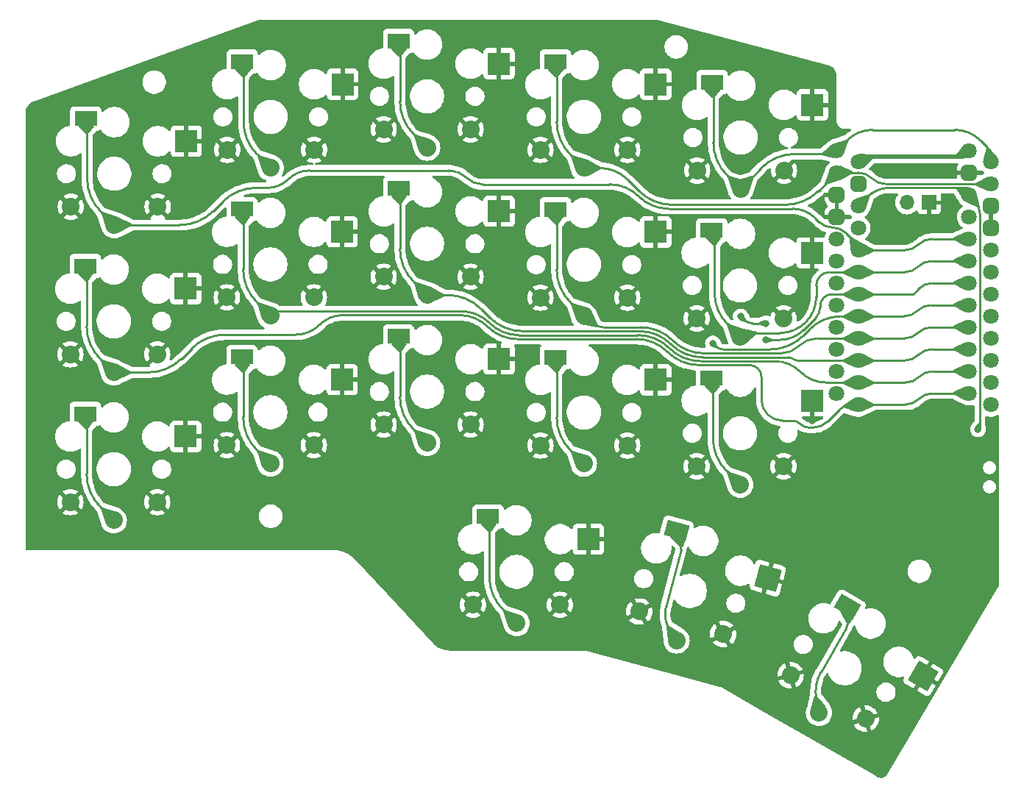
<source format=gbr>
%TF.GenerationSoftware,KiCad,Pcbnew,8.0.4*%
%TF.CreationDate,2024-09-03T01:13:55+07:00*%
%TF.ProjectId,chocowi36-rounded,63686f63-6f77-4693-9336-2d726f756e64,rev?*%
%TF.SameCoordinates,Original*%
%TF.FileFunction,Copper,L2,Bot*%
%TF.FilePolarity,Positive*%
%FSLAX46Y46*%
G04 Gerber Fmt 4.6, Leading zero omitted, Abs format (unit mm)*
G04 Created by KiCad (PCBNEW 8.0.4) date 2024-09-03 01:13:55*
%MOMM*%
%LPD*%
G01*
G04 APERTURE LIST*
G04 Aperture macros list*
%AMRoundRect*
0 Rectangle with rounded corners*
0 $1 Rounding radius*
0 $2 $3 $4 $5 $6 $7 $8 $9 X,Y pos of 4 corners*
0 Add a 4 corners polygon primitive as box body*
4,1,4,$2,$3,$4,$5,$6,$7,$8,$9,$2,$3,0*
0 Add four circle primitives for the rounded corners*
1,1,$1+$1,$2,$3*
1,1,$1+$1,$4,$5*
1,1,$1+$1,$6,$7*
1,1,$1+$1,$8,$9*
0 Add four rect primitives between the rounded corners*
20,1,$1+$1,$2,$3,$4,$5,0*
20,1,$1+$1,$4,$5,$6,$7,0*
20,1,$1+$1,$6,$7,$8,$9,0*
20,1,$1+$1,$8,$9,$2,$3,0*%
%AMRotRect*
0 Rectangle, with rotation*
0 The origin of the aperture is its center*
0 $1 length*
0 $2 width*
0 $3 Rotation angle, in degrees counterclockwise*
0 Add horizontal line*
21,1,$1,$2,0,0,$3*%
G04 Aperture macros list end*
%TA.AperFunction,SMDPad,CuDef*%
%ADD10R,2.600000X1.800000*%
%TD*%
%TA.AperFunction,ComponentPad*%
%ADD11C,2.032000*%
%TD*%
%TA.AperFunction,SMDPad,CuDef*%
%ADD12R,2.600000X2.600000*%
%TD*%
%TA.AperFunction,SMDPad,CuDef*%
%ADD13RotRect,2.600000X1.800000X345.000000*%
%TD*%
%TA.AperFunction,SMDPad,CuDef*%
%ADD14RotRect,2.600000X2.600000X345.000000*%
%TD*%
%TA.AperFunction,SMDPad,CuDef*%
%ADD15RotRect,2.600000X1.800000X330.000000*%
%TD*%
%TA.AperFunction,SMDPad,CuDef*%
%ADD16RotRect,2.600000X2.600000X330.000000*%
%TD*%
%TA.AperFunction,ComponentPad*%
%ADD17C,1.800000*%
%TD*%
%TA.AperFunction,ComponentPad*%
%ADD18RoundRect,0.450000X-0.450000X-0.450000X0.450000X-0.450000X0.450000X0.450000X-0.450000X0.450000X0*%
%TD*%
%TA.AperFunction,ComponentPad*%
%ADD19O,1.700000X1.700000*%
%TD*%
%TA.AperFunction,ComponentPad*%
%ADD20R,1.700000X1.700000*%
%TD*%
%TA.AperFunction,ComponentPad*%
%ADD21RoundRect,0.450000X0.450000X0.450000X-0.450000X0.450000X-0.450000X-0.450000X0.450000X-0.450000X0*%
%TD*%
%TA.AperFunction,ViaPad*%
%ADD22C,0.800000*%
%TD*%
%TA.AperFunction,Conductor*%
%ADD23C,0.500000*%
%TD*%
%TA.AperFunction,Conductor*%
%ADD24C,0.250000*%
%TD*%
G04 APERTURE END LIST*
D10*
%TO.P,SW2,1,1*%
%TO.N,Switch2*%
X82635000Y-59230000D03*
D11*
X85910000Y-71480000D03*
%TO.P,SW2,2,2*%
%TO.N,gnd*%
X80910000Y-69380000D03*
X90910000Y-69380000D03*
D12*
X94185000Y-61830000D03*
%TD*%
D10*
%TO.P,SW3,1,1*%
%TO.N,Switch3*%
X100635000Y-52670000D03*
D11*
X103910000Y-64920000D03*
%TO.P,SW3,2,2*%
%TO.N,gnd*%
X98910000Y-62820000D03*
X108910000Y-62820000D03*
D12*
X112185000Y-55270000D03*
%TD*%
D10*
%TO.P,SW4,1,1*%
%TO.N,Switch4*%
X118635000Y-50310000D03*
D11*
X121910000Y-62560000D03*
%TO.P,SW4,2,2*%
%TO.N,gnd*%
X116910000Y-60460000D03*
X126910000Y-60460000D03*
D12*
X130185000Y-52910000D03*
%TD*%
D10*
%TO.P,SW5,1,1*%
%TO.N,Switch5*%
X136679000Y-52670000D03*
D11*
X139954000Y-64920000D03*
%TO.P,SW5,2,2*%
%TO.N,gnd*%
X134954000Y-62820000D03*
X144954000Y-62820000D03*
D12*
X148229000Y-55270000D03*
%TD*%
D10*
%TO.P,SW6,1,1*%
%TO.N,Switch6*%
X154713000Y-55050000D03*
D11*
X157988000Y-67300000D03*
%TO.P,SW6,2,2*%
%TO.N,gnd*%
X152988000Y-65200000D03*
X162988000Y-65200000D03*
D12*
X166263000Y-57650000D03*
%TD*%
D10*
%TO.P,SW8,1,1*%
%TO.N,Switch8*%
X82577000Y-76200000D03*
D11*
X85852000Y-88450000D03*
%TO.P,SW8,2,2*%
%TO.N,gnd*%
X80852000Y-86350000D03*
X90852000Y-86350000D03*
D12*
X94127000Y-78800000D03*
%TD*%
D10*
%TO.P,SW9,1,1*%
%TO.N,Switch9*%
X100595000Y-69660000D03*
D11*
X103870000Y-81910000D03*
%TO.P,SW9,2,2*%
%TO.N,gnd*%
X98870000Y-79810000D03*
X108870000Y-79810000D03*
D12*
X112145000Y-72260000D03*
%TD*%
D10*
%TO.P,SW10,1,1*%
%TO.N,Switch10*%
X118635000Y-67290000D03*
D11*
X121910000Y-79540000D03*
%TO.P,SW10,2,2*%
%TO.N,gnd*%
X116910000Y-77440000D03*
X126910000Y-77440000D03*
D12*
X130185000Y-69890000D03*
%TD*%
D10*
%TO.P,SW11,1,1*%
%TO.N,Switch11*%
X136679000Y-69682000D03*
D11*
X139954000Y-81932000D03*
%TO.P,SW11,2,2*%
%TO.N,gnd*%
X134954000Y-79832000D03*
X144954000Y-79832000D03*
D12*
X148229000Y-72282000D03*
%TD*%
D10*
%TO.P,SW12,1,1*%
%TO.N,Switch12*%
X154665000Y-72090000D03*
D11*
X157940000Y-84340000D03*
%TO.P,SW12,2,2*%
%TO.N,gnd*%
X152940000Y-82240000D03*
X162940000Y-82240000D03*
D12*
X166215000Y-74690000D03*
%TD*%
D10*
%TO.P,SW14,1,1*%
%TO.N,Switch14*%
X82577000Y-93218000D03*
D11*
X85852000Y-105468000D03*
%TO.P,SW14,2,2*%
%TO.N,gnd*%
X80852000Y-103368000D03*
X90852000Y-103368000D03*
D12*
X94127000Y-95818000D03*
%TD*%
D10*
%TO.P,SW15,1,1*%
%TO.N,Switch15*%
X100595000Y-86678000D03*
D11*
X103870000Y-98928000D03*
%TO.P,SW15,2,2*%
%TO.N,gnd*%
X98870000Y-96828000D03*
X108870000Y-96828000D03*
D12*
X112145000Y-89278000D03*
%TD*%
D10*
%TO.P,SW16,1,1*%
%TO.N,Switch16*%
X118635000Y-84308000D03*
D11*
X121910000Y-96558000D03*
%TO.P,SW16,2,2*%
%TO.N,gnd*%
X116910000Y-94458000D03*
X126910000Y-94458000D03*
D12*
X130185000Y-86908000D03*
%TD*%
D10*
%TO.P,SW17,1,1*%
%TO.N,Switch17*%
X136679000Y-86700000D03*
D11*
X139954000Y-98950000D03*
%TO.P,SW17,2,2*%
%TO.N,gnd*%
X134954000Y-96850000D03*
X144954000Y-96850000D03*
D12*
X148229000Y-89300000D03*
%TD*%
D10*
%TO.P,SW18,1,1*%
%TO.N,Switch18*%
X154665000Y-89108000D03*
D11*
X157940000Y-101358000D03*
%TO.P,SW18,2,2*%
%TO.N,gnd*%
X152940000Y-99258000D03*
X162940000Y-99258000D03*
D12*
X166215000Y-91708000D03*
%TD*%
D13*
%TO.P,SW20,1,1*%
%TO.N,Switch20*%
X150625362Y-106614619D03*
D11*
X150618236Y-119294842D03*
%TO.P,SW20,2,2*%
%TO.N,gnd*%
X146332126Y-115972303D03*
X155991385Y-118560493D03*
D14*
X161108876Y-112115386D03*
%TD*%
D15*
%TO.P,SW21,1,1*%
%TO.N,Switch21*%
X170308767Y-115373689D03*
D11*
X167020000Y-127620000D03*
%TO.P,SW21,2,2*%
%TO.N,gnd*%
X163739873Y-123301349D03*
X172400127Y-128301348D03*
D16*
X179011360Y-123400356D03*
%TD*%
D17*
%TO.P,U2,1,P0.06*%
%TO.N,Switch6*%
X186790000Y-64210000D03*
%TO.P,U2,2,P0.08*%
%TO.N,Switch5*%
X186790000Y-66750000D03*
D18*
%TO.P,U2,3,GND*%
%TO.N,gnd*%
X186790000Y-69290000D03*
%TO.P,U2,4,GND*%
X186790000Y-71830000D03*
D17*
%TO.P,U2,5,P0.17*%
%TO.N,Switch14*%
X186790000Y-74370000D03*
%TO.P,U2,6,P0.20*%
%TO.N,Switch15*%
X186790000Y-76910000D03*
%TO.P,U2,7,P0.22*%
%TO.N,Switch16*%
X186790000Y-79450000D03*
%TO.P,U2,8,P0.24*%
%TO.N,Switch17*%
X186790000Y-81990000D03*
%TO.P,U2,9,P1.00*%
%TO.N,Switch18*%
X186790000Y-84530000D03*
%TO.P,U2,10,P0.11*%
%TO.N,Switch19*%
X186790000Y-87070000D03*
%TO.P,U2,11,P1.04-LF*%
%TO.N,Switch20*%
X186790000Y-89610000D03*
%TO.P,U2,12,P1.06-LF*%
%TO.N,Switch21*%
X186790000Y-92150000D03*
%TO.P,U2,13,P0.09-LF*%
%TO.N,Switch8*%
X171550000Y-92150000D03*
%TO.P,U2,14,P0.10-LF*%
%TO.N,Switch9*%
X171550000Y-89610000D03*
%TO.P,U2,15,P1.11-LF*%
%TO.N,Switch10*%
X171550000Y-87070000D03*
%TO.P,U2,16,P1.13-LF*%
%TO.N,Switch11*%
X171550000Y-84530000D03*
%TO.P,U2,17,P1.15-LF*%
%TO.N,Switch3*%
X171550000Y-81990000D03*
%TO.P,U2,18,P0.02-LF*%
%TO.N,Switch4*%
X171550000Y-79450000D03*
%TO.P,U2,19,P0.29-LF*%
%TO.N,Switch12*%
X171550000Y-76910000D03*
%TO.P,U2,20,P0.31-LF*%
%TO.N,Switch2*%
X171550000Y-74370000D03*
%TO.P,U2,21,3V3*%
%TO.N,unconnected-(U2-3V3-Pad21)*%
X171550000Y-71830000D03*
%TO.P,U2,22,RST*%
%TO.N,reset*%
X171550000Y-69290000D03*
D18*
%TO.P,U2,23,GND*%
%TO.N,gnd*%
X171550000Y-66750000D03*
D17*
%TO.P,U2,24,BAT+*%
%TO.N,+BATT*%
X171570000Y-64180000D03*
%TD*%
D10*
%TO.P,SW19,1,1*%
%TO.N,Switch19*%
X128925000Y-105050000D03*
D11*
X132200000Y-117300000D03*
%TO.P,SW19,2,2*%
%TO.N,gnd*%
X127200000Y-115200000D03*
X137200000Y-115200000D03*
D12*
X140475000Y-107650000D03*
%TD*%
D19*
%TO.P,BT1,1,+*%
%TO.N,Net-(BT1-+)*%
X177129999Y-68900000D03*
D20*
%TO.P,BT1,2,-*%
%TO.N,gnd*%
X179670001Y-68900000D03*
%TD*%
D17*
%TO.P,U1,1,P0.06*%
%TO.N,Switch6*%
X169060000Y-62920000D03*
%TO.P,U1,2,P0.08*%
%TO.N,Switch5*%
X169060000Y-65460000D03*
D21*
%TO.P,U1,3,GND*%
%TO.N,gnd*%
X169060000Y-68000000D03*
%TO.P,U1,4,GND*%
X169060000Y-70540000D03*
D17*
%TO.P,U1,5,P0.17*%
%TO.N,Switch14*%
X169060000Y-73080000D03*
%TO.P,U1,6,P0.20*%
%TO.N,Switch15*%
X169060000Y-75620000D03*
%TO.P,U1,7,P0.22*%
%TO.N,Switch16*%
X169060000Y-78160000D03*
%TO.P,U1,8,P0.24*%
%TO.N,Switch17*%
X169060000Y-80700000D03*
%TO.P,U1,9,P1.00*%
%TO.N,Switch18*%
X169060000Y-83240000D03*
%TO.P,U1,10,P0.11*%
%TO.N,Switch19*%
X169060000Y-85780000D03*
%TO.P,U1,11,P1.04-LF*%
%TO.N,Switch20*%
X169060000Y-88320000D03*
%TO.P,U1,12,P1.06-LF*%
%TO.N,Switch21*%
X169060000Y-90860000D03*
%TO.P,U1,13,P0.09-LF*%
%TO.N,Switch8*%
X184300000Y-90860000D03*
%TO.P,U1,14,P0.10-LF*%
%TO.N,Switch9*%
X184300000Y-88320000D03*
%TO.P,U1,15,P1.11-LF*%
%TO.N,Switch10*%
X184300000Y-85780000D03*
%TO.P,U1,16,P1.13-LF*%
%TO.N,Switch11*%
X184300000Y-83240000D03*
%TO.P,U1,17,P1.15-LF*%
%TO.N,Switch3*%
X184300000Y-80700000D03*
%TO.P,U1,18,P0.02-LF*%
%TO.N,Switch4*%
X184300000Y-78160000D03*
%TO.P,U1,19,P0.29-LF*%
%TO.N,Switch12*%
X184300000Y-75620000D03*
%TO.P,U1,20,P0.31-LF*%
%TO.N,Switch2*%
X184300000Y-73080000D03*
%TO.P,U1,21,3V3*%
%TO.N,unconnected-(U1-3V3-Pad21)*%
X184300000Y-70540000D03*
%TO.P,U1,22,RST*%
%TO.N,reset*%
X184300000Y-68000000D03*
D21*
%TO.P,U1,23,GND*%
%TO.N,gnd*%
X184300000Y-65460000D03*
D17*
%TO.P,U1,24,BAT+*%
%TO.N,+BATT*%
X184280000Y-62890000D03*
%TD*%
D22*
%TO.N,gnd*%
X166200000Y-94000000D03*
%TO.N,reset*%
X185300000Y-95000000D03*
%TO.N,Switch3*%
X154800000Y-85100000D03*
%TO.N,Switch4*%
X160900000Y-84700000D03*
X160900000Y-82800000D03*
X158000000Y-82000000D03*
%TD*%
D23*
%TO.N,+BATT*%
X184210000Y-63290000D02*
G75*
G02*
X183461593Y-63599997I-748400J748400D01*
G01*
X172764974Y-63600000D02*
G75*
G03*
X171920007Y-63950007I26J-1195000D01*
G01*
D24*
%TO.N,Switch21*%
X170454383Y-116236844D02*
G75*
G02*
X170163444Y-117858724I-2404783J-405656D01*
G01*
X167217645Y-122978854D02*
G75*
G03*
X166710003Y-126009999I3820055J-2197846D01*
G01*
%TO.N,Switch20*%
X149397682Y-115471474D02*
G75*
G03*
X149820015Y-118019990I3065618J-801226D01*
G01*
X150973563Y-107279888D02*
G75*
G02*
X151126601Y-108856398I-2066763J-996312D01*
G01*
%TO.N,Switch19*%
X129075001Y-111965293D02*
G75*
G03*
X130637498Y-115737502I5334699J-7D01*
G01*
%TO.N,Switch17*%
X136754000Y-86775000D02*
G75*
G02*
X136829014Y-86956066I-181100J-181100D01*
G01*
X136829000Y-93615291D02*
G75*
G03*
X138391497Y-97387503I5334700J-9D01*
G01*
%TO.N,Switch16*%
X118710000Y-84383000D02*
G75*
G02*
X118785014Y-84564066I-181100J-181100D01*
G01*
X118785000Y-91223291D02*
G75*
G03*
X120347497Y-94995503I5334700J-9D01*
G01*
%TO.N,Switch15*%
X100745000Y-93593291D02*
G75*
G03*
X102307497Y-97365503I5334700J-9D01*
G01*
X100670000Y-86753000D02*
G75*
G02*
X100745014Y-86934066I-181100J-181100D01*
G01*
%TO.N,Switch14*%
X82652000Y-93293000D02*
G75*
G02*
X82727014Y-93474066I-181100J-181100D01*
G01*
X82727000Y-100133291D02*
G75*
G03*
X84289497Y-103905503I5334700J-9D01*
G01*
%TO.N,Switch12*%
X168219325Y-76910000D02*
G75*
G03*
X167144993Y-77354993I-25J-1519300D01*
G01*
X155000000Y-79321106D02*
G75*
G03*
X156470002Y-82869998I5018900J6D01*
G01*
X165481802Y-82681802D02*
G75*
G02*
X162540811Y-83900005I-2941002J2941002D01*
G01*
X167145000Y-77355000D02*
G75*
G03*
X166700010Y-78429325I1074300J-1074300D01*
G01*
X158691126Y-83900000D02*
G75*
G03*
X158159992Y-84119992I-26J-751100D01*
G01*
X157720000Y-84120000D02*
G75*
G03*
X158160000Y-84120000I220000J220003D01*
G01*
X178435000Y-76265000D02*
G75*
G02*
X176877832Y-76910013I-1557200J1557200D01*
G01*
X179992167Y-75620000D02*
G75*
G03*
X178435009Y-76265009I33J-2202200D01*
G01*
X154832500Y-72657500D02*
G75*
G02*
X155000008Y-73061880I-404400J-404400D01*
G01*
X166700000Y-79740811D02*
G75*
G02*
X165481799Y-82681799I-4159200J11D01*
G01*
%TO.N,Switch11*%
X179972167Y-83240000D02*
G75*
G03*
X178415009Y-83885009I33J-2202200D01*
G01*
X178415000Y-83885000D02*
G75*
G02*
X176857832Y-84530013I-1557200J1557200D01*
G01*
X166786223Y-84530000D02*
G75*
G03*
X164709993Y-85389993I-23J-2936200D01*
G01*
X164710000Y-85390000D02*
G75*
G02*
X162633776Y-86249990I-2076200J2076200D01*
G01*
X150159188Y-84750000D02*
G75*
G03*
X153780508Y-86250000I3621312J3621300D01*
G01*
X140613000Y-82591000D02*
G75*
G03*
X142203966Y-83250014I1591000J1591000D01*
G01*
X136829000Y-76597291D02*
G75*
G03*
X138391497Y-80369503I5334700J-9D01*
G01*
X150159188Y-84750000D02*
G75*
G03*
X146537867Y-83250017I-3621288J-3621300D01*
G01*
X136754000Y-69757000D02*
G75*
G02*
X136829014Y-69938066I-181100J-181100D01*
G01*
X139295000Y-81273000D02*
X140613000Y-82591000D01*
%TO.N,Switch10*%
X164031396Y-86895000D02*
G75*
G03*
X163560624Y-86699991I-470796J-470800D01*
G01*
X149972792Y-85200000D02*
G75*
G03*
X153594112Y-86699997I3621308J3621300D01*
G01*
X128116584Y-81133792D02*
G75*
G03*
X124268828Y-79539995I-3847784J-3847808D01*
G01*
X149972792Y-85200000D02*
G75*
G03*
X146351471Y-83700014I-3621292J-3621300D01*
G01*
X118785000Y-74205291D02*
G75*
G03*
X120347497Y-77977503I5334700J-9D01*
G01*
X171540000Y-87080000D02*
G75*
G02*
X171515857Y-87089983I-24100J24100D01*
G01*
X171564142Y-87070000D02*
G75*
G03*
X171539988Y-87079988I-42J-34100D01*
G01*
X180032167Y-85780000D02*
G75*
G03*
X178475009Y-86425009I33J-2202200D01*
G01*
X118710000Y-67365000D02*
G75*
G02*
X118785014Y-67546066I-181100J-181100D01*
G01*
X164031396Y-86895000D02*
G75*
G03*
X164502167Y-87090015I470804J470800D01*
G01*
X178475000Y-86425000D02*
G75*
G02*
X176917832Y-87070013I-1557200J1557200D01*
G01*
X129088999Y-82106207D02*
G75*
G03*
X132936755Y-83700017I3847801J3847807D01*
G01*
%TO.N,Switch9*%
X164880000Y-88380000D02*
G75*
G03*
X167849482Y-89610007I2969500J2969500D01*
G01*
X129121396Y-82775000D02*
G75*
G03*
X132440939Y-84149985I3319504J3319500D01*
G01*
X149786396Y-85650000D02*
G75*
G03*
X153407716Y-87149994I3621304J3621300D01*
G01*
X178535000Y-88965000D02*
G75*
G02*
X176977832Y-89610013I-1557200J1557200D01*
G01*
X129121396Y-82775000D02*
G75*
G03*
X125801852Y-81400021I-3319496J-3319500D01*
G01*
X103615000Y-81655000D02*
G75*
G03*
X104125000Y-81655000I255000J255002D01*
G01*
X100745000Y-76575291D02*
G75*
G03*
X102307497Y-80347503I5334700J-9D01*
G01*
X180092167Y-88320000D02*
G75*
G03*
X178535009Y-88965009I33J-2202200D01*
G01*
X149786396Y-85650000D02*
G75*
G03*
X146165075Y-84150011I-3621296J-3621300D01*
G01*
X100670000Y-69735000D02*
G75*
G02*
X100745014Y-69916066I-181100J-181100D01*
G01*
X164880000Y-88380000D02*
G75*
G03*
X161910517Y-87149993I-2969500J-2969500D01*
G01*
X104740624Y-81400000D02*
G75*
G03*
X104124993Y-81654993I-24J-870600D01*
G01*
%TO.N,Switch8*%
X178495000Y-91505000D02*
G75*
G02*
X176937832Y-92150013I-1557200J1557200D01*
G01*
X82727000Y-83115291D02*
G75*
G03*
X84289497Y-86887503I5334700J-9D01*
G01*
X109525000Y-82975000D02*
G75*
G02*
X106809009Y-84100004I-2716000J2716000D01*
G01*
X112240990Y-81850000D02*
G75*
G03*
X109525003Y-82975003I10J-3841000D01*
G01*
X128935000Y-83225000D02*
G75*
G03*
X132254543Y-84599982I3319500J3319500D01*
G01*
X149600000Y-86100000D02*
G75*
G03*
X153221320Y-87599992I3621300J3621300D01*
G01*
X98665463Y-84100000D02*
G75*
G03*
X94817715Y-85693801I37J-5441600D01*
G01*
X93655292Y-86856207D02*
G75*
G02*
X89807536Y-88450010I-3847792J3847807D01*
G01*
X180052167Y-90860000D02*
G75*
G03*
X178495009Y-91505009I33J-2202200D01*
G01*
X128935000Y-83225000D02*
G75*
G03*
X125615456Y-81850018I-3319500J-3319500D01*
G01*
X160000000Y-88000000D02*
G75*
G02*
X160400006Y-88965685I-965700J-965700D01*
G01*
X160000000Y-88000000D02*
G75*
G03*
X159034314Y-87599994I-965700J-965700D01*
G01*
X82652000Y-76275000D02*
G75*
G02*
X82727014Y-76456066I-181100J-181100D01*
G01*
X149600000Y-86100000D02*
G75*
G03*
X145978679Y-84600008I-3621300J-3621300D01*
G01*
X168007106Y-94092893D02*
G75*
G02*
X166300000Y-94800003I-1707106J1707093D01*
G01*
X161100000Y-93300000D02*
G75*
G03*
X162789949Y-94000021I1690000J1690000D01*
G01*
X170750000Y-92150000D02*
G75*
G03*
X169384308Y-92715679I0J-1931400D01*
G01*
X164900000Y-94400000D02*
G75*
G03*
X163934314Y-93999994I-965700J-965700D01*
G01*
X164900000Y-94400000D02*
G75*
G03*
X165865685Y-94800006I965700J965700D01*
G01*
X160400000Y-91610050D02*
G75*
G03*
X161100015Y-93299985I2390000J50D01*
G01*
%TO.N,Switch6*%
X173150726Y-60523708D02*
G75*
G03*
X170258140Y-61721848I-26J-4090692D01*
G01*
X168870000Y-63110000D02*
G75*
G02*
X168411299Y-63300000I-458700J458700D01*
G01*
X154863000Y-61965291D02*
G75*
G03*
X156425497Y-65737503I5334700J-9D01*
G01*
X185583250Y-61730458D02*
G75*
G03*
X182669897Y-60523707I-2913350J-2913342D01*
G01*
X154788000Y-55125000D02*
G75*
G02*
X154863014Y-55306066I-181100J-181100D01*
G01*
X164241963Y-63300000D02*
G75*
G03*
X160394236Y-64893821I37J-5441500D01*
G01*
X186340000Y-62487208D02*
G75*
G02*
X186789996Y-63573604I-1086400J-1086392D01*
G01*
X169250000Y-62730000D02*
X168870000Y-63110000D01*
%TO.N,Switch5*%
X173105000Y-66105000D02*
G75*
G03*
X174662167Y-66750013I1557200J1557200D01*
G01*
X144965390Y-66228994D02*
G75*
G03*
X141805198Y-64920005I-3160190J-3160206D01*
G01*
X173105000Y-66105000D02*
G75*
G03*
X171547832Y-65459987I-1557200J-1557200D01*
G01*
X136829000Y-59585291D02*
G75*
G03*
X138391497Y-63357503I5334700J-9D01*
G01*
X146292603Y-67556207D02*
G75*
G03*
X150140359Y-69150014I3847797J3847807D01*
G01*
X136754000Y-52745000D02*
G75*
G02*
X136829014Y-52926066I-181100J-181100D01*
G01*
X166963792Y-67556207D02*
G75*
G02*
X163116036Y-69150010I-3847792J3847807D01*
G01*
%TO.N,Switch4*%
X158400000Y-82400000D02*
G75*
G03*
X159365685Y-82800006I965700J965700D01*
G01*
X177775000Y-79475000D02*
G75*
G03*
X177714644Y-79449982I-60400J-60400D01*
G01*
X180087523Y-78160000D02*
G75*
G03*
X178469993Y-78829993I-23J-2287500D01*
G01*
X165231370Y-83568628D02*
G75*
G02*
X162500000Y-84700011I-2731370J2731328D01*
G01*
X118785000Y-57225291D02*
G75*
G03*
X120347497Y-60997503I5334700J-9D01*
G01*
X167150000Y-80950000D02*
G75*
G02*
X166655036Y-82144985I-1690000J0D01*
G01*
X177775000Y-79475000D02*
G75*
G03*
X177825000Y-79475000I25000J25001D01*
G01*
X168515685Y-79450000D02*
G75*
G03*
X167550004Y-79850004I15J-1365700D01*
G01*
X118710000Y-50385000D02*
G75*
G02*
X118785014Y-50566066I-181100J-181100D01*
G01*
X167550000Y-79850000D02*
G75*
G03*
X167149994Y-80815685I965700J-965700D01*
G01*
%TO.N,Switch3*%
X179912167Y-80700000D02*
G75*
G03*
X178355009Y-81345009I33J-2202200D01*
G01*
X100785000Y-59585291D02*
G75*
G03*
X102347497Y-63357503I5334700J-9D01*
G01*
X155150000Y-85450000D02*
G75*
G03*
X155994974Y-85800010I845000J845000D01*
G01*
X100710000Y-52745000D02*
G75*
G02*
X100785014Y-52926066I-181100J-181100D01*
G01*
X178355000Y-81345000D02*
G75*
G02*
X176797832Y-81990013I-1557200J1557200D01*
G01*
X165230188Y-84206206D02*
G75*
G02*
X161382432Y-85800007I-3847788J3847806D01*
G01*
X169498198Y-81990000D02*
G75*
G03*
X165995551Y-83440842I2J-4953500D01*
G01*
%TO.N,Switch2*%
X171550000Y-74103794D02*
G75*
G03*
X171816206Y-74370000I266200J-6D01*
G01*
X180032167Y-73080000D02*
G75*
G03*
X178475009Y-73725009I33J-2202200D01*
G01*
X146300000Y-68200000D02*
G75*
G03*
X142920101Y-66800000I-3379900J-3379900D01*
G01*
X126400000Y-66000000D02*
G75*
G03*
X128331370Y-66800012I1931400J1931400D01*
G01*
X105950000Y-66200000D02*
G75*
G02*
X103535786Y-67199994I-2414200J2414200D01*
G01*
X126400000Y-66000000D02*
G75*
G03*
X124468629Y-65199988I-1931400J-1931400D01*
G01*
X178475000Y-73725000D02*
G75*
G02*
X176917832Y-74370013I-1557200J1557200D01*
G01*
X97293792Y-69886206D02*
G75*
G02*
X93446036Y-71480010I-3847792J3847806D01*
G01*
X170118196Y-72405784D02*
G75*
G03*
X168571206Y-71765003I-1546996J-1547016D01*
G01*
X167024215Y-71124215D02*
G75*
G03*
X168571206Y-71764988I1546985J1547015D01*
G01*
X82785000Y-66145291D02*
G75*
G03*
X84347497Y-69917503I5334700J-9D01*
G01*
X108364213Y-65200000D02*
G75*
G03*
X105949996Y-66199996I-13J-3414200D01*
G01*
X102233963Y-67200000D02*
G75*
G03*
X98386236Y-68793821I37J-5441500D01*
G01*
X146300000Y-68200000D02*
G75*
G03*
X149679898Y-69600000I3379900J3379900D01*
G01*
X82710000Y-59305000D02*
G75*
G02*
X82785014Y-59486066I-181100J-181100D01*
G01*
X166582500Y-70682500D02*
G75*
G03*
X163969113Y-69599994I-2613400J-2613400D01*
G01*
X171361763Y-73649351D02*
G75*
G02*
X171549998Y-74103794I-454463J-454449D01*
G01*
%TO.N,reset*%
X175117853Y-67200000D02*
G75*
G03*
X172594984Y-68244984I-53J-3567800D01*
G01*
X184912500Y-68612500D02*
G75*
G02*
X185524998Y-70091205I-1478700J-1478700D01*
G01*
X185525000Y-94615900D02*
G75*
G02*
X185412500Y-94887500I-384100J0D01*
G01*
X184140000Y-67600000D02*
G75*
G03*
X183174314Y-67199994I-965700J-965700D01*
G01*
%TO.N,Switch18*%
X154740000Y-89183000D02*
G75*
G02*
X154815014Y-89364067I-181100J-181100D01*
G01*
X154815001Y-96023293D02*
G75*
G03*
X156377498Y-99795502I5334699J-7D01*
G01*
%TO.N,gnd*%
X166215000Y-93974393D02*
G75*
G02*
X166207502Y-93992502I-25600J-7D01*
G01*
X186790000Y-69410000D02*
X186790000Y-68602412D01*
X166215000Y-93974393D02*
X166215000Y-91708000D01*
X180175001Y-69405000D02*
X179670001Y-68900000D01*
X166207500Y-93992500D02*
X166200000Y-94000000D01*
%TO.N,Switch18*%
X154815001Y-89364067D02*
X154815001Y-96023293D01*
X156377500Y-99795500D02*
X157940000Y-101358000D01*
X154740000Y-89183000D02*
X154665000Y-89108000D01*
%TO.N,reset*%
X184912500Y-68612500D02*
X184300000Y-68000000D01*
X184140000Y-67600000D02*
X184540000Y-68000000D01*
X185300000Y-95000000D02*
X185412500Y-94887500D01*
X185525000Y-70091205D02*
X185525000Y-94615900D01*
X172595000Y-68245000D02*
X171550000Y-69290000D01*
X175117853Y-67200000D02*
X183174314Y-67200000D01*
%TO.N,Switch2*%
X103535786Y-67200000D02*
X102233963Y-67200000D01*
X142920101Y-66800000D02*
X128331370Y-66800000D01*
X97293792Y-69886206D02*
X98386207Y-68793792D01*
X82785000Y-66145291D02*
X82785000Y-59486066D01*
X180032167Y-73080000D02*
X184540000Y-73080000D01*
X167024215Y-71124215D02*
X166582500Y-70682500D01*
X171816206Y-74370000D02*
X176917832Y-74370000D01*
X170118196Y-72405784D02*
X171361763Y-73649351D01*
X93446036Y-71480000D02*
X85910000Y-71480000D01*
X84347500Y-69917500D02*
X85910000Y-71480000D01*
X82710000Y-59305000D02*
X82635000Y-59230000D01*
X149679898Y-69600000D02*
X163969113Y-69600000D01*
X124468629Y-65200000D02*
X108364213Y-65200000D01*
%TO.N,Switch3*%
X102347500Y-63357500D02*
X103910000Y-64920000D01*
X165230188Y-84206206D02*
X165995552Y-83440843D01*
X179912167Y-80700000D02*
X184300000Y-80700000D01*
X155994974Y-85800000D02*
X161382432Y-85800000D01*
X100710000Y-52745000D02*
X100635000Y-52670000D01*
X100785000Y-59585291D02*
X100785000Y-52926066D01*
X154800000Y-85100000D02*
X155150000Y-85450000D01*
X171550000Y-81990000D02*
X169498198Y-81990000D01*
X171550000Y-81990000D02*
X176797832Y-81990000D01*
%TO.N,Switch4*%
X158400000Y-82400000D02*
X158000000Y-82000000D01*
X177714644Y-79450000D02*
X171550000Y-79450000D01*
X180087523Y-78160000D02*
X184300000Y-78160000D01*
X178470000Y-78830000D02*
X177825000Y-79475000D01*
X159365685Y-82800000D02*
X160900000Y-82800000D01*
X120347500Y-60997500D02*
X121910000Y-62560000D01*
X162500000Y-84700000D02*
X160900000Y-84700000D01*
X118710000Y-50385000D02*
X118635000Y-50310000D01*
X118785000Y-57225291D02*
X118785000Y-50566066D01*
X165231370Y-83568628D02*
X166655025Y-82144974D01*
X168515685Y-79450000D02*
X171550000Y-79450000D01*
X167150000Y-80950000D02*
X167150000Y-80815685D01*
%TO.N,Switch5*%
X174662167Y-66750000D02*
X186790000Y-66750000D01*
X136829000Y-59585291D02*
X136829000Y-52926066D01*
X171547832Y-65460000D02*
X169300000Y-65460000D01*
X166963792Y-67556207D02*
X169060000Y-65460000D01*
X139954000Y-64920000D02*
X138391500Y-63357500D01*
X136754000Y-52745000D02*
X136679000Y-52670000D01*
X144965390Y-66228994D02*
X146292603Y-67556207D01*
X150140359Y-69150000D02*
X163116036Y-69150000D01*
X139954000Y-64920000D02*
X141805198Y-64920000D01*
%TO.N,Switch6*%
X154788000Y-55125000D02*
X154713000Y-55050000D01*
X156425500Y-65737500D02*
X157988000Y-67300000D01*
X170258146Y-61721854D02*
X169250000Y-62730000D01*
X186790000Y-63573604D02*
X186790000Y-64210000D01*
X154863000Y-61965291D02*
X154863000Y-55306066D01*
X185583250Y-61730458D02*
X186340000Y-62487208D01*
X157988000Y-67300000D02*
X160394207Y-64893792D01*
X173150726Y-60523708D02*
X182669897Y-60523708D01*
X168411299Y-63300000D02*
X164241963Y-63300000D01*
%TO.N,Switch8*%
X106809009Y-84100000D02*
X98665463Y-84100000D01*
X82727000Y-83115291D02*
X82727000Y-76456066D01*
X94817706Y-85693792D02*
X93655292Y-86856207D01*
X153221320Y-87600000D02*
X159034314Y-87600000D01*
X170750000Y-92150000D02*
X171550000Y-92150000D01*
X160400000Y-88965685D02*
X160400000Y-91610050D01*
X168007106Y-94092893D02*
X169384314Y-92715685D01*
X132254543Y-84600000D02*
X145978679Y-84600000D01*
X180052167Y-90860000D02*
X184300000Y-90860000D01*
X176937832Y-92150000D02*
X171550000Y-92150000D01*
X162789949Y-94000000D02*
X163934314Y-94000000D01*
X112240990Y-81850000D02*
X125615456Y-81850000D01*
X85852000Y-88450000D02*
X89807536Y-88450000D01*
X82652000Y-76275000D02*
X82577000Y-76200000D01*
X166300000Y-94800000D02*
X165865685Y-94800000D01*
X84289500Y-86887500D02*
X85852000Y-88450000D01*
%TO.N,Switch9*%
X132440939Y-84150000D02*
X146165075Y-84150000D01*
X100745000Y-76575291D02*
X100745000Y-69916066D01*
X167849482Y-89610000D02*
X171550000Y-89610000D01*
X125801852Y-81400000D02*
X104740624Y-81400000D01*
X153407716Y-87150000D02*
X161910517Y-87150000D01*
X100670000Y-69735000D02*
X100595000Y-69660000D01*
X103615000Y-81655000D02*
X102307500Y-80347500D01*
X180092167Y-88320000D02*
X184300000Y-88320000D01*
X176977832Y-89610000D02*
X171550000Y-89610000D01*
%TO.N,Switch10*%
X121910000Y-79540000D02*
X124268828Y-79540000D01*
X128116584Y-81133792D02*
X129088999Y-82106207D01*
X171515857Y-87090000D02*
X164502167Y-87090000D01*
X163560624Y-86700000D02*
X153594112Y-86700000D01*
X121910000Y-79540000D02*
X120347500Y-77977500D01*
X118710000Y-67365000D02*
X118635000Y-67290000D01*
X118785000Y-74205291D02*
X118785000Y-67546066D01*
X146351471Y-83700000D02*
X132936755Y-83700000D01*
X171564142Y-87070000D02*
X176917832Y-87070000D01*
X180032167Y-85780000D02*
X184300000Y-85780000D01*
%TO.N,Switch11*%
X136754000Y-69757000D02*
X136679000Y-69682000D01*
X166786223Y-84530000D02*
X171550000Y-84530000D01*
X176857832Y-84530000D02*
X171550000Y-84530000D01*
X142203966Y-83250000D02*
X146537867Y-83250000D01*
X162633776Y-86250000D02*
X153780508Y-86250000D01*
X139295000Y-81273000D02*
X138391500Y-80369500D01*
X136829000Y-76597291D02*
X136829000Y-69938066D01*
X179972167Y-83240000D02*
X184300000Y-83240000D01*
%TO.N,Switch12*%
X162540811Y-83900000D02*
X158691126Y-83900000D01*
X156470000Y-82870000D02*
X157720000Y-84120000D01*
X166700000Y-78429325D02*
X166700000Y-79740811D01*
X168219325Y-76910000D02*
X171550000Y-76910000D01*
X154832500Y-72657500D02*
X154665000Y-72490000D01*
X179992167Y-75620000D02*
X184300000Y-75620000D01*
X155000000Y-79321106D02*
X155000000Y-73061880D01*
X176877832Y-76910000D02*
X171550000Y-76910000D01*
%TO.N,Switch14*%
X82652000Y-93293000D02*
X82577000Y-93218000D01*
X84289500Y-103905500D02*
X85852000Y-105468000D01*
X82727000Y-93474066D02*
X82727000Y-100133291D01*
%TO.N,Switch15*%
X100670000Y-86753000D02*
X100595000Y-86678000D01*
X102307500Y-97365500D02*
X103870000Y-98928000D01*
X100745000Y-93593291D02*
X100745000Y-86934066D01*
%TO.N,Switch16*%
X118710000Y-84383000D02*
X118635000Y-84308000D01*
X118785000Y-84564066D02*
X118785000Y-91223291D01*
X120347500Y-94995500D02*
X121910000Y-96558000D01*
%TO.N,Switch17*%
X136829000Y-86956066D02*
X136829000Y-93615291D01*
X136754000Y-86775000D02*
X136679000Y-86700000D01*
X138391500Y-97387500D02*
X139954000Y-98950000D01*
D23*
%TO.N,+BATT*%
X183461593Y-63600000D02*
X172764974Y-63600000D01*
X171920000Y-63950000D02*
X171570000Y-64300000D01*
X184210000Y-63290000D02*
X184520000Y-62980000D01*
D24*
%TO.N,Switch19*%
X130637500Y-115737500D02*
X132200000Y-117300000D01*
X129725000Y-104940000D02*
X129875001Y-105090001D01*
X129075001Y-111965293D02*
X129075001Y-105200001D01*
%TO.N,Switch20*%
X149397682Y-115471474D02*
X151126621Y-108856403D01*
X149820000Y-118020000D02*
X150600000Y-119200000D01*
X150973563Y-107279888D02*
X150607126Y-106519777D01*
%TO.N,Switch21*%
X170454383Y-116236844D02*
X170308767Y-115373689D01*
X170163466Y-117858736D02*
X167217645Y-122978854D01*
X166710000Y-126010000D02*
X167020000Y-127620000D01*
%TD*%
%TA.AperFunction,Conductor*%
%TO.N,gnd*%
G36*
X148350425Y-47844692D02*
G01*
X168173424Y-53111578D01*
X168183771Y-53114818D01*
X168343252Y-53172544D01*
X168361621Y-53180942D01*
X168505596Y-53261555D01*
X168522360Y-53272829D01*
X168651328Y-53375753D01*
X168666042Y-53389601D01*
X168776577Y-53512099D01*
X168788846Y-53528154D01*
X168878022Y-53666983D01*
X168887520Y-53684814D01*
X168952967Y-53836291D01*
X168959441Y-53855425D01*
X168999413Y-54015507D01*
X169002695Y-54035443D01*
X169016536Y-54204744D01*
X169016947Y-54215243D01*
X169000497Y-59382807D01*
X169000470Y-59385035D01*
X168998750Y-59466294D01*
X168998750Y-59466295D01*
X169024458Y-59633864D01*
X169024924Y-59636899D01*
X169030334Y-59652984D01*
X169079161Y-59798159D01*
X169079947Y-59800494D01*
X169162191Y-59952241D01*
X169162194Y-59952244D01*
X169162194Y-59952245D01*
X169168017Y-59959611D01*
X169269224Y-60087648D01*
X169269226Y-60087650D01*
X169269228Y-60087652D01*
X169397871Y-60202704D01*
X169397879Y-60202711D01*
X169544340Y-60294018D01*
X169544346Y-60294020D01*
X169544347Y-60294021D01*
X169704298Y-60358882D01*
X169872997Y-60395371D01*
X169890200Y-60396053D01*
X169905655Y-60398401D01*
X169905689Y-60398147D01*
X169913748Y-60399208D01*
X169913751Y-60399208D01*
X169966890Y-60399208D01*
X169971946Y-60399311D01*
X169973184Y-60399361D01*
X170025067Y-60401479D01*
X170025071Y-60401477D01*
X170025072Y-60401478D01*
X170033165Y-60400748D01*
X170033183Y-60400955D01*
X170048934Y-60399208D01*
X170563385Y-60399208D01*
X170630424Y-60418893D01*
X170676179Y-60471697D01*
X170686123Y-60540855D01*
X170657098Y-60604411D01*
X170628175Y-60628935D01*
X170528519Y-60690004D01*
X170528508Y-60690011D01*
X170228693Y-60907839D01*
X170228679Y-60907849D01*
X169946876Y-61148533D01*
X169932946Y-61162463D01*
X169882351Y-61193104D01*
X168731671Y-61553721D01*
X168715076Y-61557687D01*
X168715006Y-61557705D01*
X168675141Y-61571390D01*
X168671966Y-61572433D01*
X168647822Y-61580000D01*
X168576584Y-61602326D01*
X168554845Y-61609685D01*
X168553893Y-61610031D01*
X168538051Y-61617180D01*
X168531515Y-61620129D01*
X168520785Y-61624382D01*
X168495500Y-61633062D01*
X168291376Y-61743528D01*
X168291373Y-61743530D01*
X168108216Y-61886086D01*
X168108205Y-61886097D01*
X168104596Y-61890017D01*
X168092686Y-61901344D01*
X167342087Y-62525885D01*
X167197945Y-62645819D01*
X167133821Y-62673566D01*
X167118634Y-62674500D01*
X164293361Y-62674500D01*
X164293224Y-62674460D01*
X164241959Y-62674460D01*
X164207160Y-62674460D01*
X164025272Y-62674461D01*
X164025269Y-62674462D01*
X163891047Y-62684062D01*
X163822774Y-62669210D01*
X163773369Y-62619805D01*
X163758517Y-62551532D01*
X163782934Y-62486068D01*
X163838867Y-62444196D01*
X163843847Y-62442459D01*
X163910791Y-62420708D01*
X164065260Y-62342002D01*
X164205514Y-62240101D01*
X164328101Y-62117514D01*
X164430002Y-61977260D01*
X164508708Y-61822791D01*
X164562280Y-61657912D01*
X164581707Y-61535256D01*
X164589400Y-61486687D01*
X164589400Y-61313312D01*
X164569253Y-61186113D01*
X164562280Y-61142088D01*
X164521255Y-61015825D01*
X164508709Y-60977211D01*
X164508708Y-60977208D01*
X164430001Y-60822739D01*
X164403795Y-60786670D01*
X164328101Y-60682486D01*
X164205514Y-60559899D01*
X164065260Y-60457998D01*
X164039122Y-60444680D01*
X163910791Y-60379291D01*
X163910788Y-60379290D01*
X163745913Y-60325720D01*
X163574687Y-60298600D01*
X163574682Y-60298600D01*
X163401318Y-60298600D01*
X163401313Y-60298600D01*
X163230086Y-60325720D01*
X163065211Y-60379290D01*
X163065208Y-60379291D01*
X162910739Y-60457998D01*
X162841653Y-60508193D01*
X162770486Y-60559899D01*
X162770484Y-60559901D01*
X162770483Y-60559901D01*
X162647901Y-60682483D01*
X162647901Y-60682484D01*
X162647899Y-60682486D01*
X162604136Y-60742719D01*
X162545998Y-60822739D01*
X162467291Y-60977208D01*
X162467290Y-60977211D01*
X162413720Y-61142086D01*
X162386600Y-61313312D01*
X162386600Y-61486687D01*
X162413720Y-61657913D01*
X162467290Y-61822788D01*
X162467291Y-61822791D01*
X162536401Y-61958425D01*
X162545998Y-61977260D01*
X162647899Y-62117514D01*
X162770486Y-62240101D01*
X162910740Y-62342002D01*
X162986502Y-62380604D01*
X163065208Y-62420708D01*
X163065211Y-62420709D01*
X163132112Y-62442446D01*
X163230088Y-62474280D01*
X163300786Y-62485477D01*
X163356916Y-62494368D01*
X163420051Y-62524297D01*
X163456982Y-62583609D01*
X163455984Y-62653471D01*
X163417374Y-62711704D01*
X163355166Y-62739579D01*
X163164038Y-62767060D01*
X162740580Y-62859182D01*
X162324769Y-62981279D01*
X162324758Y-62981283D01*
X161918722Y-63132729D01*
X161721610Y-63222749D01*
X161524507Y-63312766D01*
X161524503Y-63312768D01*
X161524499Y-63312770D01*
X161144143Y-63520465D01*
X160779579Y-63754760D01*
X160779563Y-63754771D01*
X160432652Y-64014471D01*
X160105138Y-64298269D01*
X160105124Y-64298282D01*
X159995474Y-64407934D01*
X159995473Y-64407935D01*
X159083388Y-65320018D01*
X159034916Y-65349975D01*
X158027206Y-65685843D01*
X157957381Y-65688366D01*
X157948803Y-65685847D01*
X156941079Y-65349975D01*
X156892610Y-65320019D01*
X156869551Y-65296960D01*
X156866177Y-65293452D01*
X156620107Y-65027256D01*
X156613784Y-65019853D01*
X156433486Y-64791147D01*
X156390892Y-64737118D01*
X156385172Y-64729243D01*
X156185159Y-64429901D01*
X156180072Y-64421600D01*
X156004154Y-64107476D01*
X155999739Y-64098813D01*
X155849002Y-63771837D01*
X155845286Y-63762866D01*
X155720670Y-63425079D01*
X155717663Y-63415823D01*
X155706516Y-63376300D01*
X155619939Y-63069319D01*
X155617667Y-63059855D01*
X155616645Y-63054719D01*
X155547430Y-62706746D01*
X155545908Y-62697135D01*
X155543229Y-62674500D01*
X155503590Y-62339592D01*
X155502829Y-62329920D01*
X155494485Y-62117516D01*
X155488596Y-61967619D01*
X155488500Y-61962752D01*
X155488500Y-61271199D01*
X156023000Y-61271199D01*
X156023000Y-61528800D01*
X156045115Y-61696770D01*
X156056622Y-61784175D01*
X156075891Y-61856087D01*
X156123289Y-62032982D01*
X156221859Y-62270952D01*
X156221867Y-62270969D01*
X156350652Y-62494030D01*
X156350663Y-62494046D01*
X156507463Y-62698392D01*
X156507469Y-62698399D01*
X156689600Y-62880530D01*
X156689607Y-62880536D01*
X156827963Y-62986700D01*
X156893962Y-63037343D01*
X156893969Y-63037347D01*
X157117030Y-63166132D01*
X157117035Y-63166134D01*
X157117038Y-63166136D01*
X157117042Y-63166137D01*
X157117047Y-63166140D01*
X157159530Y-63183737D01*
X157355016Y-63264710D01*
X157603825Y-63331378D01*
X157859207Y-63365000D01*
X157859214Y-63365000D01*
X158116786Y-63365000D01*
X158116793Y-63365000D01*
X158372175Y-63331378D01*
X158620984Y-63264710D01*
X158858962Y-63166136D01*
X159082038Y-63037343D01*
X159286394Y-62880535D01*
X159468535Y-62698394D01*
X159625343Y-62494038D01*
X159754136Y-62270962D01*
X159852710Y-62032984D01*
X159919378Y-61784175D01*
X159953000Y-61528793D01*
X159953000Y-61271207D01*
X159919378Y-61015825D01*
X159852710Y-60767016D01*
X159782327Y-60597096D01*
X159754140Y-60529047D01*
X159754132Y-60529030D01*
X159625347Y-60305969D01*
X159625343Y-60305962D01*
X159580199Y-60247129D01*
X159468536Y-60101607D01*
X159468530Y-60101600D01*
X159286399Y-59919469D01*
X159286392Y-59919463D01*
X159082046Y-59762663D01*
X159082044Y-59762661D01*
X159082038Y-59762657D01*
X159082033Y-59762654D01*
X159082030Y-59762652D01*
X158858969Y-59633867D01*
X158858952Y-59633859D01*
X158620982Y-59535289D01*
X158463243Y-59493023D01*
X158372175Y-59468622D01*
X158340252Y-59464419D01*
X158116800Y-59435000D01*
X158116793Y-59435000D01*
X157859207Y-59435000D01*
X157859199Y-59435000D01*
X157603825Y-59468622D01*
X157355017Y-59535289D01*
X157117047Y-59633859D01*
X157117030Y-59633867D01*
X156893969Y-59762652D01*
X156893953Y-59762663D01*
X156689607Y-59919463D01*
X156689600Y-59919469D01*
X156507469Y-60101600D01*
X156507463Y-60101607D01*
X156350663Y-60305953D01*
X156350652Y-60305969D01*
X156221867Y-60529030D01*
X156221859Y-60529047D01*
X156123289Y-60767017D01*
X156056622Y-61015825D01*
X156023000Y-61271199D01*
X155488500Y-61271199D01*
X155488500Y-57535258D01*
X161237500Y-57535258D01*
X161237500Y-57764741D01*
X161256553Y-57909452D01*
X161267452Y-57992238D01*
X161315455Y-58171389D01*
X161326842Y-58213887D01*
X161414650Y-58425876D01*
X161414657Y-58425890D01*
X161529392Y-58624617D01*
X161669081Y-58806661D01*
X161669089Y-58806670D01*
X161831330Y-58968911D01*
X161831338Y-58968918D01*
X162013382Y-59108607D01*
X162013385Y-59108608D01*
X162013388Y-59108611D01*
X162212112Y-59223344D01*
X162212117Y-59223346D01*
X162212123Y-59223349D01*
X162303480Y-59261190D01*
X162424113Y-59311158D01*
X162645762Y-59370548D01*
X162873266Y-59400500D01*
X162873273Y-59400500D01*
X163102727Y-59400500D01*
X163102734Y-59400500D01*
X163330238Y-59370548D01*
X163551887Y-59311158D01*
X163763888Y-59223344D01*
X163962612Y-59108611D01*
X164144661Y-58968919D01*
X164144665Y-58968914D01*
X164144670Y-58968911D01*
X164251319Y-58862262D01*
X164312642Y-58828777D01*
X164382334Y-58833761D01*
X164438267Y-58875633D01*
X164462684Y-58941097D01*
X164463000Y-58949943D01*
X164463000Y-58997844D01*
X164469401Y-59057372D01*
X164469403Y-59057379D01*
X164519645Y-59192086D01*
X164519649Y-59192093D01*
X164605809Y-59307187D01*
X164605812Y-59307190D01*
X164720906Y-59393350D01*
X164720913Y-59393354D01*
X164855620Y-59443596D01*
X164855627Y-59443598D01*
X164915155Y-59449999D01*
X164915172Y-59450000D01*
X166013000Y-59450000D01*
X166513000Y-59450000D01*
X167610828Y-59450000D01*
X167610844Y-59449999D01*
X167670372Y-59443598D01*
X167670379Y-59443596D01*
X167805086Y-59393354D01*
X167805093Y-59393350D01*
X167920187Y-59307190D01*
X167920190Y-59307187D01*
X168006350Y-59192093D01*
X168006354Y-59192086D01*
X168056596Y-59057379D01*
X168056598Y-59057372D01*
X168062999Y-58997844D01*
X168063000Y-58997827D01*
X168063000Y-57900000D01*
X166513000Y-57900000D01*
X166513000Y-59450000D01*
X166013000Y-59450000D01*
X166013000Y-57400000D01*
X166513000Y-57400000D01*
X168063000Y-57400000D01*
X168063000Y-56302172D01*
X168062999Y-56302155D01*
X168056598Y-56242627D01*
X168056596Y-56242620D01*
X168006354Y-56107913D01*
X168006350Y-56107906D01*
X167920190Y-55992812D01*
X167920187Y-55992809D01*
X167805093Y-55906649D01*
X167805086Y-55906645D01*
X167670379Y-55856403D01*
X167670372Y-55856401D01*
X167610844Y-55850000D01*
X166513000Y-55850000D01*
X166513000Y-57400000D01*
X166013000Y-57400000D01*
X166013000Y-55850000D01*
X164915155Y-55850000D01*
X164855627Y-55856401D01*
X164855620Y-55856403D01*
X164720913Y-55906645D01*
X164720906Y-55906649D01*
X164605812Y-55992809D01*
X164605809Y-55992812D01*
X164519649Y-56107906D01*
X164519645Y-56107913D01*
X164469403Y-56242620D01*
X164469401Y-56242627D01*
X164463000Y-56302155D01*
X164463000Y-56350057D01*
X164443315Y-56417096D01*
X164390511Y-56462851D01*
X164321353Y-56472795D01*
X164257797Y-56443770D01*
X164251319Y-56437738D01*
X164144670Y-56331089D01*
X164144661Y-56331081D01*
X163962617Y-56191392D01*
X163763890Y-56076657D01*
X163763876Y-56076650D01*
X163551887Y-55988842D01*
X163330238Y-55929452D01*
X163292215Y-55924446D01*
X163102741Y-55899500D01*
X163102734Y-55899500D01*
X162873266Y-55899500D01*
X162873258Y-55899500D01*
X162656715Y-55928009D01*
X162645762Y-55929452D01*
X162597118Y-55942486D01*
X162424112Y-55988842D01*
X162212123Y-56076650D01*
X162212109Y-56076657D01*
X162013382Y-56191392D01*
X161831338Y-56331081D01*
X161669081Y-56493338D01*
X161529392Y-56675382D01*
X161414657Y-56874109D01*
X161414650Y-56874123D01*
X161326842Y-57086112D01*
X161304218Y-57170548D01*
X161273316Y-57285879D01*
X161267453Y-57307759D01*
X161267451Y-57307770D01*
X161237500Y-57535258D01*
X155488500Y-57535258D01*
X155488500Y-57073152D01*
X155508185Y-57006113D01*
X155514787Y-56996810D01*
X155904378Y-56498156D01*
X155961162Y-56457448D01*
X156002090Y-56450499D01*
X156060871Y-56450499D01*
X156060872Y-56450499D01*
X156120483Y-56444091D01*
X156255331Y-56393796D01*
X156322419Y-56343573D01*
X156387882Y-56319156D01*
X156456155Y-56334007D01*
X156504117Y-56380840D01*
X156529384Y-56424604D01*
X156529396Y-56424622D01*
X156669081Y-56606661D01*
X156669089Y-56606670D01*
X156831330Y-56768911D01*
X156831338Y-56768918D01*
X156831339Y-56768919D01*
X156843112Y-56777953D01*
X157013382Y-56908607D01*
X157013385Y-56908608D01*
X157013388Y-56908611D01*
X157212112Y-57023344D01*
X157212117Y-57023346D01*
X157212123Y-57023349D01*
X157262402Y-57044175D01*
X157424113Y-57111158D01*
X157645762Y-57170548D01*
X157873266Y-57200500D01*
X157873273Y-57200500D01*
X158102727Y-57200500D01*
X158102734Y-57200500D01*
X158330238Y-57170548D01*
X158551887Y-57111158D01*
X158763888Y-57023344D01*
X158962612Y-56908611D01*
X159144661Y-56768919D01*
X159144665Y-56768914D01*
X159144670Y-56768911D01*
X159306911Y-56606670D01*
X159306914Y-56606665D01*
X159306919Y-56606661D01*
X159446611Y-56424612D01*
X159561344Y-56225888D01*
X159649158Y-56013887D01*
X159708548Y-55792238D01*
X159738500Y-55564734D01*
X159738500Y-55335266D01*
X159708548Y-55107762D01*
X159649158Y-54886113D01*
X159583923Y-54728622D01*
X159561349Y-54674123D01*
X159561346Y-54674117D01*
X159561344Y-54674112D01*
X159446611Y-54475388D01*
X159446608Y-54475385D01*
X159446607Y-54475382D01*
X159321379Y-54312184D01*
X159306919Y-54293339D01*
X159306918Y-54293338D01*
X159306911Y-54293330D01*
X159144670Y-54131089D01*
X159144661Y-54131081D01*
X158962617Y-53991392D01*
X158960015Y-53989890D01*
X158763888Y-53876656D01*
X158763876Y-53876650D01*
X158551887Y-53788842D01*
X158330238Y-53729452D01*
X158292215Y-53724446D01*
X158102741Y-53699500D01*
X158102734Y-53699500D01*
X157873266Y-53699500D01*
X157873258Y-53699500D01*
X157657505Y-53727906D01*
X157645762Y-53729452D01*
X157552076Y-53754554D01*
X157424112Y-53788842D01*
X157212123Y-53876650D01*
X157212109Y-53876657D01*
X157013382Y-53991392D01*
X156831338Y-54131081D01*
X156725180Y-54237239D01*
X156663857Y-54270724D01*
X156594165Y-54265740D01*
X156538232Y-54223868D01*
X156513815Y-54158404D01*
X156513499Y-54149558D01*
X156513499Y-54102129D01*
X156513498Y-54102123D01*
X156513497Y-54102116D01*
X156507091Y-54042517D01*
X156496378Y-54013795D01*
X156456797Y-53907671D01*
X156456793Y-53907664D01*
X156370547Y-53792455D01*
X156370544Y-53792452D01*
X156255335Y-53706206D01*
X156255328Y-53706202D01*
X156120482Y-53655908D01*
X156120483Y-53655908D01*
X156060883Y-53649501D01*
X156060881Y-53649500D01*
X156060873Y-53649500D01*
X156060864Y-53649500D01*
X153365129Y-53649500D01*
X153365123Y-53649501D01*
X153305516Y-53655908D01*
X153170671Y-53706202D01*
X153170664Y-53706206D01*
X153055455Y-53792452D01*
X153055452Y-53792455D01*
X152969206Y-53907664D01*
X152969202Y-53907671D01*
X152918908Y-54042517D01*
X152914554Y-54083020D01*
X152912501Y-54102123D01*
X152912500Y-54102135D01*
X152912500Y-55785589D01*
X152892815Y-55852628D01*
X152840011Y-55898383D01*
X152804686Y-55908528D01*
X152654757Y-55928267D01*
X152645762Y-55929452D01*
X152597118Y-55942486D01*
X152424112Y-55988842D01*
X152212123Y-56076650D01*
X152212109Y-56076657D01*
X152013382Y-56191392D01*
X151831338Y-56331081D01*
X151669081Y-56493338D01*
X151529392Y-56675382D01*
X151414657Y-56874109D01*
X151414650Y-56874123D01*
X151326842Y-57086112D01*
X151304218Y-57170548D01*
X151273316Y-57285879D01*
X151267453Y-57307759D01*
X151267451Y-57307770D01*
X151237500Y-57535258D01*
X151237500Y-57764741D01*
X151256553Y-57909452D01*
X151267452Y-57992238D01*
X151315455Y-58171389D01*
X151326842Y-58213887D01*
X151414650Y-58425876D01*
X151414657Y-58425890D01*
X151529392Y-58624617D01*
X151669081Y-58806661D01*
X151669089Y-58806670D01*
X151831330Y-58968911D01*
X151831338Y-58968918D01*
X152013382Y-59108607D01*
X152013385Y-59108608D01*
X152013388Y-59108611D01*
X152212112Y-59223344D01*
X152212117Y-59223346D01*
X152212123Y-59223349D01*
X152303480Y-59261190D01*
X152424113Y-59311158D01*
X152645762Y-59370548D01*
X152873266Y-59400500D01*
X152873273Y-59400500D01*
X153102727Y-59400500D01*
X153102734Y-59400500D01*
X153330238Y-59370548D01*
X153551887Y-59311158D01*
X153763888Y-59223344D01*
X153962612Y-59108611D01*
X154038014Y-59050752D01*
X154103182Y-59025558D01*
X154171627Y-59039596D01*
X154221617Y-59088409D01*
X154237500Y-59149128D01*
X154237500Y-62032980D01*
X154237504Y-62033061D01*
X154237504Y-62178161D01*
X154267875Y-62602813D01*
X154328463Y-63024225D01*
X154418957Y-63440220D01*
X154418960Y-63440230D01*
X154538898Y-63848706D01*
X154538904Y-63848722D01*
X154646209Y-64136420D01*
X154687689Y-64247631D01*
X154864535Y-64634872D01*
X154864539Y-64634879D01*
X155057352Y-64987989D01*
X155068577Y-65008546D01*
X155159380Y-65149838D01*
X155298747Y-65366699D01*
X155298750Y-65366704D01*
X155553876Y-65707514D01*
X155743131Y-65925925D01*
X155832684Y-66029274D01*
X155983205Y-66179795D01*
X156008019Y-66204610D01*
X156037976Y-66253082D01*
X156533590Y-67740086D01*
X156536524Y-67750341D01*
X156541261Y-67770069D01*
X156551471Y-67794719D01*
X156554543Y-67802950D01*
X156557781Y-67812664D01*
X156565808Y-67836749D01*
X156566846Y-67839687D01*
X156571803Y-67853719D01*
X156572073Y-67854442D01*
X156572080Y-67854461D01*
X156572086Y-67854476D01*
X156601778Y-67919541D01*
X156601923Y-67919786D01*
X156609800Y-67935536D01*
X156632610Y-67990604D01*
X156752968Y-68187011D01*
X156757332Y-68194132D01*
X156864808Y-68319970D01*
X156893378Y-68383729D01*
X156882941Y-68452815D01*
X156836810Y-68505291D01*
X156770517Y-68524500D01*
X150142790Y-68524500D01*
X150137921Y-68524404D01*
X149767369Y-68509842D01*
X149757662Y-68509078D01*
X149391807Y-68465773D01*
X149382191Y-68464250D01*
X149020857Y-68392375D01*
X149011390Y-68390102D01*
X148988793Y-68383729D01*
X148656822Y-68290101D01*
X148647563Y-68287094D01*
X148301913Y-68159575D01*
X148292918Y-68155849D01*
X147958342Y-68001607D01*
X147949667Y-67997186D01*
X147663155Y-67836731D01*
X147628242Y-67817179D01*
X147619942Y-67812093D01*
X147612330Y-67807007D01*
X147384478Y-67654760D01*
X147313616Y-67607411D01*
X147305739Y-67601688D01*
X147082243Y-67425498D01*
X147016415Y-67373603D01*
X147009015Y-67367283D01*
X146987897Y-67347762D01*
X146882139Y-67250000D01*
X146736432Y-67115310D01*
X146732922Y-67111935D01*
X146116987Y-66496000D01*
X145468461Y-65847475D01*
X145468450Y-65847462D01*
X145444007Y-65823019D01*
X145443999Y-65823005D01*
X145400368Y-65779374D01*
X145266145Y-65645152D01*
X145266137Y-65645145D01*
X145266126Y-65645135D01*
X144961742Y-65385167D01*
X144961715Y-65385146D01*
X144706882Y-65200000D01*
X151467312Y-65200000D01*
X151486033Y-65437883D01*
X151541742Y-65669925D01*
X151633056Y-65890378D01*
X151751229Y-66083217D01*
X152398439Y-65436007D01*
X152425271Y-65500785D01*
X152494764Y-65604789D01*
X152583211Y-65693236D01*
X152687215Y-65762729D01*
X152751991Y-65789560D01*
X152104781Y-66436769D01*
X152297621Y-66554943D01*
X152518075Y-66646257D01*
X152518072Y-66646257D01*
X152750116Y-66701966D01*
X152988000Y-66720687D01*
X153225883Y-66701966D01*
X153457925Y-66646257D01*
X153678378Y-66554943D01*
X153871217Y-66436770D01*
X153871217Y-66436769D01*
X153224008Y-65789560D01*
X153288785Y-65762729D01*
X153392789Y-65693236D01*
X153481236Y-65604789D01*
X153550729Y-65500785D01*
X153577560Y-65436008D01*
X154224769Y-66083217D01*
X154224770Y-66083217D01*
X154342943Y-65890378D01*
X154434257Y-65669925D01*
X154489966Y-65437883D01*
X154508687Y-65200000D01*
X154489966Y-64962116D01*
X154434257Y-64730074D01*
X154342943Y-64509621D01*
X154224769Y-64316781D01*
X153577560Y-64963991D01*
X153550729Y-64899215D01*
X153481236Y-64795211D01*
X153392789Y-64706764D01*
X153288785Y-64637271D01*
X153224008Y-64610439D01*
X153871217Y-63963229D01*
X153678378Y-63845056D01*
X153457924Y-63753742D01*
X153457927Y-63753742D01*
X153225883Y-63698033D01*
X152988000Y-63679312D01*
X152750116Y-63698033D01*
X152518074Y-63753742D01*
X152297621Y-63845056D01*
X152104781Y-63963229D01*
X152751991Y-64610439D01*
X152687215Y-64637271D01*
X152583211Y-64706764D01*
X152494764Y-64795211D01*
X152425271Y-64899215D01*
X152398439Y-64963991D01*
X151751229Y-64316781D01*
X151633056Y-64509621D01*
X151541742Y-64730074D01*
X151486033Y-64962116D01*
X151467312Y-65200000D01*
X144706882Y-65200000D01*
X144637859Y-65149852D01*
X144637827Y-65149830D01*
X144296506Y-64940669D01*
X144296503Y-64940667D01*
X144296491Y-64940660D01*
X143939784Y-64758910D01*
X143819363Y-64709030D01*
X143569911Y-64605703D01*
X143189180Y-64481997D01*
X143189173Y-64481995D01*
X143189169Y-64481994D01*
X142799889Y-64388537D01*
X142678412Y-64369297D01*
X142404477Y-64325910D01*
X142404476Y-64325909D01*
X142140995Y-64305173D01*
X142095266Y-64292462D01*
X141019947Y-63754760D01*
X140671217Y-63580380D01*
X140661888Y-63575202D01*
X140644610Y-63564613D01*
X140644603Y-63564610D01*
X140619969Y-63554406D01*
X140611963Y-63550752D01*
X140580076Y-63534807D01*
X140563685Y-63526977D01*
X140563679Y-63526974D01*
X140563668Y-63526969D01*
X140562933Y-63526634D01*
X140546391Y-63520463D01*
X140511791Y-63507555D01*
X140499581Y-63502236D01*
X140490746Y-63497808D01*
X140490733Y-63497803D01*
X140456959Y-63486547D01*
X140448720Y-63483472D01*
X140424073Y-63473263D01*
X140424071Y-63473262D01*
X140424070Y-63473262D01*
X140424067Y-63473261D01*
X140404336Y-63468523D01*
X140394082Y-63465589D01*
X138907082Y-62969975D01*
X138858611Y-62940020D01*
X138835554Y-62916964D01*
X138832177Y-62913452D01*
X138745791Y-62820000D01*
X143433312Y-62820000D01*
X143452033Y-63057883D01*
X143507742Y-63289925D01*
X143599056Y-63510378D01*
X143717229Y-63703217D01*
X144364439Y-63056007D01*
X144391271Y-63120785D01*
X144460764Y-63224789D01*
X144549211Y-63313236D01*
X144653215Y-63382729D01*
X144717991Y-63409560D01*
X144070781Y-64056769D01*
X144263621Y-64174943D01*
X144484075Y-64266257D01*
X144484072Y-64266257D01*
X144716116Y-64321966D01*
X144954000Y-64340687D01*
X145191883Y-64321966D01*
X145423925Y-64266257D01*
X145644378Y-64174943D01*
X145837217Y-64056770D01*
X145837217Y-64056769D01*
X145190008Y-63409560D01*
X145254785Y-63382729D01*
X145358789Y-63313236D01*
X145447236Y-63224789D01*
X145516729Y-63120785D01*
X145543560Y-63056008D01*
X146190769Y-63703217D01*
X146190770Y-63703217D01*
X146308943Y-63510378D01*
X146400257Y-63289925D01*
X146455966Y-63057883D01*
X146474687Y-62820000D01*
X146455966Y-62582116D01*
X146400257Y-62350074D01*
X146308943Y-62129621D01*
X146190769Y-61936781D01*
X145543560Y-62583991D01*
X145516729Y-62519215D01*
X145447236Y-62415211D01*
X145358789Y-62326764D01*
X145254785Y-62257271D01*
X145190008Y-62230439D01*
X145837217Y-61583229D01*
X145644378Y-61465056D01*
X145423924Y-61373742D01*
X145423927Y-61373742D01*
X145191883Y-61318033D01*
X145131894Y-61313312D01*
X151386600Y-61313312D01*
X151386600Y-61486687D01*
X151413720Y-61657913D01*
X151467290Y-61822788D01*
X151467291Y-61822791D01*
X151536401Y-61958425D01*
X151545998Y-61977260D01*
X151647899Y-62117514D01*
X151770486Y-62240101D01*
X151910740Y-62342002D01*
X151986502Y-62380604D01*
X152065208Y-62420708D01*
X152065211Y-62420709D01*
X152132112Y-62442446D01*
X152230088Y-62474280D01*
X152304515Y-62486068D01*
X152401313Y-62501400D01*
X152401318Y-62501400D01*
X152574687Y-62501400D01*
X152657695Y-62488252D01*
X152745912Y-62474280D01*
X152910791Y-62420708D01*
X153065260Y-62342002D01*
X153205514Y-62240101D01*
X153328101Y-62117514D01*
X153430002Y-61977260D01*
X153508708Y-61822791D01*
X153562280Y-61657912D01*
X153581707Y-61535256D01*
X153589400Y-61486687D01*
X153589400Y-61313312D01*
X153569253Y-61186113D01*
X153562280Y-61142088D01*
X153521255Y-61015825D01*
X153508709Y-60977211D01*
X153508708Y-60977208D01*
X153430001Y-60822739D01*
X153403795Y-60786670D01*
X153328101Y-60682486D01*
X153205514Y-60559899D01*
X153065260Y-60457998D01*
X153039122Y-60444680D01*
X152910791Y-60379291D01*
X152910788Y-60379290D01*
X152745913Y-60325720D01*
X152574687Y-60298600D01*
X152574682Y-60298600D01*
X152401318Y-60298600D01*
X152401313Y-60298600D01*
X152230086Y-60325720D01*
X152065211Y-60379290D01*
X152065208Y-60379291D01*
X151910739Y-60457998D01*
X151841653Y-60508193D01*
X151770486Y-60559899D01*
X151770484Y-60559901D01*
X151770483Y-60559901D01*
X151647901Y-60682483D01*
X151647901Y-60682484D01*
X151647899Y-60682486D01*
X151604136Y-60742719D01*
X151545998Y-60822739D01*
X151467291Y-60977208D01*
X151467290Y-60977211D01*
X151413720Y-61142086D01*
X151386600Y-61313312D01*
X145131894Y-61313312D01*
X144954000Y-61299312D01*
X144716116Y-61318033D01*
X144484074Y-61373742D01*
X144263621Y-61465056D01*
X144070781Y-61583229D01*
X144717991Y-62230439D01*
X144653215Y-62257271D01*
X144549211Y-62326764D01*
X144460764Y-62415211D01*
X144391271Y-62519215D01*
X144364439Y-62583991D01*
X143717229Y-61936781D01*
X143599056Y-62129621D01*
X143507742Y-62350074D01*
X143452033Y-62582116D01*
X143433312Y-62820000D01*
X138745791Y-62820000D01*
X138586107Y-62647256D01*
X138579784Y-62639853D01*
X138356895Y-62357121D01*
X138351172Y-62349243D01*
X138151159Y-62049901D01*
X138146072Y-62041600D01*
X137970154Y-61727476D01*
X137965739Y-61718813D01*
X137815002Y-61391837D01*
X137811286Y-61382866D01*
X137686670Y-61045079D01*
X137683663Y-61035823D01*
X137669329Y-60985000D01*
X137585939Y-60689319D01*
X137583667Y-60679855D01*
X137578284Y-60652795D01*
X137513430Y-60326746D01*
X137511908Y-60317135D01*
X137469590Y-59959592D01*
X137468829Y-59949920D01*
X137460485Y-59737516D01*
X137454596Y-59587619D01*
X137454500Y-59582752D01*
X137454500Y-58891199D01*
X137989000Y-58891199D01*
X137989000Y-59148800D01*
X138010376Y-59311157D01*
X138022622Y-59404175D01*
X138047023Y-59495243D01*
X138089289Y-59652982D01*
X138187859Y-59890952D01*
X138187867Y-59890969D01*
X138316652Y-60114030D01*
X138316663Y-60114046D01*
X138473463Y-60318392D01*
X138473469Y-60318399D01*
X138655600Y-60500530D01*
X138655607Y-60500536D01*
X138790980Y-60604411D01*
X138859962Y-60657343D01*
X138859969Y-60657347D01*
X139083030Y-60786132D01*
X139083035Y-60786134D01*
X139083038Y-60786136D01*
X139083042Y-60786137D01*
X139083047Y-60786140D01*
X139084305Y-60786661D01*
X139321016Y-60884710D01*
X139569825Y-60951378D01*
X139825207Y-60985000D01*
X139825214Y-60985000D01*
X140082786Y-60985000D01*
X140082793Y-60985000D01*
X140338175Y-60951378D01*
X140586984Y-60884710D01*
X140824962Y-60786136D01*
X141048038Y-60657343D01*
X141252394Y-60500535D01*
X141434535Y-60318394D01*
X141591343Y-60114038D01*
X141712046Y-59904973D01*
X141720132Y-59890969D01*
X141720132Y-59890968D01*
X141720136Y-59890962D01*
X141818710Y-59652984D01*
X141885378Y-59404175D01*
X141919000Y-59148793D01*
X141919000Y-58933312D01*
X144352600Y-58933312D01*
X144352600Y-59106687D01*
X144379720Y-59277913D01*
X144433290Y-59442788D01*
X144433291Y-59442791D01*
X144501563Y-59576781D01*
X144511998Y-59597260D01*
X144613899Y-59737514D01*
X144736486Y-59860101D01*
X144876740Y-59962002D01*
X144938156Y-59993295D01*
X145031208Y-60040708D01*
X145031211Y-60040709D01*
X145075845Y-60055211D01*
X145196088Y-60094280D01*
X145272908Y-60106447D01*
X145367313Y-60121400D01*
X145367318Y-60121400D01*
X145540687Y-60121400D01*
X145623695Y-60108252D01*
X145711912Y-60094280D01*
X145876791Y-60040708D01*
X146031260Y-59962002D01*
X146171514Y-59860101D01*
X146294101Y-59737514D01*
X146396002Y-59597260D01*
X146474708Y-59442791D01*
X146528280Y-59277912D01*
X146542252Y-59189695D01*
X146555400Y-59106687D01*
X146555400Y-58933312D01*
X146535341Y-58806670D01*
X146528280Y-58762088D01*
X146493611Y-58655388D01*
X146474709Y-58597211D01*
X146474708Y-58597208D01*
X146406875Y-58464080D01*
X146396002Y-58442740D01*
X146294101Y-58302486D01*
X146171514Y-58179899D01*
X146031260Y-58077998D01*
X145876791Y-57999291D01*
X145876788Y-57999290D01*
X145711913Y-57945720D01*
X145540687Y-57918600D01*
X145540682Y-57918600D01*
X145367318Y-57918600D01*
X145367313Y-57918600D01*
X145196086Y-57945720D01*
X145031211Y-57999290D01*
X145031208Y-57999291D01*
X144876739Y-58077998D01*
X144824512Y-58115944D01*
X144736486Y-58179899D01*
X144736484Y-58179901D01*
X144736483Y-58179901D01*
X144613901Y-58302483D01*
X144613901Y-58302484D01*
X144613899Y-58302486D01*
X144594401Y-58329323D01*
X144511998Y-58442739D01*
X144433291Y-58597208D01*
X144433290Y-58597211D01*
X144379720Y-58762086D01*
X144352600Y-58933312D01*
X141919000Y-58933312D01*
X141919000Y-58891207D01*
X141885378Y-58635825D01*
X141818710Y-58387016D01*
X141732919Y-58179899D01*
X141720140Y-58149047D01*
X141720132Y-58149030D01*
X141591347Y-57925969D01*
X141591343Y-57925962D01*
X141465070Y-57761400D01*
X141434536Y-57721607D01*
X141434530Y-57721600D01*
X141252399Y-57539469D01*
X141252392Y-57539463D01*
X141048046Y-57382663D01*
X141048044Y-57382661D01*
X141048038Y-57382657D01*
X141048033Y-57382654D01*
X141048030Y-57382652D01*
X140824969Y-57253867D01*
X140824952Y-57253859D01*
X140586982Y-57155289D01*
X140422277Y-57111157D01*
X140338175Y-57088622D01*
X140293862Y-57082788D01*
X140082800Y-57055000D01*
X140082793Y-57055000D01*
X139825207Y-57055000D01*
X139825199Y-57055000D01*
X139569825Y-57088622D01*
X139321017Y-57155289D01*
X139083047Y-57253859D01*
X139083030Y-57253867D01*
X138859969Y-57382652D01*
X138859953Y-57382663D01*
X138655607Y-57539463D01*
X138655600Y-57539469D01*
X138473469Y-57721600D01*
X138473463Y-57721607D01*
X138316663Y-57925953D01*
X138316652Y-57925969D01*
X138187867Y-58149030D01*
X138187859Y-58149047D01*
X138089289Y-58387017D01*
X138022622Y-58635825D01*
X137989000Y-58891199D01*
X137454500Y-58891199D01*
X137454500Y-55155258D01*
X143203500Y-55155258D01*
X143203500Y-55384741D01*
X143221308Y-55520000D01*
X143233452Y-55612238D01*
X143240701Y-55639291D01*
X143292842Y-55833887D01*
X143380650Y-56045876D01*
X143380657Y-56045890D01*
X143495392Y-56244617D01*
X143635081Y-56426661D01*
X143635089Y-56426670D01*
X143797330Y-56588911D01*
X143797338Y-56588918D01*
X143797339Y-56588919D01*
X143834339Y-56617310D01*
X143979382Y-56728607D01*
X143979385Y-56728608D01*
X143979388Y-56728611D01*
X144178112Y-56843344D01*
X144178117Y-56843346D01*
X144178123Y-56843349D01*
X144252385Y-56874109D01*
X144390113Y-56931158D01*
X144611762Y-56990548D01*
X144839266Y-57020500D01*
X144839273Y-57020500D01*
X145068727Y-57020500D01*
X145068734Y-57020500D01*
X145296238Y-56990548D01*
X145517887Y-56931158D01*
X145729888Y-56843344D01*
X145928612Y-56728611D01*
X146110661Y-56588919D01*
X146110665Y-56588914D01*
X146110670Y-56588911D01*
X146217319Y-56482262D01*
X146278642Y-56448777D01*
X146348334Y-56453761D01*
X146404267Y-56495633D01*
X146428684Y-56561097D01*
X146429000Y-56569943D01*
X146429000Y-56617844D01*
X146435401Y-56677372D01*
X146435403Y-56677379D01*
X146485645Y-56812086D01*
X146485649Y-56812093D01*
X146571809Y-56927187D01*
X146571812Y-56927190D01*
X146686906Y-57013350D01*
X146686913Y-57013354D01*
X146821620Y-57063596D01*
X146821627Y-57063598D01*
X146881155Y-57069999D01*
X146881172Y-57070000D01*
X147979000Y-57070000D01*
X148479000Y-57070000D01*
X149576828Y-57070000D01*
X149576844Y-57069999D01*
X149636372Y-57063598D01*
X149636379Y-57063596D01*
X149771086Y-57013354D01*
X149771093Y-57013350D01*
X149886187Y-56927190D01*
X149886190Y-56927187D01*
X149972350Y-56812093D01*
X149972354Y-56812086D01*
X150022596Y-56677379D01*
X150022598Y-56677372D01*
X150028999Y-56617844D01*
X150029000Y-56617827D01*
X150029000Y-55520000D01*
X148479000Y-55520000D01*
X148479000Y-57070000D01*
X147979000Y-57070000D01*
X147979000Y-55020000D01*
X148479000Y-55020000D01*
X150029000Y-55020000D01*
X150029000Y-53922172D01*
X150028999Y-53922155D01*
X150022598Y-53862627D01*
X150022596Y-53862620D01*
X149972354Y-53727913D01*
X149972350Y-53727906D01*
X149886190Y-53612812D01*
X149886187Y-53612809D01*
X149771093Y-53526649D01*
X149771086Y-53526645D01*
X149636379Y-53476403D01*
X149636372Y-53476401D01*
X149576844Y-53470000D01*
X148479000Y-53470000D01*
X148479000Y-55020000D01*
X147979000Y-55020000D01*
X147979000Y-53470000D01*
X146881155Y-53470000D01*
X146821627Y-53476401D01*
X146821620Y-53476403D01*
X146686913Y-53526645D01*
X146686906Y-53526649D01*
X146571812Y-53612809D01*
X146571809Y-53612812D01*
X146485649Y-53727906D01*
X146485645Y-53727913D01*
X146435403Y-53862620D01*
X146435401Y-53862627D01*
X146429000Y-53922155D01*
X146429000Y-53970057D01*
X146409315Y-54037096D01*
X146356511Y-54082851D01*
X146287353Y-54092795D01*
X146223797Y-54063770D01*
X146217319Y-54057738D01*
X146110670Y-53951089D01*
X146110661Y-53951081D01*
X145928617Y-53811392D01*
X145895815Y-53792454D01*
X145740450Y-53702754D01*
X145729890Y-53696657D01*
X145729876Y-53696650D01*
X145517887Y-53608842D01*
X145296238Y-53549452D01*
X145258215Y-53544446D01*
X145068741Y-53519500D01*
X145068734Y-53519500D01*
X144839266Y-53519500D01*
X144839258Y-53519500D01*
X144622715Y-53548009D01*
X144611762Y-53549452D01*
X144518076Y-53574554D01*
X144390112Y-53608842D01*
X144178123Y-53696650D01*
X144178109Y-53696657D01*
X143979382Y-53811392D01*
X143797338Y-53951081D01*
X143635081Y-54113338D01*
X143495392Y-54295382D01*
X143380657Y-54494109D01*
X143380650Y-54494123D01*
X143292842Y-54706112D01*
X143270218Y-54790548D01*
X143237217Y-54913713D01*
X143233453Y-54927759D01*
X143233451Y-54927770D01*
X143203500Y-55155258D01*
X137454500Y-55155258D01*
X137454500Y-54693152D01*
X137474185Y-54626113D01*
X137480787Y-54616810D01*
X137516455Y-54571157D01*
X137870378Y-54118156D01*
X137927162Y-54077448D01*
X137968090Y-54070499D01*
X138026871Y-54070499D01*
X138026872Y-54070499D01*
X138086483Y-54064091D01*
X138221331Y-54013796D01*
X138288419Y-53963573D01*
X138353882Y-53939156D01*
X138422155Y-53954007D01*
X138470117Y-54000840D01*
X138495384Y-54044604D01*
X138495396Y-54044622D01*
X138635081Y-54226661D01*
X138635089Y-54226670D01*
X138797330Y-54388911D01*
X138797338Y-54388918D01*
X138979382Y-54528607D01*
X138979385Y-54528608D01*
X138979388Y-54528611D01*
X139178112Y-54643344D01*
X139178117Y-54643346D01*
X139178123Y-54643349D01*
X139219530Y-54660500D01*
X139390113Y-54731158D01*
X139611762Y-54790548D01*
X139839266Y-54820500D01*
X139839273Y-54820500D01*
X140068727Y-54820500D01*
X140068734Y-54820500D01*
X140296238Y-54790548D01*
X140517887Y-54731158D01*
X140729888Y-54643344D01*
X140928612Y-54528611D01*
X141110661Y-54388919D01*
X141110665Y-54388914D01*
X141110670Y-54388911D01*
X141272911Y-54226670D01*
X141272914Y-54226665D01*
X141272919Y-54226661D01*
X141412611Y-54044612D01*
X141527344Y-53845888D01*
X141615158Y-53633887D01*
X141674548Y-53412238D01*
X141704500Y-53184734D01*
X141704500Y-52955266D01*
X141674548Y-52727762D01*
X141615158Y-52506113D01*
X141543515Y-52333152D01*
X141527349Y-52294123D01*
X141527346Y-52294117D01*
X141527344Y-52294112D01*
X141412611Y-52095388D01*
X141412608Y-52095385D01*
X141412607Y-52095382D01*
X141272918Y-51913338D01*
X141272911Y-51913330D01*
X141110670Y-51751089D01*
X141110661Y-51751081D01*
X140928617Y-51611392D01*
X140729890Y-51496657D01*
X140729876Y-51496650D01*
X140517887Y-51408842D01*
X140296238Y-51349452D01*
X140258215Y-51344446D01*
X140068741Y-51319500D01*
X140068734Y-51319500D01*
X139839266Y-51319500D01*
X139839258Y-51319500D01*
X139622715Y-51348009D01*
X139611762Y-51349452D01*
X139542890Y-51367906D01*
X139390112Y-51408842D01*
X139178123Y-51496650D01*
X139178109Y-51496657D01*
X138979382Y-51611392D01*
X138797338Y-51751081D01*
X138691180Y-51857239D01*
X138629857Y-51890724D01*
X138560165Y-51885740D01*
X138504232Y-51843868D01*
X138479815Y-51778404D01*
X138479499Y-51769558D01*
X138479499Y-51722129D01*
X138479498Y-51722123D01*
X138479497Y-51722116D01*
X138473091Y-51662517D01*
X138469838Y-51653796D01*
X138422797Y-51527671D01*
X138422793Y-51527664D01*
X138336547Y-51412455D01*
X138336544Y-51412452D01*
X138221335Y-51326206D01*
X138221328Y-51326202D01*
X138086482Y-51275908D01*
X138086483Y-51275908D01*
X138026883Y-51269501D01*
X138026881Y-51269500D01*
X138026873Y-51269500D01*
X138026864Y-51269500D01*
X135331129Y-51269500D01*
X135331123Y-51269501D01*
X135271516Y-51275908D01*
X135136671Y-51326202D01*
X135136664Y-51326206D01*
X135021455Y-51412452D01*
X135021452Y-51412455D01*
X134935206Y-51527664D01*
X134935202Y-51527671D01*
X134884908Y-51662517D01*
X134880439Y-51704091D01*
X134878501Y-51722123D01*
X134878500Y-51722135D01*
X134878500Y-53405589D01*
X134858815Y-53472628D01*
X134806011Y-53518383D01*
X134770686Y-53528528D01*
X134620757Y-53548267D01*
X134611762Y-53549452D01*
X134518076Y-53574554D01*
X134390112Y-53608842D01*
X134178123Y-53696650D01*
X134178109Y-53696657D01*
X133979382Y-53811392D01*
X133797338Y-53951081D01*
X133635081Y-54113338D01*
X133495392Y-54295382D01*
X133380657Y-54494109D01*
X133380650Y-54494123D01*
X133292842Y-54706112D01*
X133270218Y-54790548D01*
X133237217Y-54913713D01*
X133233453Y-54927759D01*
X133233451Y-54927770D01*
X133203500Y-55155258D01*
X133203500Y-55384741D01*
X133221308Y-55520000D01*
X133233452Y-55612238D01*
X133240701Y-55639291D01*
X133292842Y-55833887D01*
X133380650Y-56045876D01*
X133380657Y-56045890D01*
X133495392Y-56244617D01*
X133635081Y-56426661D01*
X133635089Y-56426670D01*
X133797330Y-56588911D01*
X133797338Y-56588918D01*
X133797339Y-56588919D01*
X133834339Y-56617310D01*
X133979382Y-56728607D01*
X133979385Y-56728608D01*
X133979388Y-56728611D01*
X134178112Y-56843344D01*
X134178117Y-56843346D01*
X134178123Y-56843349D01*
X134252385Y-56874109D01*
X134390113Y-56931158D01*
X134611762Y-56990548D01*
X134839266Y-57020500D01*
X134839273Y-57020500D01*
X135068727Y-57020500D01*
X135068734Y-57020500D01*
X135296238Y-56990548D01*
X135517887Y-56931158D01*
X135729888Y-56843344D01*
X135928612Y-56728611D01*
X136004014Y-56670752D01*
X136069182Y-56645558D01*
X136137627Y-56659596D01*
X136187617Y-56708409D01*
X136203500Y-56769128D01*
X136203500Y-59652980D01*
X136203504Y-59653061D01*
X136203504Y-59798161D01*
X136233875Y-60222813D01*
X136294463Y-60644225D01*
X136384957Y-61060220D01*
X136384960Y-61060230D01*
X136504898Y-61468706D01*
X136512654Y-61489500D01*
X136636964Y-61822791D01*
X136653689Y-61867631D01*
X136830535Y-62254872D01*
X136830539Y-62254879D01*
X137010336Y-62584152D01*
X137034577Y-62628546D01*
X137147731Y-62804617D01*
X137264747Y-62986699D01*
X137264750Y-62986704D01*
X137519876Y-63327514D01*
X137687070Y-63520465D01*
X137798684Y-63649274D01*
X137949205Y-63799795D01*
X137974019Y-63824610D01*
X138003976Y-63873082D01*
X138499590Y-65360086D01*
X138502525Y-65370342D01*
X138507262Y-65390071D01*
X138517466Y-65414706D01*
X138520541Y-65422945D01*
X138522629Y-65429208D01*
X138531811Y-65456756D01*
X138537803Y-65473719D01*
X138538073Y-65474444D01*
X138538080Y-65474461D01*
X138538086Y-65474476D01*
X138567778Y-65539541D01*
X138567923Y-65539786D01*
X138575800Y-65555536D01*
X138598610Y-65610604D01*
X138687415Y-65755521D01*
X138723332Y-65814132D01*
X138856429Y-65969969D01*
X138885000Y-66033730D01*
X138874563Y-66102815D01*
X138828432Y-66155291D01*
X138762139Y-66174500D01*
X128334859Y-66174500D01*
X128327905Y-66174305D01*
X128102547Y-66161646D01*
X128088729Y-66160089D01*
X127869643Y-66122863D01*
X127856087Y-66119769D01*
X127642545Y-66058248D01*
X127629419Y-66053655D01*
X127597373Y-66040381D01*
X127474589Y-65989521D01*
X127424102Y-65968608D01*
X127411574Y-65962574D01*
X127217079Y-65855079D01*
X127205306Y-65847681D01*
X127024070Y-65719087D01*
X127013198Y-65710417D01*
X126844723Y-65559857D01*
X126839668Y-65555078D01*
X126783296Y-65498705D01*
X126783140Y-65498567D01*
X126725676Y-65441103D01*
X126721752Y-65437883D01*
X126470725Y-65231869D01*
X126470724Y-65231868D01*
X126470720Y-65231865D01*
X126196482Y-65048624D01*
X125905605Y-64893146D01*
X125831586Y-64862486D01*
X125600883Y-64766924D01*
X125285271Y-64671181D01*
X124961788Y-64606834D01*
X124961793Y-64606834D01*
X124886494Y-64599417D01*
X124633547Y-64574502D01*
X124633544Y-64574501D01*
X124633551Y-64574501D01*
X124530238Y-64574500D01*
X124530237Y-64574500D01*
X124468637Y-64574500D01*
X124468626Y-64574499D01*
X124392686Y-64574499D01*
X124392685Y-64574499D01*
X124385091Y-64574499D01*
X124385075Y-64574500D01*
X109095154Y-64574500D01*
X109028115Y-64554815D01*
X108982360Y-64502011D01*
X108972416Y-64432853D01*
X109001441Y-64369297D01*
X109060219Y-64331523D01*
X109085425Y-64326882D01*
X109147883Y-64321966D01*
X109379925Y-64266257D01*
X109600378Y-64174943D01*
X109793217Y-64056770D01*
X109793217Y-64056769D01*
X109146008Y-63409560D01*
X109210785Y-63382729D01*
X109314789Y-63313236D01*
X109403236Y-63224789D01*
X109472729Y-63120785D01*
X109499560Y-63056008D01*
X110146769Y-63703217D01*
X110146770Y-63703217D01*
X110264943Y-63510378D01*
X110356257Y-63289925D01*
X110411966Y-63057883D01*
X110430687Y-62820000D01*
X110411966Y-62582116D01*
X110356257Y-62350074D01*
X110264943Y-62129621D01*
X110146769Y-61936781D01*
X109499560Y-62583991D01*
X109472729Y-62519215D01*
X109403236Y-62415211D01*
X109314789Y-62326764D01*
X109210785Y-62257271D01*
X109146008Y-62230439D01*
X109793217Y-61583229D01*
X109600378Y-61465056D01*
X109379924Y-61373742D01*
X109379927Y-61373742D01*
X109147883Y-61318033D01*
X108910000Y-61299312D01*
X108672116Y-61318033D01*
X108440074Y-61373742D01*
X108219621Y-61465056D01*
X108026781Y-61583229D01*
X108673991Y-62230439D01*
X108609215Y-62257271D01*
X108505211Y-62326764D01*
X108416764Y-62415211D01*
X108347271Y-62519215D01*
X108320439Y-62583991D01*
X107673229Y-61936781D01*
X107555056Y-62129621D01*
X107463742Y-62350074D01*
X107408033Y-62582116D01*
X107389312Y-62820000D01*
X107408033Y-63057883D01*
X107463742Y-63289925D01*
X107555056Y-63510378D01*
X107673229Y-63703217D01*
X108320439Y-63056007D01*
X108347271Y-63120785D01*
X108416764Y-63224789D01*
X108505211Y-63313236D01*
X108609215Y-63382729D01*
X108673991Y-63409560D01*
X108026781Y-64056769D01*
X108219621Y-64174943D01*
X108440075Y-64266257D01*
X108440072Y-64266257D01*
X108672116Y-64321966D01*
X108734575Y-64326882D01*
X108799863Y-64351766D01*
X108841334Y-64407997D01*
X108845821Y-64477722D01*
X108811899Y-64538805D01*
X108750339Y-64571851D01*
X108724846Y-64574500D01*
X108297369Y-64574500D01*
X108297253Y-64574505D01*
X108187834Y-64574505D01*
X107836418Y-64605248D01*
X107489037Y-64666501D01*
X107489020Y-64666505D01*
X107148298Y-64757799D01*
X106816814Y-64878447D01*
X106497113Y-65027526D01*
X106497098Y-65027534D01*
X106191618Y-65203903D01*
X106191592Y-65203919D01*
X105902647Y-65406240D01*
X105632426Y-65632984D01*
X105632414Y-65632995D01*
X105561411Y-65703998D01*
X105561410Y-65703997D01*
X105561408Y-65704000D01*
X105509888Y-65755521D01*
X105505480Y-65759718D01*
X105400976Y-65854436D01*
X105338084Y-65884872D01*
X105268721Y-65876475D01*
X105214909Y-65831910D01*
X105193733Y-65765326D01*
X105211915Y-65697866D01*
X105265389Y-65610605D01*
X105356737Y-65390073D01*
X105412461Y-65157966D01*
X105431189Y-64920000D01*
X105412461Y-64682034D01*
X105356737Y-64449927D01*
X105291353Y-64292076D01*
X105265391Y-64229399D01*
X105253503Y-64210000D01*
X105140668Y-64025868D01*
X104985643Y-63844357D01*
X104804132Y-63689332D01*
X104787781Y-63679312D01*
X104600604Y-63564610D01*
X104486202Y-63517222D01*
X104478108Y-63513524D01*
X104446736Y-63497804D01*
X104446733Y-63497803D01*
X104412959Y-63486547D01*
X104404720Y-63483472D01*
X104380073Y-63473263D01*
X104380071Y-63473262D01*
X104380070Y-63473262D01*
X104380067Y-63473261D01*
X104360336Y-63468523D01*
X104350082Y-63465589D01*
X102863082Y-62969975D01*
X102814611Y-62940020D01*
X102791554Y-62916964D01*
X102788177Y-62913452D01*
X102542107Y-62647256D01*
X102535784Y-62639853D01*
X102312895Y-62357121D01*
X102307172Y-62349243D01*
X102107159Y-62049901D01*
X102102072Y-62041600D01*
X101926154Y-61727476D01*
X101921739Y-61718813D01*
X101771002Y-61391837D01*
X101767286Y-61382866D01*
X101642670Y-61045079D01*
X101639663Y-61035823D01*
X101625329Y-60985000D01*
X101541939Y-60689319D01*
X101539667Y-60679855D01*
X101534284Y-60652795D01*
X101469430Y-60326746D01*
X101467908Y-60317135D01*
X101425590Y-59959592D01*
X101424829Y-59949920D01*
X101416485Y-59737516D01*
X101410596Y-59587619D01*
X101410500Y-59582752D01*
X101410500Y-58891199D01*
X101945000Y-58891199D01*
X101945000Y-59148800D01*
X101966376Y-59311157D01*
X101978622Y-59404175D01*
X102003023Y-59495243D01*
X102045289Y-59652982D01*
X102143859Y-59890952D01*
X102143867Y-59890969D01*
X102272652Y-60114030D01*
X102272663Y-60114046D01*
X102429463Y-60318392D01*
X102429469Y-60318399D01*
X102611600Y-60500530D01*
X102611607Y-60500536D01*
X102746980Y-60604411D01*
X102815962Y-60657343D01*
X102815969Y-60657347D01*
X103039030Y-60786132D01*
X103039035Y-60786134D01*
X103039038Y-60786136D01*
X103039042Y-60786137D01*
X103039047Y-60786140D01*
X103040305Y-60786661D01*
X103277016Y-60884710D01*
X103525825Y-60951378D01*
X103781207Y-60985000D01*
X103781214Y-60985000D01*
X104038786Y-60985000D01*
X104038793Y-60985000D01*
X104294175Y-60951378D01*
X104542984Y-60884710D01*
X104780962Y-60786136D01*
X105004038Y-60657343D01*
X105208394Y-60500535D01*
X105248929Y-60460000D01*
X115389312Y-60460000D01*
X115408033Y-60697883D01*
X115463742Y-60929925D01*
X115555056Y-61150378D01*
X115673229Y-61343217D01*
X116320439Y-60696007D01*
X116347271Y-60760785D01*
X116416764Y-60864789D01*
X116505211Y-60953236D01*
X116609215Y-61022729D01*
X116673991Y-61049560D01*
X116026781Y-61696769D01*
X116219621Y-61814943D01*
X116440075Y-61906257D01*
X116440072Y-61906257D01*
X116672116Y-61961966D01*
X116910000Y-61980687D01*
X117147883Y-61961966D01*
X117379925Y-61906257D01*
X117600378Y-61814943D01*
X117793217Y-61696770D01*
X117793217Y-61696769D01*
X117146008Y-61049560D01*
X117210785Y-61022729D01*
X117314789Y-60953236D01*
X117403236Y-60864789D01*
X117472729Y-60760785D01*
X117499560Y-60696008D01*
X118146769Y-61343217D01*
X118146770Y-61343217D01*
X118264943Y-61150378D01*
X118356257Y-60929925D01*
X118411966Y-60697883D01*
X118430687Y-60460000D01*
X118411966Y-60222116D01*
X118356257Y-59990074D01*
X118264943Y-59769621D01*
X118146769Y-59576781D01*
X117499560Y-60223991D01*
X117472729Y-60159215D01*
X117403236Y-60055211D01*
X117314789Y-59966764D01*
X117210785Y-59897271D01*
X117146008Y-59870439D01*
X117793217Y-59223229D01*
X117600378Y-59105056D01*
X117379924Y-59013742D01*
X117379927Y-59013742D01*
X117147883Y-58958033D01*
X116910000Y-58939312D01*
X116672116Y-58958033D01*
X116440074Y-59013742D01*
X116219621Y-59105056D01*
X116026781Y-59223229D01*
X116673991Y-59870439D01*
X116609215Y-59897271D01*
X116505211Y-59966764D01*
X116416764Y-60055211D01*
X116347271Y-60159215D01*
X116320439Y-60223991D01*
X115673229Y-59576781D01*
X115555056Y-59769621D01*
X115463742Y-59990074D01*
X115408033Y-60222116D01*
X115389312Y-60460000D01*
X105248929Y-60460000D01*
X105390535Y-60318394D01*
X105547343Y-60114038D01*
X105668046Y-59904973D01*
X105676132Y-59890969D01*
X105676132Y-59890968D01*
X105676136Y-59890962D01*
X105774710Y-59652984D01*
X105841378Y-59404175D01*
X105875000Y-59148793D01*
X105875000Y-58933312D01*
X108308600Y-58933312D01*
X108308600Y-59106687D01*
X108335720Y-59277913D01*
X108389290Y-59442788D01*
X108389291Y-59442791D01*
X108457563Y-59576781D01*
X108467998Y-59597260D01*
X108569899Y-59737514D01*
X108692486Y-59860101D01*
X108832740Y-59962002D01*
X108894156Y-59993295D01*
X108987208Y-60040708D01*
X108987211Y-60040709D01*
X109031845Y-60055211D01*
X109152088Y-60094280D01*
X109228908Y-60106447D01*
X109323313Y-60121400D01*
X109323318Y-60121400D01*
X109496687Y-60121400D01*
X109579695Y-60108252D01*
X109667912Y-60094280D01*
X109832791Y-60040708D01*
X109987260Y-59962002D01*
X110127514Y-59860101D01*
X110250101Y-59737514D01*
X110352002Y-59597260D01*
X110430708Y-59442791D01*
X110484280Y-59277912D01*
X110498252Y-59189695D01*
X110511400Y-59106687D01*
X110511400Y-58933312D01*
X110491341Y-58806670D01*
X110484280Y-58762088D01*
X110449611Y-58655388D01*
X110430709Y-58597211D01*
X110430708Y-58597208D01*
X110362875Y-58464080D01*
X110352002Y-58442740D01*
X110250101Y-58302486D01*
X110127514Y-58179899D01*
X109987260Y-58077998D01*
X109832791Y-57999291D01*
X109832788Y-57999290D01*
X109667913Y-57945720D01*
X109496687Y-57918600D01*
X109496682Y-57918600D01*
X109323318Y-57918600D01*
X109323313Y-57918600D01*
X109152086Y-57945720D01*
X108987211Y-57999290D01*
X108987208Y-57999291D01*
X108832739Y-58077998D01*
X108780512Y-58115944D01*
X108692486Y-58179899D01*
X108692484Y-58179901D01*
X108692483Y-58179901D01*
X108569901Y-58302483D01*
X108569901Y-58302484D01*
X108569899Y-58302486D01*
X108550401Y-58329323D01*
X108467998Y-58442739D01*
X108389291Y-58597208D01*
X108389290Y-58597211D01*
X108335720Y-58762086D01*
X108308600Y-58933312D01*
X105875000Y-58933312D01*
X105875000Y-58891207D01*
X105841378Y-58635825D01*
X105774710Y-58387016D01*
X105688919Y-58179899D01*
X105676140Y-58149047D01*
X105676132Y-58149030D01*
X105547347Y-57925969D01*
X105547343Y-57925962D01*
X105421070Y-57761400D01*
X105390536Y-57721607D01*
X105390530Y-57721600D01*
X105208399Y-57539469D01*
X105208392Y-57539463D01*
X105004046Y-57382663D01*
X105004044Y-57382661D01*
X105004038Y-57382657D01*
X105004033Y-57382654D01*
X105004030Y-57382652D01*
X104780969Y-57253867D01*
X104780952Y-57253859D01*
X104542982Y-57155289D01*
X104378277Y-57111157D01*
X104294175Y-57088622D01*
X104249862Y-57082788D01*
X104038800Y-57055000D01*
X104038793Y-57055000D01*
X103781207Y-57055000D01*
X103781199Y-57055000D01*
X103525825Y-57088622D01*
X103277017Y-57155289D01*
X103039047Y-57253859D01*
X103039030Y-57253867D01*
X102815969Y-57382652D01*
X102815953Y-57382663D01*
X102611607Y-57539463D01*
X102611600Y-57539469D01*
X102429469Y-57721600D01*
X102429463Y-57721607D01*
X102272663Y-57925953D01*
X102272652Y-57925969D01*
X102143867Y-58149030D01*
X102143859Y-58149047D01*
X102045289Y-58387017D01*
X101978622Y-58635825D01*
X101945000Y-58891199D01*
X101410500Y-58891199D01*
X101410500Y-55155258D01*
X107159500Y-55155258D01*
X107159500Y-55384741D01*
X107177308Y-55520000D01*
X107189452Y-55612238D01*
X107196701Y-55639291D01*
X107248842Y-55833887D01*
X107336650Y-56045876D01*
X107336657Y-56045890D01*
X107451392Y-56244617D01*
X107591081Y-56426661D01*
X107591089Y-56426670D01*
X107753330Y-56588911D01*
X107753338Y-56588918D01*
X107753339Y-56588919D01*
X107790339Y-56617310D01*
X107935382Y-56728607D01*
X107935385Y-56728608D01*
X107935388Y-56728611D01*
X108134112Y-56843344D01*
X108134117Y-56843346D01*
X108134123Y-56843349D01*
X108208385Y-56874109D01*
X108346113Y-56931158D01*
X108567762Y-56990548D01*
X108795266Y-57020500D01*
X108795273Y-57020500D01*
X109024727Y-57020500D01*
X109024734Y-57020500D01*
X109252238Y-56990548D01*
X109473887Y-56931158D01*
X109685888Y-56843344D01*
X109884612Y-56728611D01*
X110066661Y-56588919D01*
X110066665Y-56588914D01*
X110066670Y-56588911D01*
X110173319Y-56482262D01*
X110234642Y-56448777D01*
X110304334Y-56453761D01*
X110360267Y-56495633D01*
X110384684Y-56561097D01*
X110385000Y-56569943D01*
X110385000Y-56617844D01*
X110391401Y-56677372D01*
X110391403Y-56677379D01*
X110441645Y-56812086D01*
X110441649Y-56812093D01*
X110527809Y-56927187D01*
X110527812Y-56927190D01*
X110642906Y-57013350D01*
X110642913Y-57013354D01*
X110777620Y-57063596D01*
X110777627Y-57063598D01*
X110837155Y-57069999D01*
X110837172Y-57070000D01*
X111935000Y-57070000D01*
X112435000Y-57070000D01*
X113532828Y-57070000D01*
X113532844Y-57069999D01*
X113592372Y-57063598D01*
X113592379Y-57063596D01*
X113727086Y-57013354D01*
X113727093Y-57013350D01*
X113842187Y-56927190D01*
X113842190Y-56927187D01*
X113928350Y-56812093D01*
X113928354Y-56812086D01*
X113978596Y-56677379D01*
X113978598Y-56677372D01*
X113984999Y-56617844D01*
X113985000Y-56617827D01*
X113985000Y-56573312D01*
X115308600Y-56573312D01*
X115308600Y-56746687D01*
X115335720Y-56917913D01*
X115389290Y-57082788D01*
X115389291Y-57082791D01*
X115431812Y-57166241D01*
X115467998Y-57237260D01*
X115569899Y-57377514D01*
X115692486Y-57500101D01*
X115832740Y-57602002D01*
X115880512Y-57626343D01*
X115987208Y-57680708D01*
X115987211Y-57680709D01*
X116069648Y-57707494D01*
X116152088Y-57734280D01*
X116231391Y-57746840D01*
X116323313Y-57761400D01*
X116323318Y-57761400D01*
X116496687Y-57761400D01*
X116579695Y-57748252D01*
X116667912Y-57734280D01*
X116832791Y-57680708D01*
X116987260Y-57602002D01*
X117127514Y-57500101D01*
X117250101Y-57377514D01*
X117352002Y-57237260D01*
X117430708Y-57082791D01*
X117484280Y-56917912D01*
X117501041Y-56812086D01*
X117511400Y-56746687D01*
X117511400Y-56573312D01*
X117492464Y-56453761D01*
X117484280Y-56402088D01*
X117433115Y-56244617D01*
X117430709Y-56237211D01*
X117430708Y-56237208D01*
X117364828Y-56107913D01*
X117352002Y-56082740D01*
X117250101Y-55942486D01*
X117127514Y-55819899D01*
X116987260Y-55717998D01*
X116832791Y-55639291D01*
X116832788Y-55639290D01*
X116667913Y-55585720D01*
X116496687Y-55558600D01*
X116496682Y-55558600D01*
X116323318Y-55558600D01*
X116323313Y-55558600D01*
X116152086Y-55585720D01*
X115987211Y-55639290D01*
X115987208Y-55639291D01*
X115832739Y-55717998D01*
X115752719Y-55776136D01*
X115692486Y-55819899D01*
X115692484Y-55819901D01*
X115692483Y-55819901D01*
X115569901Y-55942483D01*
X115569901Y-55942484D01*
X115569899Y-55942486D01*
X115536219Y-55988842D01*
X115467998Y-56082739D01*
X115389291Y-56237208D01*
X115389290Y-56237211D01*
X115335720Y-56402086D01*
X115308600Y-56573312D01*
X113985000Y-56573312D01*
X113985000Y-55520000D01*
X112435000Y-55520000D01*
X112435000Y-57070000D01*
X111935000Y-57070000D01*
X111935000Y-55020000D01*
X112435000Y-55020000D01*
X113985000Y-55020000D01*
X113985000Y-53922172D01*
X113984999Y-53922155D01*
X113978598Y-53862627D01*
X113978596Y-53862620D01*
X113928354Y-53727913D01*
X113928350Y-53727906D01*
X113842190Y-53612812D01*
X113842187Y-53612809D01*
X113727093Y-53526649D01*
X113727086Y-53526645D01*
X113592379Y-53476403D01*
X113592372Y-53476401D01*
X113532844Y-53470000D01*
X112435000Y-53470000D01*
X112435000Y-55020000D01*
X111935000Y-55020000D01*
X111935000Y-53470000D01*
X110837155Y-53470000D01*
X110777627Y-53476401D01*
X110777620Y-53476403D01*
X110642913Y-53526645D01*
X110642906Y-53526649D01*
X110527812Y-53612809D01*
X110527809Y-53612812D01*
X110441649Y-53727906D01*
X110441645Y-53727913D01*
X110391403Y-53862620D01*
X110391401Y-53862627D01*
X110385000Y-53922155D01*
X110385000Y-53970057D01*
X110365315Y-54037096D01*
X110312511Y-54082851D01*
X110243353Y-54092795D01*
X110179797Y-54063770D01*
X110173319Y-54057738D01*
X110066670Y-53951089D01*
X110066661Y-53951081D01*
X109884617Y-53811392D01*
X109851815Y-53792454D01*
X109696450Y-53702754D01*
X109685890Y-53696657D01*
X109685876Y-53696650D01*
X109473887Y-53608842D01*
X109252238Y-53549452D01*
X109214215Y-53544446D01*
X109024741Y-53519500D01*
X109024734Y-53519500D01*
X108795266Y-53519500D01*
X108795258Y-53519500D01*
X108578715Y-53548009D01*
X108567762Y-53549452D01*
X108474076Y-53574554D01*
X108346112Y-53608842D01*
X108134123Y-53696650D01*
X108134109Y-53696657D01*
X107935382Y-53811392D01*
X107753338Y-53951081D01*
X107591081Y-54113338D01*
X107451392Y-54295382D01*
X107336657Y-54494109D01*
X107336650Y-54494123D01*
X107248842Y-54706112D01*
X107226218Y-54790548D01*
X107193217Y-54913713D01*
X107189453Y-54927759D01*
X107189451Y-54927770D01*
X107159500Y-55155258D01*
X101410500Y-55155258D01*
X101410500Y-54693152D01*
X101430185Y-54626113D01*
X101436787Y-54616810D01*
X101472455Y-54571157D01*
X101826378Y-54118156D01*
X101883162Y-54077448D01*
X101924090Y-54070499D01*
X101982871Y-54070499D01*
X101982872Y-54070499D01*
X102042483Y-54064091D01*
X102177331Y-54013796D01*
X102244419Y-53963573D01*
X102309882Y-53939156D01*
X102378155Y-53954007D01*
X102426117Y-54000840D01*
X102451384Y-54044604D01*
X102451396Y-54044622D01*
X102591081Y-54226661D01*
X102591089Y-54226670D01*
X102753330Y-54388911D01*
X102753338Y-54388918D01*
X102935382Y-54528607D01*
X102935385Y-54528608D01*
X102935388Y-54528611D01*
X103134112Y-54643344D01*
X103134117Y-54643346D01*
X103134123Y-54643349D01*
X103175530Y-54660500D01*
X103346113Y-54731158D01*
X103567762Y-54790548D01*
X103795266Y-54820500D01*
X103795273Y-54820500D01*
X104024727Y-54820500D01*
X104024734Y-54820500D01*
X104252238Y-54790548D01*
X104473887Y-54731158D01*
X104685888Y-54643344D01*
X104884612Y-54528611D01*
X105066661Y-54388919D01*
X105066665Y-54388914D01*
X105066670Y-54388911D01*
X105228911Y-54226670D01*
X105228914Y-54226665D01*
X105228919Y-54226661D01*
X105368611Y-54044612D01*
X105483344Y-53845888D01*
X105571158Y-53633887D01*
X105630548Y-53412238D01*
X105660500Y-53184734D01*
X105660500Y-52955266D01*
X105639434Y-52795258D01*
X115159500Y-52795258D01*
X115159500Y-53024741D01*
X115179414Y-53175993D01*
X115189452Y-53252238D01*
X115248505Y-53472628D01*
X115248842Y-53473887D01*
X115336650Y-53685876D01*
X115336657Y-53685890D01*
X115360915Y-53727906D01*
X115420352Y-53830855D01*
X115451392Y-53884617D01*
X115591081Y-54066661D01*
X115591089Y-54066670D01*
X115753330Y-54228911D01*
X115753338Y-54228918D01*
X115935382Y-54368607D01*
X115935385Y-54368608D01*
X115935388Y-54368611D01*
X116134112Y-54483344D01*
X116134117Y-54483346D01*
X116134123Y-54483349D01*
X116181348Y-54502910D01*
X116346113Y-54571158D01*
X116567762Y-54630548D01*
X116795266Y-54660500D01*
X116795273Y-54660500D01*
X117024727Y-54660500D01*
X117024734Y-54660500D01*
X117252238Y-54630548D01*
X117473887Y-54571158D01*
X117685888Y-54483344D01*
X117884612Y-54368611D01*
X117960014Y-54310752D01*
X118025182Y-54285558D01*
X118093627Y-54299596D01*
X118143617Y-54348409D01*
X118159500Y-54409128D01*
X118159500Y-57292980D01*
X118159504Y-57293061D01*
X118159504Y-57438161D01*
X118189875Y-57862813D01*
X118250463Y-58284225D01*
X118340957Y-58700220D01*
X118340960Y-58700230D01*
X118460898Y-59108706D01*
X118460904Y-59108722D01*
X118594271Y-59466295D01*
X118609689Y-59507631D01*
X118786535Y-59894872D01*
X118786539Y-59894879D01*
X118984085Y-60256657D01*
X118990577Y-60268546D01*
X119087090Y-60418723D01*
X119220747Y-60626699D01*
X119220750Y-60626704D01*
X119475876Y-60967514D01*
X119647897Y-61166035D01*
X119754684Y-61289274D01*
X119905205Y-61439795D01*
X119930019Y-61464610D01*
X119959976Y-61513082D01*
X120455590Y-63000086D01*
X120458524Y-63010341D01*
X120463261Y-63030069D01*
X120473471Y-63054719D01*
X120476547Y-63062961D01*
X120487808Y-63096749D01*
X120490263Y-63103699D01*
X120493803Y-63113719D01*
X120494073Y-63114442D01*
X120494080Y-63114461D01*
X120494086Y-63114476D01*
X120523778Y-63179541D01*
X120523923Y-63179786D01*
X120531800Y-63195536D01*
X120554610Y-63250604D01*
X120631637Y-63376300D01*
X120679332Y-63454132D01*
X120834357Y-63635643D01*
X121015868Y-63790668D01*
X121219395Y-63915389D01*
X121219397Y-63915389D01*
X121219399Y-63915391D01*
X121252037Y-63928910D01*
X121439927Y-64006737D01*
X121672034Y-64062461D01*
X121910000Y-64081189D01*
X122147966Y-64062461D01*
X122380073Y-64006737D01*
X122600605Y-63915389D01*
X122804132Y-63790668D01*
X122985643Y-63635643D01*
X123140668Y-63454132D01*
X123265389Y-63250605D01*
X123356737Y-63030073D01*
X123407171Y-62820000D01*
X133433312Y-62820000D01*
X133452033Y-63057883D01*
X133507742Y-63289925D01*
X133599056Y-63510378D01*
X133717229Y-63703217D01*
X134364439Y-63056007D01*
X134391271Y-63120785D01*
X134460764Y-63224789D01*
X134549211Y-63313236D01*
X134653215Y-63382729D01*
X134717991Y-63409560D01*
X134070781Y-64056769D01*
X134263621Y-64174943D01*
X134484075Y-64266257D01*
X134484072Y-64266257D01*
X134716116Y-64321966D01*
X134954000Y-64340687D01*
X135191883Y-64321966D01*
X135423925Y-64266257D01*
X135644378Y-64174943D01*
X135837217Y-64056770D01*
X135837217Y-64056769D01*
X135190008Y-63409560D01*
X135254785Y-63382729D01*
X135358789Y-63313236D01*
X135447236Y-63224789D01*
X135516729Y-63120785D01*
X135543560Y-63056008D01*
X136190769Y-63703217D01*
X136190770Y-63703217D01*
X136308943Y-63510378D01*
X136400257Y-63289925D01*
X136455966Y-63057883D01*
X136474687Y-62820000D01*
X136455966Y-62582116D01*
X136400257Y-62350074D01*
X136308943Y-62129621D01*
X136190769Y-61936781D01*
X135543560Y-62583991D01*
X135516729Y-62519215D01*
X135447236Y-62415211D01*
X135358789Y-62326764D01*
X135254785Y-62257271D01*
X135190008Y-62230439D01*
X135837217Y-61583229D01*
X135644378Y-61465056D01*
X135423924Y-61373742D01*
X135423927Y-61373742D01*
X135191883Y-61318033D01*
X134954000Y-61299312D01*
X134716116Y-61318033D01*
X134484074Y-61373742D01*
X134263621Y-61465056D01*
X134070781Y-61583229D01*
X134717991Y-62230439D01*
X134653215Y-62257271D01*
X134549211Y-62326764D01*
X134460764Y-62415211D01*
X134391271Y-62519215D01*
X134364439Y-62583991D01*
X133717229Y-61936781D01*
X133599056Y-62129621D01*
X133507742Y-62350074D01*
X133452033Y-62582116D01*
X133433312Y-62820000D01*
X123407171Y-62820000D01*
X123412461Y-62797966D01*
X123431189Y-62560000D01*
X123412461Y-62322034D01*
X123356737Y-62089927D01*
X123273651Y-61889341D01*
X123265391Y-61869399D01*
X123257235Y-61856090D01*
X123140668Y-61665868D01*
X122985643Y-61484357D01*
X122804132Y-61329332D01*
X122785694Y-61318033D01*
X122600604Y-61204610D01*
X122486202Y-61157222D01*
X122478108Y-61153524D01*
X122446736Y-61137804D01*
X122446733Y-61137803D01*
X122412959Y-61126547D01*
X122404720Y-61123472D01*
X122380073Y-61113263D01*
X122380071Y-61113262D01*
X122380070Y-61113262D01*
X122380067Y-61113261D01*
X122360336Y-61108523D01*
X122350082Y-61105589D01*
X120863082Y-60609975D01*
X120814611Y-60580020D01*
X120791554Y-60556964D01*
X120788177Y-60553452D01*
X120701791Y-60460000D01*
X125389312Y-60460000D01*
X125408033Y-60697883D01*
X125463742Y-60929925D01*
X125555056Y-61150378D01*
X125673229Y-61343217D01*
X126320439Y-60696007D01*
X126347271Y-60760785D01*
X126416764Y-60864789D01*
X126505211Y-60953236D01*
X126609215Y-61022729D01*
X126673991Y-61049560D01*
X126026781Y-61696769D01*
X126219621Y-61814943D01*
X126440075Y-61906257D01*
X126440072Y-61906257D01*
X126672116Y-61961966D01*
X126910000Y-61980687D01*
X127147883Y-61961966D01*
X127379925Y-61906257D01*
X127600378Y-61814943D01*
X127793217Y-61696770D01*
X127793217Y-61696769D01*
X127146008Y-61049560D01*
X127210785Y-61022729D01*
X127314789Y-60953236D01*
X127403236Y-60864789D01*
X127472729Y-60760785D01*
X127499560Y-60696008D01*
X128146769Y-61343217D01*
X128146770Y-61343217D01*
X128264943Y-61150378D01*
X128356257Y-60929925D01*
X128411966Y-60697883D01*
X128430687Y-60460000D01*
X128411966Y-60222116D01*
X128356257Y-59990074D01*
X128264943Y-59769621D01*
X128146769Y-59576781D01*
X127499560Y-60223991D01*
X127472729Y-60159215D01*
X127403236Y-60055211D01*
X127314789Y-59966764D01*
X127210785Y-59897271D01*
X127146008Y-59870439D01*
X127793217Y-59223229D01*
X127600378Y-59105056D01*
X127379924Y-59013742D01*
X127379927Y-59013742D01*
X127147883Y-58958033D01*
X126910000Y-58939312D01*
X126672116Y-58958033D01*
X126440074Y-59013742D01*
X126219621Y-59105056D01*
X126026781Y-59223229D01*
X126673991Y-59870439D01*
X126609215Y-59897271D01*
X126505211Y-59966764D01*
X126416764Y-60055211D01*
X126347271Y-60159215D01*
X126320439Y-60223991D01*
X125673229Y-59576781D01*
X125555056Y-59769621D01*
X125463742Y-59990074D01*
X125408033Y-60222116D01*
X125389312Y-60460000D01*
X120701791Y-60460000D01*
X120542107Y-60287256D01*
X120535784Y-60279853D01*
X120312895Y-59997121D01*
X120307172Y-59989243D01*
X120107159Y-59689901D01*
X120102072Y-59681600D01*
X119926154Y-59367476D01*
X119921739Y-59358813D01*
X119771002Y-59031837D01*
X119767286Y-59022866D01*
X119734248Y-58933312D01*
X133352600Y-58933312D01*
X133352600Y-59106687D01*
X133379720Y-59277913D01*
X133433290Y-59442788D01*
X133433291Y-59442791D01*
X133501563Y-59576781D01*
X133511998Y-59597260D01*
X133613899Y-59737514D01*
X133736486Y-59860101D01*
X133876740Y-59962002D01*
X133938156Y-59993295D01*
X134031208Y-60040708D01*
X134031211Y-60040709D01*
X134075845Y-60055211D01*
X134196088Y-60094280D01*
X134272908Y-60106447D01*
X134367313Y-60121400D01*
X134367318Y-60121400D01*
X134540687Y-60121400D01*
X134623695Y-60108252D01*
X134711912Y-60094280D01*
X134876791Y-60040708D01*
X135031260Y-59962002D01*
X135171514Y-59860101D01*
X135294101Y-59737514D01*
X135396002Y-59597260D01*
X135474708Y-59442791D01*
X135528280Y-59277912D01*
X135542252Y-59189695D01*
X135555400Y-59106687D01*
X135555400Y-58933312D01*
X135535341Y-58806670D01*
X135528280Y-58762088D01*
X135493611Y-58655388D01*
X135474709Y-58597211D01*
X135474708Y-58597208D01*
X135406875Y-58464080D01*
X135396002Y-58442740D01*
X135294101Y-58302486D01*
X135171514Y-58179899D01*
X135031260Y-58077998D01*
X134876791Y-57999291D01*
X134876788Y-57999290D01*
X134711913Y-57945720D01*
X134540687Y-57918600D01*
X134540682Y-57918600D01*
X134367318Y-57918600D01*
X134367313Y-57918600D01*
X134196086Y-57945720D01*
X134031211Y-57999290D01*
X134031208Y-57999291D01*
X133876739Y-58077998D01*
X133824512Y-58115944D01*
X133736486Y-58179899D01*
X133736484Y-58179901D01*
X133736483Y-58179901D01*
X133613901Y-58302483D01*
X133613901Y-58302484D01*
X133613899Y-58302486D01*
X133594401Y-58329323D01*
X133511998Y-58442739D01*
X133433291Y-58597208D01*
X133433290Y-58597211D01*
X133379720Y-58762086D01*
X133352600Y-58933312D01*
X119734248Y-58933312D01*
X119642670Y-58685079D01*
X119639663Y-58675823D01*
X119628382Y-58635825D01*
X119541939Y-58329319D01*
X119539667Y-58319855D01*
X119538780Y-58315398D01*
X119469430Y-57966746D01*
X119467908Y-57957135D01*
X119466557Y-57945720D01*
X119425590Y-57599592D01*
X119424829Y-57589920D01*
X119416485Y-57377516D01*
X119410596Y-57227619D01*
X119410500Y-57222752D01*
X119410500Y-56531199D01*
X119945000Y-56531199D01*
X119945000Y-56788800D01*
X119971562Y-56990548D01*
X119978622Y-57044175D01*
X119988968Y-57082788D01*
X120045289Y-57292982D01*
X120143859Y-57530952D01*
X120143867Y-57530969D01*
X120272652Y-57754030D01*
X120272663Y-57754046D01*
X120429463Y-57958392D01*
X120429469Y-57958399D01*
X120611600Y-58140530D01*
X120611607Y-58140536D01*
X120662906Y-58179899D01*
X120815962Y-58297343D01*
X120815969Y-58297347D01*
X121039030Y-58426132D01*
X121039035Y-58426134D01*
X121039038Y-58426136D01*
X121039042Y-58426137D01*
X121039047Y-58426140D01*
X121112659Y-58456631D01*
X121277016Y-58524710D01*
X121525825Y-58591378D01*
X121781207Y-58625000D01*
X121781214Y-58625000D01*
X122038786Y-58625000D01*
X122038793Y-58625000D01*
X122294175Y-58591378D01*
X122542984Y-58524710D01*
X122780962Y-58426136D01*
X123004038Y-58297343D01*
X123208394Y-58140535D01*
X123390535Y-57958394D01*
X123547343Y-57754038D01*
X123676136Y-57530962D01*
X123774710Y-57292984D01*
X123841378Y-57044175D01*
X123875000Y-56788793D01*
X123875000Y-56573312D01*
X126308600Y-56573312D01*
X126308600Y-56746687D01*
X126335720Y-56917913D01*
X126389290Y-57082788D01*
X126389291Y-57082791D01*
X126431812Y-57166241D01*
X126467998Y-57237260D01*
X126569899Y-57377514D01*
X126692486Y-57500101D01*
X126832740Y-57602002D01*
X126880512Y-57626343D01*
X126987208Y-57680708D01*
X126987211Y-57680709D01*
X127069648Y-57707494D01*
X127152088Y-57734280D01*
X127231391Y-57746840D01*
X127323313Y-57761400D01*
X127323318Y-57761400D01*
X127496687Y-57761400D01*
X127579695Y-57748252D01*
X127667912Y-57734280D01*
X127832791Y-57680708D01*
X127987260Y-57602002D01*
X128127514Y-57500101D01*
X128250101Y-57377514D01*
X128352002Y-57237260D01*
X128430708Y-57082791D01*
X128484280Y-56917912D01*
X128501041Y-56812086D01*
X128511400Y-56746687D01*
X128511400Y-56573312D01*
X128492464Y-56453761D01*
X128484280Y-56402088D01*
X128433115Y-56244617D01*
X128430709Y-56237211D01*
X128430708Y-56237208D01*
X128364828Y-56107913D01*
X128352002Y-56082740D01*
X128250101Y-55942486D01*
X128127514Y-55819899D01*
X127987260Y-55717998D01*
X127832791Y-55639291D01*
X127832788Y-55639290D01*
X127667913Y-55585720D01*
X127496687Y-55558600D01*
X127496682Y-55558600D01*
X127323318Y-55558600D01*
X127323313Y-55558600D01*
X127152086Y-55585720D01*
X126987211Y-55639290D01*
X126987208Y-55639291D01*
X126832739Y-55717998D01*
X126752719Y-55776136D01*
X126692486Y-55819899D01*
X126692484Y-55819901D01*
X126692483Y-55819901D01*
X126569901Y-55942483D01*
X126569901Y-55942484D01*
X126569899Y-55942486D01*
X126536219Y-55988842D01*
X126467998Y-56082739D01*
X126389291Y-56237208D01*
X126389290Y-56237211D01*
X126335720Y-56402086D01*
X126308600Y-56573312D01*
X123875000Y-56573312D01*
X123875000Y-56531207D01*
X123841378Y-56275825D01*
X123774710Y-56027016D01*
X123688919Y-55819899D01*
X123676140Y-55789047D01*
X123676132Y-55789030D01*
X123547347Y-55565969D01*
X123547343Y-55565962D01*
X123390535Y-55361606D01*
X123390530Y-55361600D01*
X123208399Y-55179469D01*
X123208392Y-55179463D01*
X123004046Y-55022663D01*
X123004044Y-55022661D01*
X123004038Y-55022657D01*
X123004033Y-55022654D01*
X123004030Y-55022652D01*
X122780969Y-54893867D01*
X122780952Y-54893859D01*
X122542982Y-54795289D01*
X122385243Y-54753023D01*
X122294175Y-54728622D01*
X122262252Y-54724419D01*
X122038800Y-54695000D01*
X122038793Y-54695000D01*
X121781207Y-54695000D01*
X121781199Y-54695000D01*
X121525825Y-54728622D01*
X121277017Y-54795289D01*
X121039047Y-54893859D01*
X121039030Y-54893867D01*
X120815969Y-55022652D01*
X120815953Y-55022663D01*
X120611607Y-55179463D01*
X120611600Y-55179469D01*
X120429469Y-55361600D01*
X120429463Y-55361607D01*
X120272663Y-55565953D01*
X120272652Y-55565969D01*
X120143867Y-55789030D01*
X120143859Y-55789047D01*
X120045289Y-56027017D01*
X119978622Y-56275825D01*
X119945000Y-56531199D01*
X119410500Y-56531199D01*
X119410500Y-52795258D01*
X125159500Y-52795258D01*
X125159500Y-53024741D01*
X125179414Y-53175993D01*
X125189452Y-53252238D01*
X125248505Y-53472628D01*
X125248842Y-53473887D01*
X125336650Y-53685876D01*
X125336657Y-53685890D01*
X125360915Y-53727906D01*
X125420352Y-53830855D01*
X125451392Y-53884617D01*
X125591081Y-54066661D01*
X125591089Y-54066670D01*
X125753330Y-54228911D01*
X125753338Y-54228918D01*
X125935382Y-54368607D01*
X125935385Y-54368608D01*
X125935388Y-54368611D01*
X126134112Y-54483344D01*
X126134117Y-54483346D01*
X126134123Y-54483349D01*
X126181348Y-54502910D01*
X126346113Y-54571158D01*
X126567762Y-54630548D01*
X126795266Y-54660500D01*
X126795273Y-54660500D01*
X127024727Y-54660500D01*
X127024734Y-54660500D01*
X127252238Y-54630548D01*
X127473887Y-54571158D01*
X127685888Y-54483344D01*
X127884612Y-54368611D01*
X128066661Y-54228919D01*
X128066665Y-54228914D01*
X128066670Y-54228911D01*
X128173319Y-54122262D01*
X128234642Y-54088777D01*
X128304334Y-54093761D01*
X128360267Y-54135633D01*
X128384684Y-54201097D01*
X128385000Y-54209943D01*
X128385000Y-54257844D01*
X128391401Y-54317372D01*
X128391403Y-54317379D01*
X128441645Y-54452086D01*
X128441649Y-54452093D01*
X128527809Y-54567187D01*
X128527812Y-54567190D01*
X128642906Y-54653350D01*
X128642913Y-54653354D01*
X128777620Y-54703596D01*
X128777627Y-54703598D01*
X128837155Y-54709999D01*
X128837172Y-54710000D01*
X129935000Y-54710000D01*
X130435000Y-54710000D01*
X131532828Y-54710000D01*
X131532844Y-54709999D01*
X131592372Y-54703598D01*
X131592379Y-54703596D01*
X131727086Y-54653354D01*
X131727093Y-54653350D01*
X131842187Y-54567190D01*
X131842190Y-54567187D01*
X131928350Y-54452093D01*
X131928354Y-54452086D01*
X131978596Y-54317379D01*
X131978598Y-54317372D01*
X131984999Y-54257844D01*
X131985000Y-54257827D01*
X131985000Y-53160000D01*
X130435000Y-53160000D01*
X130435000Y-54710000D01*
X129935000Y-54710000D01*
X129935000Y-52660000D01*
X130435000Y-52660000D01*
X131985000Y-52660000D01*
X131985000Y-51562172D01*
X131984999Y-51562155D01*
X131978598Y-51502627D01*
X131978596Y-51502620D01*
X131928354Y-51367913D01*
X131928350Y-51367906D01*
X131842190Y-51252812D01*
X131842187Y-51252809D01*
X131727093Y-51166649D01*
X131727086Y-51166645D01*
X131592379Y-51116403D01*
X131592372Y-51116401D01*
X131532844Y-51110000D01*
X130435000Y-51110000D01*
X130435000Y-52660000D01*
X129935000Y-52660000D01*
X129935000Y-51110000D01*
X128837155Y-51110000D01*
X128777627Y-51116401D01*
X128777620Y-51116403D01*
X128642913Y-51166645D01*
X128642906Y-51166649D01*
X128527812Y-51252809D01*
X128527809Y-51252812D01*
X128441649Y-51367906D01*
X128441645Y-51367913D01*
X128391403Y-51502620D01*
X128391401Y-51502627D01*
X128385000Y-51562155D01*
X128385000Y-51610057D01*
X128365315Y-51677096D01*
X128312511Y-51722851D01*
X128243353Y-51732795D01*
X128179797Y-51703770D01*
X128173319Y-51697738D01*
X128066670Y-51591089D01*
X128066661Y-51591081D01*
X127884617Y-51451392D01*
X127685890Y-51336657D01*
X127685876Y-51336650D01*
X127473887Y-51248842D01*
X127252238Y-51189452D01*
X127214215Y-51184446D01*
X127024741Y-51159500D01*
X127024734Y-51159500D01*
X126795266Y-51159500D01*
X126795258Y-51159500D01*
X126578715Y-51188009D01*
X126567762Y-51189452D01*
X126474076Y-51214554D01*
X126346112Y-51248842D01*
X126134123Y-51336650D01*
X126134109Y-51336657D01*
X125935382Y-51451392D01*
X125753338Y-51591081D01*
X125591081Y-51753338D01*
X125451392Y-51935382D01*
X125336657Y-52134109D01*
X125336650Y-52134123D01*
X125248842Y-52346112D01*
X125189453Y-52567759D01*
X125189451Y-52567770D01*
X125159500Y-52795258D01*
X119410500Y-52795258D01*
X119410500Y-52333152D01*
X119430185Y-52266113D01*
X119436787Y-52256810D01*
X119509079Y-52164280D01*
X119826378Y-51758156D01*
X119883162Y-51717448D01*
X119924090Y-51710499D01*
X119982871Y-51710499D01*
X119982872Y-51710499D01*
X120042483Y-51704091D01*
X120177331Y-51653796D01*
X120244419Y-51603573D01*
X120309882Y-51579156D01*
X120378155Y-51594007D01*
X120426117Y-51640840D01*
X120451384Y-51684604D01*
X120451396Y-51684622D01*
X120591081Y-51866661D01*
X120591089Y-51866670D01*
X120753330Y-52028911D01*
X120753338Y-52028918D01*
X120935382Y-52168607D01*
X120935385Y-52168608D01*
X120935388Y-52168611D01*
X121134112Y-52283344D01*
X121134117Y-52283346D01*
X121134123Y-52283349D01*
X121223814Y-52320500D01*
X121346113Y-52371158D01*
X121567762Y-52430548D01*
X121795266Y-52460500D01*
X121795273Y-52460500D01*
X122024727Y-52460500D01*
X122024734Y-52460500D01*
X122252238Y-52430548D01*
X122473887Y-52371158D01*
X122685888Y-52283344D01*
X122884612Y-52168611D01*
X123066661Y-52028919D01*
X123066665Y-52028914D01*
X123066670Y-52028911D01*
X123228911Y-51866670D01*
X123228914Y-51866665D01*
X123228919Y-51866661D01*
X123368611Y-51684612D01*
X123483344Y-51485888D01*
X123571158Y-51273887D01*
X123630548Y-51052238D01*
X123655368Y-50863713D01*
X149229500Y-50863713D01*
X149229500Y-51076287D01*
X149235854Y-51116403D01*
X149257458Y-51252809D01*
X149262754Y-51286243D01*
X149316414Y-51451392D01*
X149328444Y-51488414D01*
X149424951Y-51677820D01*
X149549890Y-51849786D01*
X149700213Y-52000109D01*
X149872179Y-52125048D01*
X149872181Y-52125049D01*
X149872184Y-52125051D01*
X150061588Y-52221557D01*
X150263757Y-52287246D01*
X150473713Y-52320500D01*
X150473714Y-52320500D01*
X150686286Y-52320500D01*
X150686287Y-52320500D01*
X150896243Y-52287246D01*
X151098412Y-52221557D01*
X151287816Y-52125051D01*
X151328652Y-52095382D01*
X151459786Y-52000109D01*
X151459788Y-52000106D01*
X151459792Y-52000104D01*
X151610104Y-51849792D01*
X151610106Y-51849788D01*
X151610109Y-51849786D01*
X151735048Y-51677820D01*
X151735047Y-51677820D01*
X151735051Y-51677816D01*
X151831557Y-51488412D01*
X151897246Y-51286243D01*
X151930500Y-51076287D01*
X151930500Y-50863713D01*
X151897246Y-50653757D01*
X151831557Y-50451588D01*
X151735051Y-50262184D01*
X151735049Y-50262181D01*
X151735048Y-50262179D01*
X151610109Y-50090213D01*
X151459786Y-49939890D01*
X151287820Y-49814951D01*
X151098414Y-49718444D01*
X151098413Y-49718443D01*
X151098412Y-49718443D01*
X150896243Y-49652754D01*
X150896241Y-49652753D01*
X150896240Y-49652753D01*
X150734957Y-49627208D01*
X150686287Y-49619500D01*
X150473713Y-49619500D01*
X150425042Y-49627208D01*
X150263760Y-49652753D01*
X150061585Y-49718444D01*
X149872179Y-49814951D01*
X149700213Y-49939890D01*
X149549890Y-50090213D01*
X149424951Y-50262179D01*
X149328444Y-50451585D01*
X149262753Y-50653760D01*
X149235675Y-50824727D01*
X149229500Y-50863713D01*
X123655368Y-50863713D01*
X123660500Y-50824734D01*
X123660500Y-50595266D01*
X123630548Y-50367762D01*
X123571158Y-50146113D01*
X123485740Y-49939896D01*
X123483349Y-49934123D01*
X123483346Y-49934117D01*
X123483344Y-49934112D01*
X123368611Y-49735388D01*
X123368608Y-49735385D01*
X123368607Y-49735382D01*
X123228918Y-49553338D01*
X123228911Y-49553330D01*
X123066670Y-49391089D01*
X123066661Y-49391081D01*
X122884617Y-49251392D01*
X122685890Y-49136657D01*
X122685876Y-49136650D01*
X122473887Y-49048842D01*
X122252238Y-48989452D01*
X122214215Y-48984446D01*
X122024741Y-48959500D01*
X122024734Y-48959500D01*
X121795266Y-48959500D01*
X121795258Y-48959500D01*
X121578715Y-48988009D01*
X121567762Y-48989452D01*
X121474076Y-49014554D01*
X121346112Y-49048842D01*
X121134123Y-49136650D01*
X121134109Y-49136657D01*
X120935382Y-49251392D01*
X120753338Y-49391081D01*
X120647180Y-49497239D01*
X120585857Y-49530724D01*
X120516165Y-49525740D01*
X120460232Y-49483868D01*
X120435815Y-49418404D01*
X120435499Y-49409558D01*
X120435499Y-49362129D01*
X120435498Y-49362123D01*
X120435497Y-49362116D01*
X120429091Y-49302517D01*
X120378796Y-49167669D01*
X120378795Y-49167668D01*
X120378793Y-49167664D01*
X120292547Y-49052455D01*
X120292544Y-49052452D01*
X120177335Y-48966206D01*
X120177328Y-48966202D01*
X120042482Y-48915908D01*
X120042483Y-48915908D01*
X119982883Y-48909501D01*
X119982881Y-48909500D01*
X119982873Y-48909500D01*
X119982864Y-48909500D01*
X117287129Y-48909500D01*
X117287123Y-48909501D01*
X117227516Y-48915908D01*
X117092671Y-48966202D01*
X117092664Y-48966206D01*
X116977455Y-49052452D01*
X116977452Y-49052455D01*
X116891206Y-49167664D01*
X116891202Y-49167671D01*
X116840908Y-49302517D01*
X116834501Y-49362116D01*
X116834501Y-49362123D01*
X116834500Y-49362135D01*
X116834500Y-51045589D01*
X116814815Y-51112628D01*
X116762011Y-51158383D01*
X116726686Y-51168528D01*
X116576757Y-51188267D01*
X116567762Y-51189452D01*
X116474076Y-51214554D01*
X116346112Y-51248842D01*
X116134123Y-51336650D01*
X116134109Y-51336657D01*
X115935382Y-51451392D01*
X115753338Y-51591081D01*
X115591081Y-51753338D01*
X115451392Y-51935382D01*
X115336657Y-52134109D01*
X115336650Y-52134123D01*
X115248842Y-52346112D01*
X115189453Y-52567759D01*
X115189451Y-52567770D01*
X115159500Y-52795258D01*
X105639434Y-52795258D01*
X105630548Y-52727762D01*
X105571158Y-52506113D01*
X105499515Y-52333152D01*
X105483349Y-52294123D01*
X105483346Y-52294117D01*
X105483344Y-52294112D01*
X105368611Y-52095388D01*
X105368608Y-52095385D01*
X105368607Y-52095382D01*
X105228918Y-51913338D01*
X105228911Y-51913330D01*
X105066670Y-51751089D01*
X105066661Y-51751081D01*
X104884617Y-51611392D01*
X104685890Y-51496657D01*
X104685876Y-51496650D01*
X104473887Y-51408842D01*
X104252238Y-51349452D01*
X104214215Y-51344446D01*
X104024741Y-51319500D01*
X104024734Y-51319500D01*
X103795266Y-51319500D01*
X103795258Y-51319500D01*
X103578715Y-51348009D01*
X103567762Y-51349452D01*
X103498890Y-51367906D01*
X103346112Y-51408842D01*
X103134123Y-51496650D01*
X103134109Y-51496657D01*
X102935382Y-51611392D01*
X102753338Y-51751081D01*
X102647180Y-51857239D01*
X102585857Y-51890724D01*
X102516165Y-51885740D01*
X102460232Y-51843868D01*
X102435815Y-51778404D01*
X102435499Y-51769558D01*
X102435499Y-51722129D01*
X102435498Y-51722123D01*
X102435497Y-51722116D01*
X102429091Y-51662517D01*
X102425838Y-51653796D01*
X102378797Y-51527671D01*
X102378793Y-51527664D01*
X102292547Y-51412455D01*
X102292544Y-51412452D01*
X102177335Y-51326206D01*
X102177328Y-51326202D01*
X102042482Y-51275908D01*
X102042483Y-51275908D01*
X101982883Y-51269501D01*
X101982881Y-51269500D01*
X101982873Y-51269500D01*
X101982864Y-51269500D01*
X99287129Y-51269500D01*
X99287123Y-51269501D01*
X99227516Y-51275908D01*
X99092671Y-51326202D01*
X99092664Y-51326206D01*
X98977455Y-51412452D01*
X98977452Y-51412455D01*
X98891206Y-51527664D01*
X98891202Y-51527671D01*
X98840908Y-51662517D01*
X98836439Y-51704091D01*
X98834501Y-51722123D01*
X98834500Y-51722135D01*
X98834500Y-53405589D01*
X98814815Y-53472628D01*
X98762011Y-53518383D01*
X98726686Y-53528528D01*
X98576757Y-53548267D01*
X98567762Y-53549452D01*
X98474076Y-53574554D01*
X98346112Y-53608842D01*
X98134123Y-53696650D01*
X98134109Y-53696657D01*
X97935382Y-53811392D01*
X97753338Y-53951081D01*
X97591081Y-54113338D01*
X97451392Y-54295382D01*
X97336657Y-54494109D01*
X97336650Y-54494123D01*
X97248842Y-54706112D01*
X97226218Y-54790548D01*
X97193217Y-54913713D01*
X97189453Y-54927759D01*
X97189451Y-54927770D01*
X97159500Y-55155258D01*
X97159500Y-55384741D01*
X97177308Y-55520000D01*
X97189452Y-55612238D01*
X97196701Y-55639291D01*
X97248842Y-55833887D01*
X97336650Y-56045876D01*
X97336657Y-56045890D01*
X97451392Y-56244617D01*
X97591081Y-56426661D01*
X97591089Y-56426670D01*
X97753330Y-56588911D01*
X97753338Y-56588918D01*
X97753339Y-56588919D01*
X97790339Y-56617310D01*
X97935382Y-56728607D01*
X97935385Y-56728608D01*
X97935388Y-56728611D01*
X98134112Y-56843344D01*
X98134117Y-56843346D01*
X98134123Y-56843349D01*
X98208385Y-56874109D01*
X98346113Y-56931158D01*
X98567762Y-56990548D01*
X98795266Y-57020500D01*
X98795273Y-57020500D01*
X99024727Y-57020500D01*
X99024734Y-57020500D01*
X99252238Y-56990548D01*
X99473887Y-56931158D01*
X99685888Y-56843344D01*
X99884612Y-56728611D01*
X99960014Y-56670752D01*
X100025182Y-56645558D01*
X100093627Y-56659596D01*
X100143617Y-56708409D01*
X100159500Y-56769128D01*
X100159500Y-59652980D01*
X100159504Y-59653061D01*
X100159504Y-59798161D01*
X100189875Y-60222813D01*
X100250463Y-60644225D01*
X100340957Y-61060220D01*
X100340960Y-61060230D01*
X100460898Y-61468706D01*
X100468654Y-61489500D01*
X100592964Y-61822791D01*
X100609689Y-61867631D01*
X100786535Y-62254872D01*
X100786539Y-62254879D01*
X100966336Y-62584152D01*
X100990577Y-62628546D01*
X101103731Y-62804617D01*
X101220747Y-62986699D01*
X101220750Y-62986704D01*
X101475876Y-63327514D01*
X101643070Y-63520465D01*
X101754684Y-63649274D01*
X101905205Y-63799795D01*
X101930019Y-63824610D01*
X101959976Y-63873082D01*
X102455590Y-65360086D01*
X102458525Y-65370342D01*
X102463262Y-65390071D01*
X102473466Y-65414706D01*
X102476541Y-65422945D01*
X102478629Y-65429208D01*
X102487811Y-65456756D01*
X102493803Y-65473719D01*
X102494073Y-65474444D01*
X102494080Y-65474461D01*
X102494086Y-65474476D01*
X102523778Y-65539541D01*
X102523923Y-65539786D01*
X102531800Y-65555536D01*
X102554610Y-65610604D01*
X102643415Y-65755521D01*
X102679332Y-65814132D01*
X102834357Y-65995643D01*
X103015868Y-66150668D01*
X103219395Y-66275389D01*
X103219397Y-66275389D01*
X103219399Y-66275391D01*
X103365575Y-66335939D01*
X103419978Y-66379780D01*
X103442043Y-66446074D01*
X103424764Y-66513773D01*
X103373627Y-66561384D01*
X103318122Y-66574500D01*
X102285361Y-66574500D01*
X102285224Y-66574460D01*
X102233959Y-66574460D01*
X102199160Y-66574460D01*
X102017272Y-66574461D01*
X101585004Y-66605381D01*
X101156038Y-66667060D01*
X100732580Y-66759182D01*
X100316769Y-66881279D01*
X100316758Y-66881283D01*
X99910722Y-67032729D01*
X99732964Y-67113911D01*
X99516507Y-67212766D01*
X99516503Y-67212768D01*
X99516499Y-67212770D01*
X99136143Y-67420465D01*
X98771579Y-67654760D01*
X98771563Y-67654771D01*
X98424652Y-67914471D01*
X98097130Y-68198277D01*
X98097103Y-68198302D01*
X97988402Y-68307007D01*
X97981831Y-68313578D01*
X97170193Y-69125215D01*
X96887761Y-69407646D01*
X96853227Y-69442180D01*
X96849717Y-69445555D01*
X96577382Y-69697297D01*
X96569979Y-69703620D01*
X96280669Y-69931693D01*
X96272792Y-69937416D01*
X95966459Y-70142102D01*
X95958166Y-70147183D01*
X95669776Y-70308691D01*
X95636733Y-70327196D01*
X95628058Y-70331616D01*
X95293481Y-70485859D01*
X95284486Y-70489585D01*
X94938835Y-70617104D01*
X94929575Y-70620112D01*
X94575007Y-70720112D01*
X94565540Y-70722385D01*
X94204204Y-70794261D01*
X94194587Y-70795784D01*
X93828733Y-70839087D01*
X93819027Y-70839851D01*
X93448704Y-70854404D01*
X93443835Y-70854500D01*
X91844948Y-70854500D01*
X91777909Y-70834815D01*
X91732154Y-70782011D01*
X91722210Y-70712853D01*
X91751235Y-70649297D01*
X91780158Y-70624773D01*
X91793217Y-70616770D01*
X91793217Y-70616769D01*
X91146008Y-69969560D01*
X91210785Y-69942729D01*
X91314789Y-69873236D01*
X91403236Y-69784789D01*
X91472729Y-69680785D01*
X91499560Y-69616008D01*
X92146769Y-70263217D01*
X92146770Y-70263217D01*
X92264943Y-70070378D01*
X92356257Y-69849925D01*
X92411966Y-69617883D01*
X92430687Y-69380000D01*
X92411966Y-69142116D01*
X92356257Y-68910074D01*
X92264943Y-68689621D01*
X92146769Y-68496781D01*
X91499560Y-69143991D01*
X91472729Y-69079215D01*
X91403236Y-68975211D01*
X91314789Y-68886764D01*
X91210785Y-68817271D01*
X91146008Y-68790439D01*
X91793217Y-68143229D01*
X91600378Y-68025056D01*
X91379924Y-67933742D01*
X91379927Y-67933742D01*
X91147883Y-67878033D01*
X90910000Y-67859312D01*
X90672116Y-67878033D01*
X90440074Y-67933742D01*
X90219621Y-68025056D01*
X90026781Y-68143229D01*
X90673991Y-68790439D01*
X90609215Y-68817271D01*
X90505211Y-68886764D01*
X90416764Y-68975211D01*
X90347271Y-69079215D01*
X90320439Y-69143991D01*
X89673229Y-68496781D01*
X89555056Y-68689621D01*
X89463742Y-68910074D01*
X89408033Y-69142116D01*
X89389312Y-69380000D01*
X89408033Y-69617883D01*
X89463742Y-69849925D01*
X89555056Y-70070378D01*
X89673229Y-70263217D01*
X90320439Y-69616007D01*
X90347271Y-69680785D01*
X90416764Y-69784789D01*
X90505211Y-69873236D01*
X90609215Y-69942729D01*
X90673991Y-69969560D01*
X90026781Y-70616769D01*
X90026781Y-70616770D01*
X90039841Y-70624773D01*
X90086716Y-70676585D01*
X90098139Y-70745515D01*
X90070481Y-70809677D01*
X90012526Y-70848702D01*
X89975051Y-70854500D01*
X88084615Y-70854500D01*
X88029157Y-70841407D01*
X88015974Y-70834815D01*
X86627217Y-70140380D01*
X86617888Y-70135202D01*
X86600610Y-70124613D01*
X86600603Y-70124610D01*
X86575969Y-70114406D01*
X86567963Y-70110752D01*
X86536076Y-70094807D01*
X86519685Y-70086977D01*
X86519679Y-70086974D01*
X86519668Y-70086969D01*
X86518933Y-70086634D01*
X86511068Y-70083700D01*
X86467791Y-70067555D01*
X86455581Y-70062236D01*
X86446746Y-70057808D01*
X86446733Y-70057803D01*
X86412959Y-70046547D01*
X86404720Y-70043472D01*
X86380073Y-70033263D01*
X86380071Y-70033262D01*
X86380070Y-70033262D01*
X86380067Y-70033261D01*
X86360336Y-70028523D01*
X86350082Y-70025589D01*
X84863082Y-69529975D01*
X84814611Y-69500020D01*
X84791554Y-69476964D01*
X84788177Y-69473452D01*
X84542107Y-69207256D01*
X84535784Y-69199853D01*
X84351291Y-68965826D01*
X84312892Y-68917118D01*
X84307172Y-68909243D01*
X84107159Y-68609901D01*
X84102072Y-68601600D01*
X83926154Y-68287476D01*
X83921739Y-68278813D01*
X83771002Y-67951837D01*
X83767286Y-67942866D01*
X83642670Y-67605079D01*
X83639663Y-67595823D01*
X83631550Y-67567058D01*
X83541939Y-67249319D01*
X83539667Y-67239855D01*
X83537278Y-67227847D01*
X83469430Y-66886746D01*
X83467908Y-66877135D01*
X83425590Y-66519592D01*
X83424829Y-66509920D01*
X83416988Y-66310338D01*
X83410596Y-66147619D01*
X83410500Y-66142752D01*
X83410500Y-65451199D01*
X83945000Y-65451199D01*
X83945000Y-65708800D01*
X83969908Y-65897989D01*
X83978622Y-65964175D01*
X83998249Y-66037423D01*
X84045289Y-66212982D01*
X84143859Y-66450952D01*
X84143867Y-66450969D01*
X84272652Y-66674030D01*
X84272663Y-66674046D01*
X84429463Y-66878392D01*
X84429469Y-66878399D01*
X84611600Y-67060530D01*
X84611607Y-67060536D01*
X84697069Y-67126113D01*
X84815962Y-67217343D01*
X84815969Y-67217347D01*
X85039030Y-67346132D01*
X85039035Y-67346134D01*
X85039038Y-67346136D01*
X85039042Y-67346137D01*
X85039047Y-67346140D01*
X85102611Y-67372469D01*
X85277016Y-67444710D01*
X85525825Y-67511378D01*
X85781207Y-67545000D01*
X85781214Y-67545000D01*
X86038786Y-67545000D01*
X86038793Y-67545000D01*
X86294175Y-67511378D01*
X86542984Y-67444710D01*
X86780962Y-67346136D01*
X87004038Y-67217343D01*
X87208394Y-67060535D01*
X87390535Y-66878394D01*
X87547343Y-66674038D01*
X87676136Y-66450962D01*
X87774710Y-66212984D01*
X87841378Y-65964175D01*
X87875000Y-65708793D01*
X87875000Y-65493312D01*
X90308600Y-65493312D01*
X90308600Y-65666687D01*
X90335720Y-65837913D01*
X90389290Y-66002788D01*
X90389291Y-66002791D01*
X90450472Y-66122863D01*
X90467998Y-66157260D01*
X90569899Y-66297514D01*
X90692486Y-66420101D01*
X90832740Y-66522002D01*
X90882400Y-66547305D01*
X90987208Y-66600708D01*
X90987211Y-66600709D01*
X91069648Y-66627494D01*
X91152088Y-66654280D01*
X91231391Y-66666840D01*
X91323313Y-66681400D01*
X91323318Y-66681400D01*
X91496687Y-66681400D01*
X91579695Y-66668252D01*
X91667912Y-66654280D01*
X91832791Y-66600708D01*
X91987260Y-66522002D01*
X92127514Y-66420101D01*
X92250101Y-66297514D01*
X92352002Y-66157260D01*
X92430708Y-66002791D01*
X92484280Y-65837912D01*
X92503100Y-65719087D01*
X92511400Y-65666687D01*
X92511400Y-65493312D01*
X92494477Y-65386470D01*
X92484280Y-65322088D01*
X92430708Y-65157209D01*
X92430708Y-65157208D01*
X92364635Y-65027534D01*
X92352002Y-65002740D01*
X92250101Y-64862486D01*
X92127514Y-64739899D01*
X91987260Y-64637998D01*
X91981720Y-64635175D01*
X91832791Y-64559291D01*
X91832788Y-64559290D01*
X91667913Y-64505720D01*
X91496687Y-64478600D01*
X91496682Y-64478600D01*
X91323318Y-64478600D01*
X91323313Y-64478600D01*
X91152086Y-64505720D01*
X90987211Y-64559290D01*
X90987208Y-64559291D01*
X90832739Y-64637998D01*
X90772130Y-64682034D01*
X90692486Y-64739899D01*
X90692484Y-64739901D01*
X90692483Y-64739901D01*
X90569901Y-64862483D01*
X90569901Y-64862484D01*
X90569899Y-64862486D01*
X90547623Y-64893146D01*
X90467998Y-65002739D01*
X90389291Y-65157208D01*
X90389290Y-65157211D01*
X90335720Y-65322086D01*
X90308600Y-65493312D01*
X87875000Y-65493312D01*
X87875000Y-65451207D01*
X87841378Y-65195825D01*
X87774710Y-64947016D01*
X87688919Y-64739899D01*
X87676140Y-64709047D01*
X87676132Y-64709030D01*
X87547347Y-64485969D01*
X87547343Y-64485962D01*
X87472585Y-64388536D01*
X87390536Y-64281607D01*
X87390530Y-64281600D01*
X87208399Y-64099469D01*
X87208392Y-64099463D01*
X87004046Y-63942663D01*
X87004044Y-63942661D01*
X87004038Y-63942657D01*
X87004033Y-63942654D01*
X87004030Y-63942652D01*
X86780969Y-63813867D01*
X86780952Y-63813859D01*
X86542982Y-63715289D01*
X86385243Y-63673023D01*
X86294175Y-63648622D01*
X86262252Y-63644419D01*
X86038800Y-63615000D01*
X86038793Y-63615000D01*
X85781207Y-63615000D01*
X85781199Y-63615000D01*
X85525825Y-63648622D01*
X85277017Y-63715289D01*
X85039047Y-63813859D01*
X85039030Y-63813867D01*
X84815969Y-63942652D01*
X84815953Y-63942663D01*
X84611607Y-64099463D01*
X84611600Y-64099469D01*
X84429469Y-64281600D01*
X84429463Y-64281607D01*
X84272663Y-64485953D01*
X84272652Y-64485969D01*
X84143867Y-64709030D01*
X84143859Y-64709047D01*
X84045289Y-64947017D01*
X83978622Y-65195825D01*
X83945000Y-65451199D01*
X83410500Y-65451199D01*
X83410500Y-61715258D01*
X89159500Y-61715258D01*
X89159500Y-61944741D01*
X89183582Y-62127652D01*
X89189452Y-62172238D01*
X89237966Y-62353295D01*
X89248842Y-62393887D01*
X89336650Y-62605876D01*
X89336657Y-62605890D01*
X89451392Y-62804617D01*
X89591081Y-62986661D01*
X89591089Y-62986670D01*
X89753330Y-63148911D01*
X89753338Y-63148918D01*
X89753339Y-63148919D01*
X89791012Y-63177827D01*
X89935382Y-63288607D01*
X89935385Y-63288608D01*
X89935388Y-63288611D01*
X90134112Y-63403344D01*
X90134117Y-63403346D01*
X90134123Y-63403349D01*
X90175571Y-63420517D01*
X90346113Y-63491158D01*
X90567762Y-63550548D01*
X90795266Y-63580500D01*
X90795273Y-63580500D01*
X91024727Y-63580500D01*
X91024734Y-63580500D01*
X91252238Y-63550548D01*
X91473887Y-63491158D01*
X91685888Y-63403344D01*
X91884612Y-63288611D01*
X92066661Y-63148919D01*
X92066665Y-63148914D01*
X92066670Y-63148911D01*
X92173319Y-63042262D01*
X92234642Y-63008777D01*
X92304334Y-63013761D01*
X92360267Y-63055633D01*
X92384684Y-63121097D01*
X92385000Y-63129943D01*
X92385000Y-63177844D01*
X92391401Y-63237372D01*
X92391403Y-63237379D01*
X92441645Y-63372086D01*
X92441649Y-63372093D01*
X92527809Y-63487187D01*
X92527812Y-63487190D01*
X92642906Y-63573350D01*
X92642913Y-63573354D01*
X92777620Y-63623596D01*
X92777627Y-63623598D01*
X92837155Y-63629999D01*
X92837172Y-63630000D01*
X93935000Y-63630000D01*
X94435000Y-63630000D01*
X95532828Y-63630000D01*
X95532844Y-63629999D01*
X95592372Y-63623598D01*
X95592379Y-63623596D01*
X95727086Y-63573354D01*
X95727093Y-63573350D01*
X95842187Y-63487190D01*
X95842190Y-63487187D01*
X95928350Y-63372093D01*
X95928354Y-63372086D01*
X95978596Y-63237379D01*
X95978598Y-63237372D01*
X95984999Y-63177844D01*
X95985000Y-63177827D01*
X95985000Y-62820000D01*
X97389312Y-62820000D01*
X97408033Y-63057883D01*
X97463742Y-63289925D01*
X97555056Y-63510378D01*
X97673229Y-63703217D01*
X98320439Y-63056007D01*
X98347271Y-63120785D01*
X98416764Y-63224789D01*
X98505211Y-63313236D01*
X98609215Y-63382729D01*
X98673991Y-63409560D01*
X98026781Y-64056769D01*
X98219621Y-64174943D01*
X98440075Y-64266257D01*
X98440072Y-64266257D01*
X98672116Y-64321966D01*
X98910000Y-64340687D01*
X99147883Y-64321966D01*
X99379925Y-64266257D01*
X99600378Y-64174943D01*
X99793217Y-64056770D01*
X99793217Y-64056769D01*
X99146008Y-63409560D01*
X99210785Y-63382729D01*
X99314789Y-63313236D01*
X99403236Y-63224789D01*
X99472729Y-63120785D01*
X99499560Y-63056008D01*
X100146769Y-63703217D01*
X100146770Y-63703217D01*
X100264943Y-63510378D01*
X100356257Y-63289925D01*
X100411966Y-63057883D01*
X100430687Y-62820000D01*
X100411966Y-62582116D01*
X100356257Y-62350074D01*
X100264943Y-62129621D01*
X100146769Y-61936781D01*
X99499560Y-62583991D01*
X99472729Y-62519215D01*
X99403236Y-62415211D01*
X99314789Y-62326764D01*
X99210785Y-62257271D01*
X99146008Y-62230439D01*
X99793217Y-61583229D01*
X99600378Y-61465056D01*
X99379924Y-61373742D01*
X99379927Y-61373742D01*
X99147883Y-61318033D01*
X98910000Y-61299312D01*
X98672116Y-61318033D01*
X98440074Y-61373742D01*
X98219621Y-61465056D01*
X98026781Y-61583229D01*
X98673991Y-62230439D01*
X98609215Y-62257271D01*
X98505211Y-62326764D01*
X98416764Y-62415211D01*
X98347271Y-62519215D01*
X98320439Y-62583991D01*
X97673229Y-61936781D01*
X97555056Y-62129621D01*
X97463742Y-62350074D01*
X97408033Y-62582116D01*
X97389312Y-62820000D01*
X95985000Y-62820000D01*
X95985000Y-62080000D01*
X94435000Y-62080000D01*
X94435000Y-63630000D01*
X93935000Y-63630000D01*
X93935000Y-61580000D01*
X94435000Y-61580000D01*
X95985000Y-61580000D01*
X95985000Y-60482172D01*
X95984999Y-60482155D01*
X95978598Y-60422627D01*
X95978596Y-60422620D01*
X95928354Y-60287913D01*
X95928350Y-60287906D01*
X95842190Y-60172812D01*
X95842187Y-60172809D01*
X95727093Y-60086649D01*
X95727086Y-60086645D01*
X95592379Y-60036403D01*
X95592372Y-60036401D01*
X95532844Y-60030000D01*
X94435000Y-60030000D01*
X94435000Y-61580000D01*
X93935000Y-61580000D01*
X93935000Y-60030000D01*
X92837155Y-60030000D01*
X92777627Y-60036401D01*
X92777620Y-60036403D01*
X92642913Y-60086645D01*
X92642906Y-60086649D01*
X92527812Y-60172809D01*
X92527809Y-60172812D01*
X92441649Y-60287906D01*
X92441645Y-60287913D01*
X92391403Y-60422620D01*
X92391401Y-60422627D01*
X92385000Y-60482155D01*
X92385000Y-60530057D01*
X92365315Y-60597096D01*
X92312511Y-60642851D01*
X92243353Y-60652795D01*
X92179797Y-60623770D01*
X92173319Y-60617738D01*
X92066670Y-60511089D01*
X92066661Y-60511081D01*
X91884617Y-60371392D01*
X91685890Y-60256657D01*
X91685876Y-60256650D01*
X91473887Y-60168842D01*
X91437958Y-60159215D01*
X91252238Y-60109452D01*
X91214215Y-60104446D01*
X91024741Y-60079500D01*
X91024734Y-60079500D01*
X90795266Y-60079500D01*
X90795258Y-60079500D01*
X90578715Y-60108009D01*
X90567762Y-60109452D01*
X90550647Y-60114038D01*
X90346112Y-60168842D01*
X90134123Y-60256650D01*
X90134109Y-60256657D01*
X89935382Y-60371392D01*
X89753338Y-60511081D01*
X89591081Y-60673338D01*
X89451392Y-60855382D01*
X89336657Y-61054109D01*
X89336650Y-61054123D01*
X89248842Y-61266112D01*
X89226218Y-61350548D01*
X89189742Y-61486682D01*
X89189453Y-61487759D01*
X89189451Y-61487770D01*
X89159500Y-61715258D01*
X83410500Y-61715258D01*
X83410500Y-61253152D01*
X83430185Y-61186113D01*
X83436787Y-61176810D01*
X83826378Y-60678156D01*
X83883162Y-60637448D01*
X83924090Y-60630499D01*
X83982871Y-60630499D01*
X83982872Y-60630499D01*
X84042483Y-60624091D01*
X84177331Y-60573796D01*
X84244419Y-60523573D01*
X84309882Y-60499156D01*
X84378155Y-60514007D01*
X84426117Y-60560840D01*
X84451384Y-60604604D01*
X84451396Y-60604622D01*
X84591081Y-60786661D01*
X84591089Y-60786670D01*
X84753330Y-60948911D01*
X84753338Y-60948918D01*
X84753339Y-60948919D01*
X84756544Y-60951378D01*
X84935382Y-61088607D01*
X84935385Y-61088608D01*
X84935388Y-61088611D01*
X85134112Y-61203344D01*
X85134117Y-61203346D01*
X85134123Y-61203349D01*
X85223247Y-61240265D01*
X85346113Y-61291158D01*
X85567762Y-61350548D01*
X85795266Y-61380500D01*
X85795273Y-61380500D01*
X86024727Y-61380500D01*
X86024734Y-61380500D01*
X86252238Y-61350548D01*
X86473887Y-61291158D01*
X86685888Y-61203344D01*
X86884612Y-61088611D01*
X87066661Y-60948919D01*
X87066665Y-60948914D01*
X87066670Y-60948911D01*
X87228911Y-60786670D01*
X87228914Y-60786665D01*
X87228919Y-60786661D01*
X87368611Y-60604612D01*
X87483344Y-60405888D01*
X87571158Y-60193887D01*
X87630548Y-59972238D01*
X87660500Y-59744734D01*
X87660500Y-59515266D01*
X87630548Y-59287762D01*
X87571158Y-59066113D01*
X87521190Y-58945480D01*
X87516150Y-58933312D01*
X97308600Y-58933312D01*
X97308600Y-59106687D01*
X97335720Y-59277913D01*
X97389290Y-59442788D01*
X97389291Y-59442791D01*
X97457563Y-59576781D01*
X97467998Y-59597260D01*
X97569899Y-59737514D01*
X97692486Y-59860101D01*
X97832740Y-59962002D01*
X97894156Y-59993295D01*
X97987208Y-60040708D01*
X97987211Y-60040709D01*
X98031845Y-60055211D01*
X98152088Y-60094280D01*
X98228908Y-60106447D01*
X98323313Y-60121400D01*
X98323318Y-60121400D01*
X98496687Y-60121400D01*
X98579695Y-60108252D01*
X98667912Y-60094280D01*
X98832791Y-60040708D01*
X98987260Y-59962002D01*
X99127514Y-59860101D01*
X99250101Y-59737514D01*
X99352002Y-59597260D01*
X99430708Y-59442791D01*
X99484280Y-59277912D01*
X99498252Y-59189695D01*
X99511400Y-59106687D01*
X99511400Y-58933312D01*
X99491341Y-58806670D01*
X99484280Y-58762088D01*
X99449611Y-58655388D01*
X99430709Y-58597211D01*
X99430708Y-58597208D01*
X99362875Y-58464080D01*
X99352002Y-58442740D01*
X99250101Y-58302486D01*
X99127514Y-58179899D01*
X98987260Y-58077998D01*
X98832791Y-57999291D01*
X98832788Y-57999290D01*
X98667913Y-57945720D01*
X98496687Y-57918600D01*
X98496682Y-57918600D01*
X98323318Y-57918600D01*
X98323313Y-57918600D01*
X98152086Y-57945720D01*
X97987211Y-57999290D01*
X97987208Y-57999291D01*
X97832739Y-58077998D01*
X97780512Y-58115944D01*
X97692486Y-58179899D01*
X97692484Y-58179901D01*
X97692483Y-58179901D01*
X97569901Y-58302483D01*
X97569901Y-58302484D01*
X97569899Y-58302486D01*
X97550401Y-58329323D01*
X97467998Y-58442739D01*
X97389291Y-58597208D01*
X97389290Y-58597211D01*
X97335720Y-58762086D01*
X97308600Y-58933312D01*
X87516150Y-58933312D01*
X87483349Y-58854123D01*
X87483346Y-58854117D01*
X87483344Y-58854112D01*
X87368611Y-58655388D01*
X87368608Y-58655385D01*
X87368607Y-58655382D01*
X87228918Y-58473338D01*
X87228911Y-58473330D01*
X87066670Y-58311089D01*
X87066661Y-58311081D01*
X86884617Y-58171392D01*
X86685890Y-58056657D01*
X86685876Y-58056650D01*
X86473887Y-57968842D01*
X86448255Y-57961974D01*
X86252238Y-57909452D01*
X86214215Y-57904446D01*
X86024741Y-57879500D01*
X86024734Y-57879500D01*
X85795266Y-57879500D01*
X85795258Y-57879500D01*
X85578715Y-57908009D01*
X85567762Y-57909452D01*
X85533621Y-57918600D01*
X85346112Y-57968842D01*
X85134123Y-58056650D01*
X85134109Y-58056657D01*
X84935382Y-58171392D01*
X84753338Y-58311081D01*
X84647180Y-58417239D01*
X84585857Y-58450724D01*
X84516165Y-58445740D01*
X84460232Y-58403868D01*
X84435815Y-58338404D01*
X84435499Y-58329558D01*
X84435499Y-58282129D01*
X84435498Y-58282123D01*
X84435497Y-58282116D01*
X84429091Y-58222517D01*
X84425872Y-58213887D01*
X84378797Y-58087671D01*
X84378793Y-58087664D01*
X84292547Y-57972455D01*
X84292544Y-57972452D01*
X84177335Y-57886206D01*
X84177328Y-57886202D01*
X84042482Y-57835908D01*
X84042483Y-57835908D01*
X83982883Y-57829501D01*
X83982881Y-57829500D01*
X83982873Y-57829500D01*
X83982864Y-57829500D01*
X81287129Y-57829500D01*
X81287123Y-57829501D01*
X81227516Y-57835908D01*
X81092671Y-57886202D01*
X81092664Y-57886206D01*
X80977455Y-57972452D01*
X80977452Y-57972455D01*
X80891206Y-58087664D01*
X80891202Y-58087671D01*
X80840908Y-58222517D01*
X80834501Y-58282116D01*
X80834501Y-58282123D01*
X80834500Y-58282135D01*
X80834500Y-59965589D01*
X80814815Y-60032628D01*
X80762011Y-60078383D01*
X80726686Y-60088528D01*
X80576757Y-60108267D01*
X80567762Y-60109452D01*
X80550647Y-60114038D01*
X80346112Y-60168842D01*
X80134123Y-60256650D01*
X80134109Y-60256657D01*
X79935382Y-60371392D01*
X79753338Y-60511081D01*
X79591081Y-60673338D01*
X79451392Y-60855382D01*
X79336657Y-61054109D01*
X79336650Y-61054123D01*
X79248842Y-61266112D01*
X79226218Y-61350548D01*
X79189742Y-61486682D01*
X79189453Y-61487759D01*
X79189451Y-61487770D01*
X79159500Y-61715258D01*
X79159500Y-61944741D01*
X79183582Y-62127652D01*
X79189452Y-62172238D01*
X79237966Y-62353295D01*
X79248842Y-62393887D01*
X79336650Y-62605876D01*
X79336657Y-62605890D01*
X79451392Y-62804617D01*
X79591081Y-62986661D01*
X79591089Y-62986670D01*
X79753330Y-63148911D01*
X79753338Y-63148918D01*
X79753339Y-63148919D01*
X79791012Y-63177827D01*
X79935382Y-63288607D01*
X79935385Y-63288608D01*
X79935388Y-63288611D01*
X80134112Y-63403344D01*
X80134117Y-63403346D01*
X80134123Y-63403349D01*
X80175571Y-63420517D01*
X80346113Y-63491158D01*
X80567762Y-63550548D01*
X80795266Y-63580500D01*
X80795273Y-63580500D01*
X81024727Y-63580500D01*
X81024734Y-63580500D01*
X81252238Y-63550548D01*
X81473887Y-63491158D01*
X81685888Y-63403344D01*
X81884612Y-63288611D01*
X81960014Y-63230752D01*
X82025182Y-63205558D01*
X82093627Y-63219596D01*
X82143617Y-63268409D01*
X82159500Y-63329128D01*
X82159500Y-66212980D01*
X82159504Y-66213061D01*
X82159504Y-66358161D01*
X82189875Y-66782813D01*
X82250463Y-67204225D01*
X82340957Y-67620220D01*
X82340960Y-67620230D01*
X82460898Y-68028706D01*
X82460904Y-68028722D01*
X82609396Y-68426847D01*
X82609689Y-68427631D01*
X82786535Y-68814872D01*
X82786539Y-68814879D01*
X82983983Y-69176470D01*
X82990577Y-69188546D01*
X83103118Y-69363663D01*
X83220747Y-69546699D01*
X83220750Y-69546704D01*
X83475876Y-69887514D01*
X83645873Y-70083700D01*
X83754684Y-70209274D01*
X83905205Y-70359795D01*
X83930019Y-70384610D01*
X83959976Y-70433082D01*
X84455590Y-71920086D01*
X84458524Y-71930341D01*
X84463261Y-71950069D01*
X84473471Y-71974719D01*
X84476547Y-71982961D01*
X84487808Y-72016749D01*
X84490014Y-72022993D01*
X84493803Y-72033719D01*
X84494073Y-72034442D01*
X84494080Y-72034461D01*
X84494086Y-72034476D01*
X84523778Y-72099541D01*
X84523923Y-72099786D01*
X84531800Y-72115536D01*
X84554610Y-72170604D01*
X84554611Y-72170605D01*
X84679332Y-72374132D01*
X84834357Y-72555643D01*
X85015868Y-72710668D01*
X85219395Y-72835389D01*
X85219397Y-72835389D01*
X85219399Y-72835391D01*
X85291295Y-72865171D01*
X85439927Y-72926737D01*
X85672034Y-72982461D01*
X85910000Y-73001189D01*
X86147966Y-72982461D01*
X86380073Y-72926737D01*
X86494478Y-72879348D01*
X86502793Y-72876247D01*
X86536111Y-72865175D01*
X86567974Y-72849241D01*
X86575950Y-72845600D01*
X86600605Y-72835389D01*
X86617905Y-72824786D01*
X86627226Y-72819613D01*
X88029155Y-72118592D01*
X88084613Y-72105500D01*
X93370091Y-72105500D01*
X93394669Y-72105500D01*
X93394699Y-72105508D01*
X93446040Y-72105507D01*
X93446040Y-72105509D01*
X93662725Y-72105507D01*
X94094991Y-72074589D01*
X94523949Y-72012911D01*
X94523954Y-72012910D01*
X94947412Y-71920791D01*
X95032433Y-71895826D01*
X95363230Y-71798694D01*
X95769276Y-71647246D01*
X96163483Y-71467217D01*
X96543842Y-71259524D01*
X96696913Y-71161151D01*
X96908396Y-71025240D01*
X96908420Y-71025223D01*
X96974743Y-70975574D01*
X97255347Y-70765517D01*
X97582866Y-70481721D01*
X97736086Y-70328502D01*
X97789791Y-70274798D01*
X97789791Y-70274797D01*
X97799993Y-70264596D01*
X97800000Y-70264586D01*
X98582820Y-69481768D01*
X98644142Y-69448284D01*
X98713834Y-69453268D01*
X98769767Y-69495140D01*
X98794184Y-69560604D01*
X98794500Y-69569450D01*
X98794500Y-70395589D01*
X98774815Y-70462628D01*
X98722011Y-70508383D01*
X98686686Y-70518528D01*
X98536757Y-70538267D01*
X98527762Y-70539452D01*
X98451075Y-70560000D01*
X98306112Y-70598842D01*
X98094123Y-70686650D01*
X98094109Y-70686657D01*
X97895382Y-70801392D01*
X97713338Y-70941081D01*
X97551081Y-71103338D01*
X97411392Y-71285382D01*
X97296657Y-71484109D01*
X97296650Y-71484123D01*
X97208842Y-71696112D01*
X97186218Y-71780548D01*
X97151022Y-71911905D01*
X97149453Y-71917759D01*
X97149451Y-71917770D01*
X97119500Y-72145258D01*
X97119500Y-72374741D01*
X97133586Y-72481727D01*
X97149452Y-72602238D01*
X97194148Y-72769047D01*
X97208842Y-72823887D01*
X97296650Y-73035876D01*
X97296657Y-73035890D01*
X97411392Y-73234617D01*
X97551081Y-73416661D01*
X97551089Y-73416670D01*
X97713330Y-73578911D01*
X97713338Y-73578918D01*
X97713339Y-73578919D01*
X97742010Y-73600919D01*
X97895382Y-73718607D01*
X97895385Y-73718608D01*
X97895388Y-73718611D01*
X98094112Y-73833344D01*
X98094117Y-73833346D01*
X98094123Y-73833349D01*
X98185480Y-73871190D01*
X98306113Y-73921158D01*
X98527762Y-73980548D01*
X98755266Y-74010500D01*
X98755273Y-74010500D01*
X98984727Y-74010500D01*
X98984734Y-74010500D01*
X99212238Y-73980548D01*
X99433887Y-73921158D01*
X99645888Y-73833344D01*
X99844612Y-73718611D01*
X99920014Y-73660752D01*
X99985182Y-73635558D01*
X100053627Y-73649596D01*
X100103617Y-73698409D01*
X100119500Y-73759128D01*
X100119500Y-76642980D01*
X100119504Y-76643061D01*
X100119504Y-76788161D01*
X100149875Y-77212813D01*
X100210463Y-77634225D01*
X100300957Y-78050220D01*
X100300960Y-78050230D01*
X100420898Y-78458706D01*
X100420904Y-78458722D01*
X100557210Y-78824175D01*
X100569689Y-78857631D01*
X100746535Y-79244872D01*
X100746539Y-79244879D01*
X100909258Y-79542876D01*
X100950577Y-79618546D01*
X101073616Y-79809999D01*
X101180747Y-79976699D01*
X101180750Y-79976704D01*
X101435876Y-80317514D01*
X101619323Y-80529222D01*
X101714684Y-80639274D01*
X101865205Y-80789795D01*
X101890019Y-80814610D01*
X101919976Y-80863082D01*
X102415590Y-82350086D01*
X102418524Y-82360341D01*
X102423261Y-82380069D01*
X102433471Y-82404719D01*
X102436543Y-82412950D01*
X102439295Y-82421207D01*
X102447808Y-82446749D01*
X102450165Y-82453419D01*
X102453803Y-82463719D01*
X102454073Y-82464442D01*
X102454080Y-82464461D01*
X102454086Y-82464476D01*
X102483778Y-82529541D01*
X102483923Y-82529786D01*
X102491800Y-82545536D01*
X102514610Y-82600604D01*
X102602862Y-82744618D01*
X102639332Y-82804132D01*
X102794357Y-82985643D01*
X102975868Y-83140668D01*
X103145753Y-83244773D01*
X103192627Y-83296584D01*
X103204050Y-83365514D01*
X103176393Y-83429677D01*
X103118437Y-83468701D01*
X103080962Y-83474500D01*
X98716833Y-83474500D01*
X98716792Y-83474488D01*
X98665459Y-83474488D01*
X98630628Y-83474488D01*
X98448773Y-83474489D01*
X98016507Y-83505409D01*
X97587543Y-83567086D01*
X97164085Y-83659205D01*
X96748271Y-83781302D01*
X96748268Y-83781303D01*
X96486392Y-83878979D01*
X96342215Y-83932755D01*
X95948019Y-84112779D01*
X95567662Y-84320470D01*
X95203082Y-84554770D01*
X95203077Y-84554773D01*
X94856158Y-84814472D01*
X94604135Y-85032853D01*
X94528632Y-85098277D01*
X94528622Y-85098286D01*
X94528609Y-85098299D01*
X94418978Y-85207927D01*
X94418972Y-85207935D01*
X93266702Y-86360207D01*
X93266701Y-86360208D01*
X93214726Y-86412182D01*
X93211217Y-86415556D01*
X92938888Y-86667293D01*
X92931485Y-86673616D01*
X92642158Y-86901703D01*
X92634281Y-86907426D01*
X92459435Y-87024254D01*
X92392757Y-87045132D01*
X92325377Y-87026647D01*
X92278687Y-86974668D01*
X92267511Y-86905698D01*
X92275983Y-86873698D01*
X92298258Y-86819923D01*
X92353966Y-86587883D01*
X92372687Y-86350000D01*
X92353966Y-86112116D01*
X92298257Y-85880074D01*
X92206943Y-85659621D01*
X92088769Y-85466781D01*
X91441560Y-86113991D01*
X91414729Y-86049215D01*
X91345236Y-85945211D01*
X91256789Y-85856764D01*
X91152785Y-85787271D01*
X91088008Y-85760439D01*
X91735217Y-85113229D01*
X91542378Y-84995056D01*
X91321924Y-84903742D01*
X91321927Y-84903742D01*
X91089883Y-84848033D01*
X90852000Y-84829312D01*
X90614116Y-84848033D01*
X90382074Y-84903742D01*
X90161621Y-84995056D01*
X89968781Y-85113229D01*
X90615991Y-85760439D01*
X90551215Y-85787271D01*
X90447211Y-85856764D01*
X90358764Y-85945211D01*
X90289271Y-86049215D01*
X90262439Y-86113991D01*
X89615229Y-85466781D01*
X89497056Y-85659621D01*
X89405742Y-85880074D01*
X89350033Y-86112116D01*
X89331312Y-86350000D01*
X89350033Y-86587883D01*
X89405742Y-86819925D01*
X89497056Y-87040378D01*
X89615229Y-87233217D01*
X90262439Y-86586007D01*
X90289271Y-86650785D01*
X90358764Y-86754789D01*
X90447211Y-86843236D01*
X90551215Y-86912729D01*
X90615991Y-86939560D01*
X89968781Y-87586769D01*
X89975110Y-87590648D01*
X90021985Y-87642460D01*
X90033408Y-87711389D01*
X90005751Y-87775552D01*
X89947795Y-87814577D01*
X89915190Y-87820279D01*
X89822647Y-87823915D01*
X89810227Y-87824404D01*
X89805360Y-87824500D01*
X88026615Y-87824500D01*
X87971157Y-87811407D01*
X87955666Y-87803661D01*
X86569217Y-87110380D01*
X86559888Y-87105202D01*
X86542610Y-87094613D01*
X86542603Y-87094610D01*
X86517969Y-87084406D01*
X86509963Y-87080752D01*
X86478076Y-87064807D01*
X86461685Y-87056977D01*
X86461679Y-87056974D01*
X86461668Y-87056969D01*
X86460933Y-87056634D01*
X86448519Y-87052003D01*
X86409791Y-87037555D01*
X86397581Y-87032236D01*
X86388746Y-87027808D01*
X86388733Y-87027803D01*
X86354959Y-87016547D01*
X86346720Y-87013472D01*
X86322073Y-87003263D01*
X86322071Y-87003262D01*
X86322070Y-87003262D01*
X86322067Y-87003261D01*
X86302336Y-86998523D01*
X86292082Y-86995589D01*
X84805082Y-86499975D01*
X84756611Y-86470020D01*
X84733554Y-86446964D01*
X84730177Y-86443452D01*
X84484107Y-86177256D01*
X84477784Y-86169853D01*
X84287908Y-85928998D01*
X84254892Y-85887118D01*
X84249172Y-85879243D01*
X84049159Y-85579901D01*
X84044072Y-85571600D01*
X83868154Y-85257476D01*
X83863739Y-85248813D01*
X83713002Y-84921837D01*
X83709286Y-84912866D01*
X83584670Y-84575079D01*
X83581663Y-84565823D01*
X83577415Y-84550762D01*
X83483939Y-84219319D01*
X83481667Y-84209855D01*
X83479044Y-84196670D01*
X83411430Y-83856746D01*
X83409908Y-83847135D01*
X83406118Y-83815110D01*
X83367590Y-83489592D01*
X83366829Y-83479920D01*
X83358759Y-83274500D01*
X83352596Y-83117619D01*
X83352500Y-83112752D01*
X83352500Y-82421199D01*
X83887000Y-82421199D01*
X83887000Y-82678800D01*
X83910754Y-82859223D01*
X83920622Y-82934175D01*
X83940308Y-83007643D01*
X83987289Y-83182982D01*
X84085859Y-83420952D01*
X84085867Y-83420969D01*
X84214652Y-83644030D01*
X84214663Y-83644046D01*
X84371463Y-83848392D01*
X84371469Y-83848399D01*
X84553600Y-84030530D01*
X84553607Y-84030536D01*
X84626696Y-84086619D01*
X84757962Y-84187343D01*
X84757969Y-84187347D01*
X84981030Y-84316132D01*
X84981035Y-84316134D01*
X84981038Y-84316136D01*
X84981042Y-84316137D01*
X84981047Y-84316140D01*
X85014955Y-84330185D01*
X85219016Y-84414710D01*
X85467825Y-84481378D01*
X85723207Y-84515000D01*
X85723214Y-84515000D01*
X85980786Y-84515000D01*
X85980793Y-84515000D01*
X86236175Y-84481378D01*
X86484984Y-84414710D01*
X86722962Y-84316136D01*
X86946038Y-84187343D01*
X87150394Y-84030535D01*
X87332535Y-83848394D01*
X87489343Y-83644038D01*
X87618136Y-83420962D01*
X87716710Y-83182984D01*
X87783378Y-82934175D01*
X87817000Y-82678793D01*
X87817000Y-82463312D01*
X90250600Y-82463312D01*
X90250600Y-82636687D01*
X90277720Y-82807913D01*
X90331290Y-82972788D01*
X90331291Y-82972791D01*
X90393469Y-83094820D01*
X90409998Y-83127260D01*
X90511899Y-83267514D01*
X90634486Y-83390101D01*
X90774740Y-83492002D01*
X90801053Y-83505409D01*
X90929208Y-83570708D01*
X90929211Y-83570709D01*
X90986476Y-83589315D01*
X91094088Y-83624280D01*
X91173391Y-83636840D01*
X91265313Y-83651400D01*
X91265318Y-83651400D01*
X91438687Y-83651400D01*
X91521695Y-83638252D01*
X91609912Y-83624280D01*
X91774791Y-83570708D01*
X91929260Y-83492002D01*
X92069514Y-83390101D01*
X92192101Y-83267514D01*
X92294002Y-83127260D01*
X92372708Y-82972791D01*
X92426280Y-82807912D01*
X92444016Y-82695929D01*
X92453400Y-82636687D01*
X92453400Y-82463312D01*
X92435466Y-82350086D01*
X92426280Y-82292088D01*
X92381642Y-82154704D01*
X92372709Y-82127211D01*
X92372708Y-82127208D01*
X92324712Y-82033012D01*
X92294002Y-81972740D01*
X92192101Y-81832486D01*
X92069514Y-81709899D01*
X91929260Y-81607998D01*
X91920542Y-81603556D01*
X91774791Y-81529291D01*
X91774788Y-81529290D01*
X91609913Y-81475720D01*
X91438687Y-81448600D01*
X91438682Y-81448600D01*
X91265318Y-81448600D01*
X91265313Y-81448600D01*
X91094086Y-81475720D01*
X90929211Y-81529290D01*
X90929208Y-81529291D01*
X90774739Y-81607998D01*
X90707749Y-81656670D01*
X90634486Y-81709899D01*
X90634484Y-81709901D01*
X90634483Y-81709901D01*
X90511901Y-81832483D01*
X90511901Y-81832484D01*
X90511899Y-81832486D01*
X90505675Y-81841053D01*
X90409998Y-81972739D01*
X90331291Y-82127208D01*
X90331290Y-82127211D01*
X90277720Y-82292086D01*
X90250600Y-82463312D01*
X87817000Y-82463312D01*
X87817000Y-82421207D01*
X87816774Y-82419494D01*
X87811883Y-82382341D01*
X87783378Y-82165825D01*
X87716710Y-81917016D01*
X87621024Y-81686010D01*
X87618140Y-81679047D01*
X87618132Y-81679030D01*
X87489347Y-81455969D01*
X87489343Y-81455962D01*
X87407603Y-81349436D01*
X87332536Y-81251607D01*
X87332530Y-81251600D01*
X87150399Y-81069469D01*
X87150392Y-81069463D01*
X86946046Y-80912663D01*
X86946044Y-80912661D01*
X86946038Y-80912657D01*
X86946033Y-80912654D01*
X86946030Y-80912652D01*
X86722969Y-80783867D01*
X86722952Y-80783859D01*
X86484982Y-80685289D01*
X86327243Y-80643023D01*
X86236175Y-80618622D01*
X86204252Y-80614419D01*
X85980800Y-80585000D01*
X85980793Y-80585000D01*
X85723207Y-80585000D01*
X85723199Y-80585000D01*
X85467825Y-80618622D01*
X85219017Y-80685289D01*
X84981047Y-80783859D01*
X84981030Y-80783867D01*
X84757969Y-80912652D01*
X84757953Y-80912663D01*
X84553607Y-81069463D01*
X84553600Y-81069469D01*
X84371469Y-81251600D01*
X84371463Y-81251607D01*
X84214663Y-81455953D01*
X84214652Y-81455969D01*
X84085867Y-81679030D01*
X84085859Y-81679047D01*
X83987289Y-81917017D01*
X83920622Y-82165825D01*
X83887000Y-82421199D01*
X83352500Y-82421199D01*
X83352500Y-78685258D01*
X89101500Y-78685258D01*
X89101500Y-78914741D01*
X89114396Y-79012689D01*
X89131452Y-79142238D01*
X89178666Y-79318445D01*
X89190842Y-79363887D01*
X89278650Y-79575876D01*
X89278657Y-79575890D01*
X89306882Y-79624777D01*
X89372481Y-79738399D01*
X89393392Y-79774617D01*
X89533081Y-79956661D01*
X89533089Y-79956670D01*
X89695330Y-80118911D01*
X89695338Y-80118918D01*
X89695339Y-80118919D01*
X89733012Y-80147827D01*
X89877382Y-80258607D01*
X89877385Y-80258608D01*
X89877388Y-80258611D01*
X90076112Y-80373344D01*
X90076117Y-80373346D01*
X90076123Y-80373349D01*
X90152536Y-80405000D01*
X90288113Y-80461158D01*
X90509762Y-80520548D01*
X90737266Y-80550500D01*
X90737273Y-80550500D01*
X90966727Y-80550500D01*
X90966734Y-80550500D01*
X91194238Y-80520548D01*
X91415887Y-80461158D01*
X91627888Y-80373344D01*
X91826612Y-80258611D01*
X92008661Y-80118919D01*
X92008665Y-80118914D01*
X92008670Y-80118911D01*
X92115319Y-80012262D01*
X92176642Y-79978777D01*
X92246334Y-79983761D01*
X92302267Y-80025633D01*
X92326684Y-80091097D01*
X92327000Y-80099943D01*
X92327000Y-80147844D01*
X92333401Y-80207372D01*
X92333403Y-80207379D01*
X92383645Y-80342086D01*
X92383649Y-80342093D01*
X92469809Y-80457187D01*
X92469812Y-80457190D01*
X92584906Y-80543350D01*
X92584913Y-80543354D01*
X92719620Y-80593596D01*
X92719627Y-80593598D01*
X92779155Y-80599999D01*
X92779172Y-80600000D01*
X93877000Y-80600000D01*
X94377000Y-80600000D01*
X95474828Y-80600000D01*
X95474844Y-80599999D01*
X95534372Y-80593598D01*
X95534379Y-80593596D01*
X95669086Y-80543354D01*
X95669093Y-80543350D01*
X95784187Y-80457190D01*
X95784190Y-80457187D01*
X95870350Y-80342093D01*
X95870354Y-80342086D01*
X95920596Y-80207379D01*
X95920598Y-80207372D01*
X95926999Y-80147844D01*
X95927000Y-80147827D01*
X95927000Y-79810000D01*
X97349312Y-79810000D01*
X97368033Y-80047883D01*
X97423742Y-80279925D01*
X97515056Y-80500378D01*
X97633229Y-80693217D01*
X98280439Y-80046007D01*
X98307271Y-80110785D01*
X98376764Y-80214789D01*
X98465211Y-80303236D01*
X98569215Y-80372729D01*
X98633991Y-80399560D01*
X97986781Y-81046769D01*
X98179621Y-81164943D01*
X98400075Y-81256257D01*
X98400072Y-81256257D01*
X98632116Y-81311966D01*
X98870000Y-81330687D01*
X99107883Y-81311966D01*
X99339925Y-81256257D01*
X99560378Y-81164943D01*
X99753217Y-81046770D01*
X99753217Y-81046769D01*
X99106008Y-80399560D01*
X99170785Y-80372729D01*
X99274789Y-80303236D01*
X99363236Y-80214789D01*
X99432729Y-80110785D01*
X99459560Y-80046008D01*
X100106769Y-80693217D01*
X100106770Y-80693217D01*
X100224943Y-80500378D01*
X100316257Y-80279925D01*
X100371966Y-80047883D01*
X100390687Y-79810000D01*
X100371966Y-79572116D01*
X100316257Y-79340074D01*
X100224943Y-79119621D01*
X100106769Y-78926781D01*
X99459560Y-79573991D01*
X99432729Y-79509215D01*
X99363236Y-79405211D01*
X99274789Y-79316764D01*
X99170785Y-79247271D01*
X99106008Y-79220439D01*
X99753217Y-78573229D01*
X99560378Y-78455056D01*
X99339924Y-78363742D01*
X99339927Y-78363742D01*
X99107883Y-78308033D01*
X98870000Y-78289312D01*
X98632116Y-78308033D01*
X98400074Y-78363742D01*
X98179621Y-78455056D01*
X97986781Y-78573229D01*
X98633991Y-79220439D01*
X98569215Y-79247271D01*
X98465211Y-79316764D01*
X98376764Y-79405211D01*
X98307271Y-79509215D01*
X98280439Y-79573991D01*
X97633229Y-78926781D01*
X97515056Y-79119621D01*
X97423742Y-79340074D01*
X97368033Y-79572116D01*
X97349312Y-79810000D01*
X95927000Y-79810000D01*
X95927000Y-79050000D01*
X94377000Y-79050000D01*
X94377000Y-80600000D01*
X93877000Y-80600000D01*
X93877000Y-78550000D01*
X94377000Y-78550000D01*
X95927000Y-78550000D01*
X95927000Y-77452172D01*
X95926999Y-77452155D01*
X95920598Y-77392627D01*
X95920596Y-77392620D01*
X95870354Y-77257913D01*
X95870350Y-77257906D01*
X95784190Y-77142812D01*
X95784187Y-77142809D01*
X95669093Y-77056649D01*
X95669086Y-77056645D01*
X95534379Y-77006403D01*
X95534372Y-77006401D01*
X95474844Y-77000000D01*
X94377000Y-77000000D01*
X94377000Y-78550000D01*
X93877000Y-78550000D01*
X93877000Y-77000000D01*
X92779155Y-77000000D01*
X92719627Y-77006401D01*
X92719620Y-77006403D01*
X92584913Y-77056645D01*
X92584906Y-77056649D01*
X92469812Y-77142809D01*
X92469809Y-77142812D01*
X92383649Y-77257906D01*
X92383645Y-77257913D01*
X92333403Y-77392620D01*
X92333401Y-77392627D01*
X92327000Y-77452155D01*
X92327000Y-77500057D01*
X92307315Y-77567096D01*
X92254511Y-77612851D01*
X92185353Y-77622795D01*
X92121797Y-77593770D01*
X92115319Y-77587738D01*
X92008670Y-77481089D01*
X92008661Y-77481081D01*
X91826617Y-77341392D01*
X91807564Y-77330392D01*
X91742620Y-77292896D01*
X91627890Y-77226657D01*
X91627876Y-77226650D01*
X91415887Y-77138842D01*
X91194238Y-77079452D01*
X91156215Y-77074446D01*
X90966741Y-77049500D01*
X90966734Y-77049500D01*
X90737266Y-77049500D01*
X90737258Y-77049500D01*
X90520715Y-77078009D01*
X90509762Y-77079452D01*
X90418035Y-77104030D01*
X90288112Y-77138842D01*
X90076123Y-77226650D01*
X90076109Y-77226657D01*
X89877382Y-77341392D01*
X89695338Y-77481081D01*
X89533081Y-77643338D01*
X89393392Y-77825382D01*
X89278657Y-78024109D01*
X89278650Y-78024123D01*
X89190842Y-78236112D01*
X89168218Y-78320548D01*
X89150750Y-78385742D01*
X89131453Y-78457759D01*
X89131451Y-78457770D01*
X89101500Y-78685258D01*
X83352500Y-78685258D01*
X83352500Y-78223152D01*
X83372185Y-78156113D01*
X83378787Y-78146810D01*
X83378925Y-78146633D01*
X83768378Y-77648156D01*
X83825162Y-77607448D01*
X83866090Y-77600499D01*
X83924871Y-77600499D01*
X83924872Y-77600499D01*
X83984483Y-77594091D01*
X84119331Y-77543796D01*
X84186419Y-77493573D01*
X84251882Y-77469156D01*
X84320155Y-77484007D01*
X84368117Y-77530840D01*
X84393384Y-77574604D01*
X84393396Y-77574622D01*
X84533081Y-77756661D01*
X84533089Y-77756670D01*
X84695330Y-77918911D01*
X84695338Y-77918918D01*
X84695339Y-77918919D01*
X84732615Y-77947522D01*
X84877382Y-78058607D01*
X84877385Y-78058608D01*
X84877388Y-78058611D01*
X85076112Y-78173344D01*
X85076117Y-78173346D01*
X85076123Y-78173349D01*
X85135627Y-78197996D01*
X85288113Y-78261158D01*
X85509762Y-78320548D01*
X85737266Y-78350500D01*
X85737273Y-78350500D01*
X85966727Y-78350500D01*
X85966734Y-78350500D01*
X86194238Y-78320548D01*
X86415887Y-78261158D01*
X86627888Y-78173344D01*
X86826612Y-78058611D01*
X87008661Y-77918919D01*
X87008665Y-77918914D01*
X87008670Y-77918911D01*
X87170911Y-77756670D01*
X87170914Y-77756665D01*
X87170919Y-77756661D01*
X87310611Y-77574612D01*
X87425344Y-77375888D01*
X87513158Y-77163887D01*
X87572548Y-76942238D01*
X87602500Y-76714734D01*
X87602500Y-76485266D01*
X87572548Y-76257762D01*
X87513158Y-76036113D01*
X87466434Y-75923312D01*
X97268600Y-75923312D01*
X97268600Y-76096687D01*
X97295720Y-76267913D01*
X97349290Y-76432788D01*
X97349291Y-76432791D01*
X97417571Y-76566796D01*
X97427998Y-76587260D01*
X97529899Y-76727514D01*
X97652486Y-76850101D01*
X97792740Y-76952002D01*
X97842039Y-76977121D01*
X97947208Y-77030708D01*
X97947211Y-77030709D01*
X98027048Y-77056649D01*
X98112088Y-77084280D01*
X98191391Y-77096840D01*
X98283313Y-77111400D01*
X98283318Y-77111400D01*
X98456687Y-77111400D01*
X98539695Y-77098252D01*
X98627912Y-77084280D01*
X98792791Y-77030708D01*
X98947260Y-76952002D01*
X99087514Y-76850101D01*
X99210101Y-76727514D01*
X99312002Y-76587260D01*
X99390708Y-76432791D01*
X99444280Y-76267912D01*
X99461247Y-76160786D01*
X99471400Y-76096687D01*
X99471400Y-75923312D01*
X99447764Y-75774086D01*
X99444280Y-75752088D01*
X99407860Y-75639999D01*
X99390709Y-75587211D01*
X99390708Y-75587208D01*
X99328893Y-75465890D01*
X99312002Y-75432740D01*
X99210101Y-75292486D01*
X99087514Y-75169899D01*
X98947260Y-75067998D01*
X98926988Y-75057669D01*
X98792791Y-74989291D01*
X98792788Y-74989290D01*
X98627913Y-74935720D01*
X98456687Y-74908600D01*
X98456682Y-74908600D01*
X98283318Y-74908600D01*
X98283313Y-74908600D01*
X98112086Y-74935720D01*
X97947211Y-74989290D01*
X97947208Y-74989291D01*
X97792739Y-75067998D01*
X97720436Y-75120530D01*
X97652486Y-75169899D01*
X97652484Y-75169901D01*
X97652483Y-75169901D01*
X97529901Y-75292483D01*
X97529901Y-75292484D01*
X97529899Y-75292486D01*
X97513915Y-75314486D01*
X97427998Y-75432739D01*
X97349291Y-75587208D01*
X97349290Y-75587211D01*
X97295720Y-75752086D01*
X97268600Y-75923312D01*
X87466434Y-75923312D01*
X87448990Y-75881199D01*
X87425349Y-75824123D01*
X87425346Y-75824117D01*
X87425344Y-75824112D01*
X87310611Y-75625388D01*
X87310608Y-75625385D01*
X87310607Y-75625382D01*
X87188223Y-75465890D01*
X87170919Y-75443339D01*
X87170918Y-75443338D01*
X87170911Y-75443330D01*
X87008670Y-75281089D01*
X87008661Y-75281081D01*
X86826617Y-75141392D01*
X86822555Y-75139047D01*
X86637560Y-75032240D01*
X86627890Y-75026657D01*
X86627876Y-75026650D01*
X86415887Y-74938842D01*
X86385127Y-74930600D01*
X86194238Y-74879452D01*
X86156215Y-74874446D01*
X85966741Y-74849500D01*
X85966734Y-74849500D01*
X85737266Y-74849500D01*
X85737258Y-74849500D01*
X85520715Y-74878009D01*
X85509762Y-74879452D01*
X85416076Y-74904554D01*
X85288112Y-74938842D01*
X85076123Y-75026650D01*
X85076109Y-75026657D01*
X84877382Y-75141392D01*
X84695338Y-75281081D01*
X84589180Y-75387239D01*
X84527857Y-75420724D01*
X84458165Y-75415740D01*
X84402232Y-75373868D01*
X84377815Y-75308404D01*
X84377499Y-75299558D01*
X84377499Y-75252129D01*
X84377498Y-75252123D01*
X84377497Y-75252116D01*
X84371091Y-75192517D01*
X84370861Y-75191901D01*
X84320797Y-75057671D01*
X84320793Y-75057664D01*
X84234547Y-74942455D01*
X84234544Y-74942452D01*
X84119335Y-74856206D01*
X84119328Y-74856202D01*
X83984482Y-74805908D01*
X83984483Y-74805908D01*
X83924883Y-74799501D01*
X83924881Y-74799500D01*
X83924873Y-74799500D01*
X83924864Y-74799500D01*
X81229129Y-74799500D01*
X81229123Y-74799501D01*
X81169516Y-74805908D01*
X81034671Y-74856202D01*
X81034664Y-74856206D01*
X80919455Y-74942452D01*
X80919452Y-74942455D01*
X80833206Y-75057664D01*
X80833202Y-75057671D01*
X80782908Y-75192517D01*
X80778540Y-75233153D01*
X80776501Y-75252123D01*
X80776500Y-75252135D01*
X80776500Y-76935589D01*
X80756815Y-77002628D01*
X80704011Y-77048383D01*
X80668686Y-77058528D01*
X80518757Y-77078267D01*
X80509762Y-77079452D01*
X80418035Y-77104030D01*
X80288112Y-77138842D01*
X80076123Y-77226650D01*
X80076109Y-77226657D01*
X79877382Y-77341392D01*
X79695338Y-77481081D01*
X79533081Y-77643338D01*
X79393392Y-77825382D01*
X79278657Y-78024109D01*
X79278650Y-78024123D01*
X79190842Y-78236112D01*
X79168218Y-78320548D01*
X79150750Y-78385742D01*
X79131453Y-78457759D01*
X79131451Y-78457770D01*
X79101500Y-78685258D01*
X79101500Y-78914741D01*
X79114396Y-79012689D01*
X79131452Y-79142238D01*
X79178666Y-79318445D01*
X79190842Y-79363887D01*
X79278650Y-79575876D01*
X79278657Y-79575890D01*
X79306882Y-79624777D01*
X79372481Y-79738399D01*
X79393392Y-79774617D01*
X79533081Y-79956661D01*
X79533089Y-79956670D01*
X79695330Y-80118911D01*
X79695338Y-80118918D01*
X79695339Y-80118919D01*
X79733012Y-80147827D01*
X79877382Y-80258607D01*
X79877385Y-80258608D01*
X79877388Y-80258611D01*
X80076112Y-80373344D01*
X80076117Y-80373346D01*
X80076123Y-80373349D01*
X80152536Y-80405000D01*
X80288113Y-80461158D01*
X80509762Y-80520548D01*
X80737266Y-80550500D01*
X80737273Y-80550500D01*
X80966727Y-80550500D01*
X80966734Y-80550500D01*
X81194238Y-80520548D01*
X81415887Y-80461158D01*
X81627888Y-80373344D01*
X81826612Y-80258611D01*
X81902014Y-80200752D01*
X81967182Y-80175558D01*
X82035627Y-80189596D01*
X82085617Y-80238409D01*
X82101500Y-80299128D01*
X82101500Y-83182980D01*
X82101504Y-83183061D01*
X82101504Y-83328161D01*
X82131875Y-83752813D01*
X82192463Y-84174225D01*
X82282957Y-84590220D01*
X82282960Y-84590230D01*
X82402898Y-84998706D01*
X82402904Y-84998722D01*
X82546730Y-85384337D01*
X82551689Y-85397631D01*
X82728535Y-85784872D01*
X82728539Y-85784879D01*
X82932573Y-86158539D01*
X82932577Y-86158546D01*
X83038978Y-86324109D01*
X83162747Y-86516699D01*
X83162750Y-86516704D01*
X83417876Y-86857514D01*
X83576330Y-87040378D01*
X83696684Y-87179274D01*
X83847205Y-87329795D01*
X83872019Y-87354610D01*
X83901976Y-87403082D01*
X84397590Y-88890086D01*
X84400524Y-88900341D01*
X84405261Y-88920069D01*
X84415471Y-88944719D01*
X84418543Y-88952950D01*
X84421081Y-88960564D01*
X84429808Y-88986749D01*
X84432263Y-88993699D01*
X84435803Y-89003719D01*
X84436073Y-89004442D01*
X84436080Y-89004461D01*
X84436086Y-89004476D01*
X84465778Y-89069541D01*
X84465923Y-89069786D01*
X84473800Y-89085536D01*
X84496610Y-89140604D01*
X84576708Y-89271312D01*
X84621332Y-89344132D01*
X84776357Y-89525643D01*
X84957868Y-89680668D01*
X85161395Y-89805389D01*
X85161397Y-89805389D01*
X85161399Y-89805391D01*
X85233295Y-89835171D01*
X85381927Y-89896737D01*
X85614034Y-89952461D01*
X85852000Y-89971189D01*
X86089966Y-89952461D01*
X86322073Y-89896737D01*
X86417431Y-89857237D01*
X86436478Y-89849348D01*
X86444793Y-89846247D01*
X86478111Y-89835175D01*
X86509974Y-89819241D01*
X86517950Y-89815600D01*
X86542605Y-89805389D01*
X86559905Y-89794786D01*
X86569226Y-89789613D01*
X87821835Y-89163258D01*
X97119500Y-89163258D01*
X97119500Y-89392741D01*
X97136998Y-89525642D01*
X97149452Y-89620238D01*
X97194835Y-89789610D01*
X97208842Y-89841887D01*
X97296650Y-90053876D01*
X97296657Y-90053890D01*
X97361329Y-90165906D01*
X97401509Y-90235500D01*
X97411392Y-90252617D01*
X97551081Y-90434661D01*
X97551089Y-90434670D01*
X97713330Y-90596911D01*
X97713338Y-90596918D01*
X97713339Y-90596919D01*
X97742010Y-90618919D01*
X97895382Y-90736607D01*
X97895385Y-90736608D01*
X97895388Y-90736611D01*
X98094112Y-90851344D01*
X98094117Y-90851346D01*
X98094123Y-90851349D01*
X98163291Y-90879999D01*
X98306113Y-90939158D01*
X98527762Y-90998548D01*
X98755266Y-91028500D01*
X98755273Y-91028500D01*
X98984727Y-91028500D01*
X98984734Y-91028500D01*
X99212238Y-90998548D01*
X99433887Y-90939158D01*
X99645888Y-90851344D01*
X99844612Y-90736611D01*
X99920014Y-90678752D01*
X99985182Y-90653558D01*
X100053627Y-90667596D01*
X100103617Y-90716409D01*
X100119500Y-90777128D01*
X100119500Y-93660980D01*
X100119504Y-93661061D01*
X100119504Y-93806161D01*
X100149875Y-94230813D01*
X100210463Y-94652225D01*
X100300957Y-95068220D01*
X100300960Y-95068230D01*
X100420898Y-95476706D01*
X100420904Y-95476722D01*
X100566618Y-95867399D01*
X100569689Y-95875631D01*
X100746535Y-96262872D01*
X100746539Y-96262879D01*
X100908452Y-96559400D01*
X100950577Y-96636546D01*
X101053028Y-96795963D01*
X101180747Y-96994699D01*
X101180750Y-96994704D01*
X101435876Y-97335514D01*
X101619323Y-97547222D01*
X101714684Y-97657274D01*
X101865205Y-97807795D01*
X101890019Y-97832610D01*
X101919976Y-97881082D01*
X102415590Y-99368086D01*
X102418524Y-99378341D01*
X102423261Y-99398069D01*
X102433471Y-99422719D01*
X102436543Y-99430950D01*
X102439295Y-99439207D01*
X102447808Y-99464749D01*
X102450263Y-99471699D01*
X102453803Y-99481719D01*
X102454073Y-99482442D01*
X102454080Y-99482461D01*
X102454086Y-99482476D01*
X102483778Y-99547541D01*
X102483923Y-99547786D01*
X102491800Y-99563536D01*
X102514610Y-99618604D01*
X102536719Y-99654682D01*
X102639332Y-99822132D01*
X102794357Y-100003643D01*
X102975868Y-100158668D01*
X103179395Y-100283389D01*
X103179397Y-100283389D01*
X103179399Y-100283391D01*
X103232507Y-100305389D01*
X103399927Y-100374737D01*
X103632034Y-100430461D01*
X103870000Y-100449189D01*
X104107966Y-100430461D01*
X104340073Y-100374737D01*
X104560605Y-100283389D01*
X104764132Y-100158668D01*
X104945643Y-100003643D01*
X105100668Y-99822132D01*
X105225389Y-99618605D01*
X105316737Y-99398073D01*
X105372461Y-99165966D01*
X105391189Y-98928000D01*
X105372461Y-98690034D01*
X105316737Y-98457927D01*
X105238732Y-98269607D01*
X105225391Y-98237399D01*
X105192020Y-98182943D01*
X105100668Y-98033868D01*
X104945643Y-97852357D01*
X104764132Y-97697332D01*
X104734657Y-97679270D01*
X104560604Y-97572610D01*
X104446202Y-97525222D01*
X104438108Y-97521524D01*
X104406736Y-97505804D01*
X104406733Y-97505803D01*
X104372959Y-97494547D01*
X104364720Y-97491472D01*
X104340073Y-97481263D01*
X104340071Y-97481262D01*
X104340070Y-97481262D01*
X104340067Y-97481261D01*
X104320336Y-97476523D01*
X104310082Y-97473589D01*
X102823082Y-96977975D01*
X102774611Y-96948020D01*
X102751554Y-96924964D01*
X102748177Y-96921452D01*
X102661791Y-96828000D01*
X107349312Y-96828000D01*
X107368033Y-97065883D01*
X107423742Y-97297925D01*
X107515056Y-97518378D01*
X107633229Y-97711217D01*
X108280439Y-97064007D01*
X108307271Y-97128785D01*
X108376764Y-97232789D01*
X108465211Y-97321236D01*
X108569215Y-97390729D01*
X108633991Y-97417560D01*
X107986781Y-98064769D01*
X108179621Y-98182943D01*
X108400075Y-98274257D01*
X108400072Y-98274257D01*
X108632116Y-98329966D01*
X108870000Y-98348687D01*
X109107883Y-98329966D01*
X109339925Y-98274257D01*
X109560378Y-98182943D01*
X109753217Y-98064770D01*
X109753217Y-98064769D01*
X109106008Y-97417560D01*
X109170785Y-97390729D01*
X109274789Y-97321236D01*
X109363236Y-97232789D01*
X109432729Y-97128785D01*
X109459560Y-97064008D01*
X110106769Y-97711217D01*
X110106770Y-97711217D01*
X110224943Y-97518378D01*
X110316257Y-97297925D01*
X110371966Y-97065883D01*
X110390687Y-96828000D01*
X110371966Y-96590116D01*
X110316257Y-96358074D01*
X110224943Y-96137621D01*
X110106769Y-95944781D01*
X109459560Y-96591991D01*
X109432729Y-96527215D01*
X109363236Y-96423211D01*
X109274789Y-96334764D01*
X109170785Y-96265271D01*
X109106008Y-96238439D01*
X109753217Y-95591229D01*
X109560378Y-95473056D01*
X109339924Y-95381742D01*
X109339927Y-95381742D01*
X109107883Y-95326033D01*
X108870000Y-95307312D01*
X108632116Y-95326033D01*
X108400074Y-95381742D01*
X108179621Y-95473056D01*
X107986781Y-95591229D01*
X108633991Y-96238439D01*
X108569215Y-96265271D01*
X108465211Y-96334764D01*
X108376764Y-96423211D01*
X108307271Y-96527215D01*
X108280439Y-96591991D01*
X107633229Y-95944781D01*
X107515056Y-96137621D01*
X107423742Y-96358074D01*
X107368033Y-96590116D01*
X107349312Y-96828000D01*
X102661791Y-96828000D01*
X102502107Y-96655256D01*
X102495784Y-96647853D01*
X102290857Y-96387905D01*
X102272892Y-96365118D01*
X102267172Y-96357243D01*
X102067159Y-96057901D01*
X102062072Y-96049600D01*
X101886154Y-95735476D01*
X101881739Y-95726813D01*
X101731002Y-95399837D01*
X101727286Y-95390866D01*
X101602670Y-95053079D01*
X101599663Y-95043822D01*
X101501939Y-94697317D01*
X101499666Y-94687850D01*
X101494392Y-94661338D01*
X101429430Y-94334746D01*
X101427908Y-94325135D01*
X101423188Y-94285256D01*
X101385590Y-93967592D01*
X101384829Y-93957920D01*
X101376485Y-93745516D01*
X101370596Y-93595619D01*
X101370500Y-93590752D01*
X101370500Y-92899199D01*
X101905000Y-92899199D01*
X101905000Y-93156800D01*
X101932959Y-93369158D01*
X101938622Y-93412175D01*
X101951035Y-93458500D01*
X102005289Y-93660982D01*
X102103859Y-93898952D01*
X102103867Y-93898969D01*
X102232652Y-94122030D01*
X102232663Y-94122046D01*
X102389463Y-94326392D01*
X102389469Y-94326399D01*
X102571600Y-94508530D01*
X102571607Y-94508536D01*
X102686179Y-94596450D01*
X102775962Y-94665343D01*
X102775969Y-94665347D01*
X102999030Y-94794132D01*
X102999035Y-94794134D01*
X102999038Y-94794136D01*
X102999042Y-94794137D01*
X102999047Y-94794140D01*
X103052160Y-94816140D01*
X103237016Y-94892710D01*
X103485825Y-94959378D01*
X103741207Y-94993000D01*
X103741214Y-94993000D01*
X103998786Y-94993000D01*
X103998793Y-94993000D01*
X104254175Y-94959378D01*
X104502984Y-94892710D01*
X104740962Y-94794136D01*
X104964038Y-94665343D01*
X105168394Y-94508535D01*
X105218929Y-94458000D01*
X115389312Y-94458000D01*
X115408033Y-94695883D01*
X115463742Y-94927925D01*
X115555056Y-95148378D01*
X115673229Y-95341217D01*
X116320439Y-94694007D01*
X116347271Y-94758785D01*
X116416764Y-94862789D01*
X116505211Y-94951236D01*
X116609215Y-95020729D01*
X116673991Y-95047560D01*
X116026781Y-95694769D01*
X116219621Y-95812943D01*
X116440075Y-95904257D01*
X116440072Y-95904257D01*
X116672116Y-95959966D01*
X116910000Y-95978687D01*
X117147883Y-95959966D01*
X117379925Y-95904257D01*
X117600378Y-95812943D01*
X117793217Y-95694770D01*
X117793217Y-95694769D01*
X117146008Y-95047560D01*
X117210785Y-95020729D01*
X117314789Y-94951236D01*
X117403236Y-94862789D01*
X117472729Y-94758785D01*
X117499560Y-94694008D01*
X118146769Y-95341217D01*
X118146770Y-95341217D01*
X118264943Y-95148378D01*
X118356257Y-94927925D01*
X118411966Y-94695883D01*
X118430687Y-94458000D01*
X118411966Y-94220116D01*
X118356257Y-93988074D01*
X118264943Y-93767621D01*
X118146769Y-93574781D01*
X117499560Y-94221991D01*
X117472729Y-94157215D01*
X117403236Y-94053211D01*
X117314789Y-93964764D01*
X117210785Y-93895271D01*
X117146008Y-93868439D01*
X117793217Y-93221229D01*
X117600378Y-93103056D01*
X117379924Y-93011742D01*
X117379927Y-93011742D01*
X117147883Y-92956033D01*
X116910000Y-92937312D01*
X116672116Y-92956033D01*
X116440074Y-93011742D01*
X116219621Y-93103056D01*
X116026781Y-93221229D01*
X116673991Y-93868439D01*
X116609215Y-93895271D01*
X116505211Y-93964764D01*
X116416764Y-94053211D01*
X116347271Y-94157215D01*
X116320439Y-94221991D01*
X115673229Y-93574781D01*
X115555056Y-93767621D01*
X115463742Y-93988074D01*
X115408033Y-94220116D01*
X115389312Y-94458000D01*
X105218929Y-94458000D01*
X105350535Y-94326394D01*
X105507343Y-94122038D01*
X105636136Y-93898962D01*
X105734710Y-93660984D01*
X105801378Y-93412175D01*
X105835000Y-93156793D01*
X105835000Y-92941312D01*
X108268600Y-92941312D01*
X108268600Y-93114687D01*
X108295720Y-93285913D01*
X108349290Y-93450788D01*
X108349291Y-93450791D01*
X108417605Y-93584862D01*
X108427998Y-93605260D01*
X108529899Y-93745514D01*
X108652486Y-93868101D01*
X108792740Y-93970002D01*
X108842039Y-93995121D01*
X108947208Y-94048708D01*
X108947211Y-94048709D01*
X109027048Y-94074649D01*
X109112088Y-94102280D01*
X109175965Y-94112397D01*
X109283313Y-94129400D01*
X109283318Y-94129400D01*
X109456687Y-94129400D01*
X109546723Y-94115139D01*
X109627912Y-94102280D01*
X109792791Y-94048708D01*
X109947260Y-93970002D01*
X110087514Y-93868101D01*
X110210101Y-93745514D01*
X110312002Y-93605260D01*
X110390708Y-93450791D01*
X110444280Y-93285912D01*
X110458964Y-93193201D01*
X110471400Y-93114687D01*
X110471400Y-92941312D01*
X110445139Y-92775513D01*
X110444280Y-92770088D01*
X110397840Y-92627158D01*
X110390709Y-92605211D01*
X110390708Y-92605208D01*
X110328893Y-92483890D01*
X110312002Y-92450740D01*
X110210101Y-92310486D01*
X110087514Y-92187899D01*
X109947260Y-92085998D01*
X109926988Y-92075669D01*
X109792791Y-92007291D01*
X109792788Y-92007290D01*
X109627913Y-91953720D01*
X109456687Y-91926600D01*
X109456682Y-91926600D01*
X109283318Y-91926600D01*
X109283313Y-91926600D01*
X109112086Y-91953720D01*
X108947211Y-92007290D01*
X108947208Y-92007291D01*
X108792739Y-92085998D01*
X108734935Y-92127996D01*
X108652486Y-92187899D01*
X108652484Y-92187901D01*
X108652483Y-92187901D01*
X108529901Y-92310483D01*
X108529901Y-92310484D01*
X108529899Y-92310486D01*
X108505812Y-92343639D01*
X108427998Y-92450739D01*
X108349291Y-92605208D01*
X108349290Y-92605211D01*
X108295720Y-92770086D01*
X108268600Y-92941312D01*
X105835000Y-92941312D01*
X105835000Y-92899207D01*
X105801378Y-92643825D01*
X105734710Y-92395016D01*
X105675216Y-92251386D01*
X105636140Y-92157047D01*
X105636132Y-92157030D01*
X105507347Y-91933969D01*
X105507343Y-91933962D01*
X105417979Y-91817501D01*
X105350536Y-91729607D01*
X105350530Y-91729600D01*
X105168399Y-91547469D01*
X105168392Y-91547463D01*
X104964046Y-91390663D01*
X104964044Y-91390661D01*
X104964038Y-91390657D01*
X104964033Y-91390654D01*
X104964030Y-91390652D01*
X104740969Y-91261867D01*
X104740952Y-91261859D01*
X104502982Y-91163289D01*
X104297321Y-91108183D01*
X104254175Y-91096622D01*
X104213789Y-91091305D01*
X103998800Y-91063000D01*
X103998793Y-91063000D01*
X103741207Y-91063000D01*
X103741199Y-91063000D01*
X103485825Y-91096622D01*
X103237017Y-91163289D01*
X102999047Y-91261859D01*
X102999030Y-91261867D01*
X102775969Y-91390652D01*
X102775953Y-91390663D01*
X102571607Y-91547463D01*
X102571600Y-91547469D01*
X102389469Y-91729600D01*
X102389463Y-91729607D01*
X102232663Y-91933953D01*
X102232652Y-91933969D01*
X102103867Y-92157030D01*
X102103859Y-92157047D01*
X102005289Y-92395017D01*
X101938622Y-92643825D01*
X101905000Y-92899199D01*
X101370500Y-92899199D01*
X101370500Y-89163258D01*
X107119500Y-89163258D01*
X107119500Y-89392741D01*
X107136998Y-89525642D01*
X107149452Y-89620238D01*
X107194835Y-89789610D01*
X107208842Y-89841887D01*
X107296650Y-90053876D01*
X107296657Y-90053890D01*
X107361329Y-90165906D01*
X107401509Y-90235500D01*
X107411392Y-90252617D01*
X107551081Y-90434661D01*
X107551089Y-90434670D01*
X107713330Y-90596911D01*
X107713338Y-90596918D01*
X107713339Y-90596919D01*
X107742010Y-90618919D01*
X107895382Y-90736607D01*
X107895385Y-90736608D01*
X107895388Y-90736611D01*
X108094112Y-90851344D01*
X108094117Y-90851346D01*
X108094123Y-90851349D01*
X108163291Y-90879999D01*
X108306113Y-90939158D01*
X108527762Y-90998548D01*
X108755266Y-91028500D01*
X108755273Y-91028500D01*
X108984727Y-91028500D01*
X108984734Y-91028500D01*
X109212238Y-90998548D01*
X109433887Y-90939158D01*
X109645888Y-90851344D01*
X109844612Y-90736611D01*
X110026661Y-90596919D01*
X110026665Y-90596914D01*
X110026670Y-90596911D01*
X110133319Y-90490262D01*
X110194642Y-90456777D01*
X110264334Y-90461761D01*
X110320267Y-90503633D01*
X110344684Y-90569097D01*
X110345000Y-90577943D01*
X110345000Y-90625844D01*
X110351401Y-90685372D01*
X110351403Y-90685379D01*
X110401645Y-90820086D01*
X110401649Y-90820093D01*
X110487809Y-90935187D01*
X110487812Y-90935190D01*
X110602906Y-91021350D01*
X110602913Y-91021354D01*
X110737620Y-91071596D01*
X110737627Y-91071598D01*
X110797155Y-91077999D01*
X110797172Y-91078000D01*
X111895000Y-91078000D01*
X112395000Y-91078000D01*
X113492828Y-91078000D01*
X113492844Y-91077999D01*
X113552372Y-91071598D01*
X113552379Y-91071596D01*
X113687086Y-91021354D01*
X113687093Y-91021350D01*
X113802187Y-90935190D01*
X113802190Y-90935187D01*
X113888350Y-90820093D01*
X113888354Y-90820086D01*
X113938596Y-90685379D01*
X113938598Y-90685372D01*
X113944999Y-90625844D01*
X113945000Y-90625827D01*
X113945000Y-90571312D01*
X115308600Y-90571312D01*
X115308600Y-90744687D01*
X115335720Y-90915913D01*
X115389290Y-91080788D01*
X115389291Y-91080791D01*
X115451664Y-91203203D01*
X115467998Y-91235260D01*
X115569899Y-91375514D01*
X115692486Y-91498101D01*
X115832740Y-91600002D01*
X115908502Y-91638604D01*
X115987208Y-91678708D01*
X115987211Y-91678709D01*
X116031608Y-91693134D01*
X116152088Y-91732280D01*
X116231391Y-91744840D01*
X116323313Y-91759400D01*
X116323318Y-91759400D01*
X116496687Y-91759400D01*
X116579695Y-91746252D01*
X116667912Y-91732280D01*
X116832791Y-91678708D01*
X116987260Y-91600002D01*
X117127514Y-91498101D01*
X117250101Y-91375514D01*
X117352002Y-91235260D01*
X117430708Y-91080791D01*
X117484280Y-90915912D01*
X117504504Y-90788225D01*
X117511400Y-90744687D01*
X117511400Y-90571312D01*
X117494048Y-90461761D01*
X117484280Y-90400088D01*
X117444219Y-90276792D01*
X117430709Y-90235211D01*
X117430708Y-90235208D01*
X117379474Y-90134657D01*
X117352002Y-90080740D01*
X117250101Y-89940486D01*
X117127514Y-89817899D01*
X116987260Y-89715998D01*
X116958910Y-89701553D01*
X116832791Y-89637291D01*
X116832788Y-89637290D01*
X116667913Y-89583720D01*
X116496687Y-89556600D01*
X116496682Y-89556600D01*
X116323318Y-89556600D01*
X116323313Y-89556600D01*
X116152086Y-89583720D01*
X115987211Y-89637290D01*
X115987208Y-89637291D01*
X115832739Y-89715998D01*
X115752719Y-89774136D01*
X115692486Y-89817899D01*
X115692484Y-89817901D01*
X115692483Y-89817901D01*
X115569901Y-89940483D01*
X115569901Y-89940484D01*
X115569899Y-89940486D01*
X115550566Y-89967096D01*
X115467998Y-90080739D01*
X115389291Y-90235208D01*
X115389290Y-90235211D01*
X115335720Y-90400086D01*
X115308600Y-90571312D01*
X113945000Y-90571312D01*
X113945000Y-89528000D01*
X112395000Y-89528000D01*
X112395000Y-91078000D01*
X111895000Y-91078000D01*
X111895000Y-89028000D01*
X112395000Y-89028000D01*
X113945000Y-89028000D01*
X113945000Y-87930172D01*
X113944999Y-87930155D01*
X113938598Y-87870627D01*
X113938596Y-87870620D01*
X113888354Y-87735913D01*
X113888350Y-87735906D01*
X113802190Y-87620812D01*
X113802187Y-87620809D01*
X113687093Y-87534649D01*
X113687086Y-87534645D01*
X113552379Y-87484403D01*
X113552372Y-87484401D01*
X113492844Y-87478000D01*
X112395000Y-87478000D01*
X112395000Y-89028000D01*
X111895000Y-89028000D01*
X111895000Y-87478000D01*
X110797155Y-87478000D01*
X110737627Y-87484401D01*
X110737620Y-87484403D01*
X110602913Y-87534645D01*
X110602906Y-87534649D01*
X110487812Y-87620809D01*
X110487809Y-87620812D01*
X110401649Y-87735906D01*
X110401645Y-87735913D01*
X110351403Y-87870620D01*
X110351401Y-87870627D01*
X110345000Y-87930155D01*
X110345000Y-87978057D01*
X110325315Y-88045096D01*
X110272511Y-88090851D01*
X110203353Y-88100795D01*
X110139797Y-88071770D01*
X110133319Y-88065738D01*
X110026670Y-87959089D01*
X110026661Y-87959081D01*
X109844617Y-87819392D01*
X109827762Y-87809661D01*
X109699346Y-87735520D01*
X109645890Y-87704657D01*
X109645876Y-87704650D01*
X109433887Y-87616842D01*
X109423534Y-87614068D01*
X109212238Y-87557452D01*
X109151838Y-87549500D01*
X108984741Y-87527500D01*
X108984734Y-87527500D01*
X108755266Y-87527500D01*
X108755258Y-87527500D01*
X108538715Y-87556009D01*
X108527762Y-87557452D01*
X108445660Y-87579451D01*
X108306112Y-87616842D01*
X108094123Y-87704650D01*
X108094109Y-87704657D01*
X107895382Y-87819392D01*
X107713338Y-87959081D01*
X107551081Y-88121338D01*
X107411392Y-88303382D01*
X107296657Y-88502109D01*
X107296650Y-88502123D01*
X107208842Y-88714112D01*
X107186218Y-88798548D01*
X107161214Y-88891867D01*
X107149453Y-88935759D01*
X107149451Y-88935770D01*
X107119500Y-89163258D01*
X101370500Y-89163258D01*
X101370500Y-88701152D01*
X101390185Y-88634113D01*
X101396787Y-88624810D01*
X101443449Y-88565085D01*
X101786378Y-88126156D01*
X101843162Y-88085448D01*
X101884090Y-88078499D01*
X101942871Y-88078499D01*
X101942872Y-88078499D01*
X102002483Y-88072091D01*
X102137331Y-88021796D01*
X102204419Y-87971573D01*
X102269882Y-87947156D01*
X102338155Y-87962007D01*
X102386117Y-88008840D01*
X102411384Y-88052604D01*
X102411396Y-88052622D01*
X102551081Y-88234661D01*
X102551089Y-88234670D01*
X102713330Y-88396911D01*
X102713338Y-88396918D01*
X102713339Y-88396919D01*
X102742010Y-88418919D01*
X102895382Y-88536607D01*
X102895385Y-88536608D01*
X102895388Y-88536611D01*
X103094112Y-88651344D01*
X103094117Y-88651346D01*
X103094123Y-88651349D01*
X103164394Y-88680456D01*
X103306113Y-88739158D01*
X103527762Y-88798548D01*
X103755266Y-88828500D01*
X103755273Y-88828500D01*
X103984727Y-88828500D01*
X103984734Y-88828500D01*
X104212238Y-88798548D01*
X104433887Y-88739158D01*
X104645888Y-88651344D01*
X104844612Y-88536611D01*
X105026661Y-88396919D01*
X105026665Y-88396914D01*
X105026670Y-88396911D01*
X105188911Y-88234670D01*
X105188914Y-88234665D01*
X105188919Y-88234661D01*
X105328611Y-88052612D01*
X105443344Y-87853888D01*
X105531158Y-87641887D01*
X105590548Y-87420238D01*
X105620500Y-87192734D01*
X105620500Y-86963266D01*
X105598118Y-86793258D01*
X115159500Y-86793258D01*
X115159500Y-87022741D01*
X115175172Y-87141775D01*
X115189452Y-87250238D01*
X115236841Y-87427097D01*
X115248842Y-87471887D01*
X115336650Y-87683876D01*
X115336657Y-87683890D01*
X115369187Y-87740233D01*
X115444469Y-87870627D01*
X115451392Y-87882617D01*
X115591081Y-88064661D01*
X115591089Y-88064670D01*
X115753330Y-88226911D01*
X115753338Y-88226918D01*
X115753339Y-88226919D01*
X115758762Y-88231080D01*
X115935382Y-88366607D01*
X115935385Y-88366608D01*
X115935388Y-88366611D01*
X116134112Y-88481344D01*
X116134117Y-88481346D01*
X116134123Y-88481349D01*
X116225480Y-88519190D01*
X116346113Y-88569158D01*
X116567762Y-88628548D01*
X116784312Y-88657057D01*
X116794931Y-88658456D01*
X116795266Y-88658500D01*
X116795273Y-88658500D01*
X117024727Y-88658500D01*
X117024734Y-88658500D01*
X117252238Y-88628548D01*
X117473887Y-88569158D01*
X117685888Y-88481344D01*
X117884612Y-88366611D01*
X117960014Y-88308752D01*
X118025182Y-88283558D01*
X118093627Y-88297596D01*
X118143617Y-88346409D01*
X118159500Y-88407128D01*
X118159500Y-91290980D01*
X118159504Y-91291061D01*
X118159504Y-91436161D01*
X118189875Y-91860813D01*
X118250463Y-92282225D01*
X118340957Y-92698220D01*
X118340960Y-92698230D01*
X118460898Y-93106706D01*
X118463873Y-93114682D01*
X118595698Y-93468121D01*
X118609689Y-93505631D01*
X118786535Y-93892872D01*
X118786539Y-93892879D01*
X118954016Y-94199590D01*
X118990577Y-94266546D01*
X119083172Y-94410627D01*
X119220747Y-94624699D01*
X119220750Y-94624704D01*
X119475876Y-94965514D01*
X119634330Y-95148378D01*
X119754684Y-95287274D01*
X119905205Y-95437795D01*
X119930019Y-95462610D01*
X119959976Y-95511082D01*
X120455590Y-96998086D01*
X120458524Y-97008341D01*
X120463261Y-97028069D01*
X120473471Y-97052719D01*
X120476547Y-97060961D01*
X120487808Y-97094749D01*
X120490263Y-97101699D01*
X120493803Y-97111719D01*
X120494073Y-97112442D01*
X120494080Y-97112461D01*
X120494086Y-97112476D01*
X120523778Y-97177541D01*
X120523923Y-97177786D01*
X120531800Y-97193536D01*
X120554610Y-97248604D01*
X120640876Y-97389377D01*
X120679332Y-97452132D01*
X120834357Y-97633643D01*
X121015868Y-97788668D01*
X121219395Y-97913389D01*
X121219397Y-97913389D01*
X121219399Y-97913391D01*
X121295071Y-97944735D01*
X121439927Y-98004737D01*
X121672034Y-98060461D01*
X121910000Y-98079189D01*
X122147966Y-98060461D01*
X122380073Y-98004737D01*
X122600605Y-97913389D01*
X122804132Y-97788668D01*
X122985643Y-97633643D01*
X123140668Y-97452132D01*
X123265389Y-97248605D01*
X123356737Y-97028073D01*
X123399489Y-96850000D01*
X133433312Y-96850000D01*
X133452033Y-97087883D01*
X133507742Y-97319925D01*
X133599056Y-97540378D01*
X133717229Y-97733217D01*
X134364439Y-97086007D01*
X134391271Y-97150785D01*
X134460764Y-97254789D01*
X134549211Y-97343236D01*
X134653215Y-97412729D01*
X134717991Y-97439560D01*
X134070781Y-98086769D01*
X134263621Y-98204943D01*
X134484075Y-98296257D01*
X134484072Y-98296257D01*
X134716116Y-98351966D01*
X134954000Y-98370687D01*
X135191883Y-98351966D01*
X135423925Y-98296257D01*
X135644378Y-98204943D01*
X135837217Y-98086770D01*
X135837217Y-98086769D01*
X135190008Y-97439560D01*
X135254785Y-97412729D01*
X135358789Y-97343236D01*
X135447236Y-97254789D01*
X135516729Y-97150785D01*
X135543560Y-97086008D01*
X136190769Y-97733217D01*
X136190770Y-97733217D01*
X136308943Y-97540378D01*
X136400257Y-97319925D01*
X136455966Y-97087883D01*
X136474687Y-96850000D01*
X136455966Y-96612116D01*
X136400257Y-96380074D01*
X136308943Y-96159621D01*
X136190769Y-95966781D01*
X135543560Y-96613991D01*
X135516729Y-96549215D01*
X135447236Y-96445211D01*
X135358789Y-96356764D01*
X135254785Y-96287271D01*
X135190008Y-96260439D01*
X135837217Y-95613229D01*
X135644378Y-95495056D01*
X135423924Y-95403742D01*
X135423927Y-95403742D01*
X135191883Y-95348033D01*
X134954000Y-95329312D01*
X134716116Y-95348033D01*
X134484074Y-95403742D01*
X134263621Y-95495056D01*
X134070781Y-95613229D01*
X134717991Y-96260439D01*
X134653215Y-96287271D01*
X134549211Y-96356764D01*
X134460764Y-96445211D01*
X134391271Y-96549215D01*
X134364439Y-96613991D01*
X133717229Y-95966781D01*
X133599056Y-96159621D01*
X133507742Y-96380074D01*
X133452033Y-96612116D01*
X133433312Y-96850000D01*
X123399489Y-96850000D01*
X123412461Y-96795966D01*
X123431189Y-96558000D01*
X123412461Y-96320034D01*
X123360991Y-96105649D01*
X123356738Y-96087931D01*
X123356737Y-96087930D01*
X123356737Y-96087927D01*
X123292456Y-95932741D01*
X123265391Y-95867399D01*
X123249933Y-95842174D01*
X123140668Y-95663868D01*
X122985643Y-95482357D01*
X122804132Y-95327332D01*
X122771462Y-95307312D01*
X122600604Y-95202610D01*
X122486202Y-95155222D01*
X122478108Y-95151524D01*
X122446736Y-95135804D01*
X122446733Y-95135803D01*
X122412959Y-95124547D01*
X122404720Y-95121472D01*
X122380073Y-95111263D01*
X122380071Y-95111262D01*
X122380070Y-95111262D01*
X122380067Y-95111261D01*
X122360336Y-95106523D01*
X122350082Y-95103589D01*
X120863082Y-94607975D01*
X120814611Y-94578020D01*
X120791554Y-94554964D01*
X120788177Y-94551452D01*
X120701791Y-94458000D01*
X125389312Y-94458000D01*
X125408033Y-94695883D01*
X125463742Y-94927925D01*
X125555056Y-95148378D01*
X125673229Y-95341217D01*
X126320439Y-94694007D01*
X126347271Y-94758785D01*
X126416764Y-94862789D01*
X126505211Y-94951236D01*
X126609215Y-95020729D01*
X126673991Y-95047560D01*
X126026781Y-95694769D01*
X126219621Y-95812943D01*
X126440075Y-95904257D01*
X126440072Y-95904257D01*
X126672116Y-95959966D01*
X126910000Y-95978687D01*
X127147883Y-95959966D01*
X127379925Y-95904257D01*
X127600378Y-95812943D01*
X127793217Y-95694770D01*
X127793217Y-95694769D01*
X127146008Y-95047560D01*
X127210785Y-95020729D01*
X127314789Y-94951236D01*
X127403236Y-94862789D01*
X127472729Y-94758785D01*
X127499560Y-94694008D01*
X128146769Y-95341217D01*
X128146770Y-95341217D01*
X128264943Y-95148378D01*
X128356257Y-94927925D01*
X128411966Y-94695883D01*
X128430687Y-94458000D01*
X128411966Y-94220116D01*
X128356257Y-93988074D01*
X128264943Y-93767621D01*
X128146769Y-93574781D01*
X127499560Y-94221991D01*
X127472729Y-94157215D01*
X127403236Y-94053211D01*
X127314789Y-93964764D01*
X127210785Y-93895271D01*
X127146008Y-93868439D01*
X127793217Y-93221229D01*
X127600378Y-93103056D01*
X127379924Y-93011742D01*
X127379927Y-93011742D01*
X127178202Y-92963312D01*
X133352600Y-92963312D01*
X133352600Y-93136687D01*
X133379720Y-93307913D01*
X133433290Y-93472788D01*
X133433291Y-93472791D01*
X133488167Y-93580489D01*
X133511998Y-93627260D01*
X133613899Y-93767514D01*
X133736486Y-93890101D01*
X133876740Y-93992002D01*
X133952502Y-94030604D01*
X134031208Y-94070708D01*
X134031211Y-94070709D01*
X134113516Y-94097451D01*
X134196088Y-94124280D01*
X134275391Y-94136840D01*
X134367313Y-94151400D01*
X134367318Y-94151400D01*
X134540687Y-94151400D01*
X134623695Y-94138252D01*
X134711912Y-94124280D01*
X134876791Y-94070708D01*
X135031260Y-93992002D01*
X135171514Y-93890101D01*
X135294101Y-93767514D01*
X135396002Y-93627260D01*
X135474708Y-93472791D01*
X135528280Y-93307912D01*
X135544243Y-93207128D01*
X135555400Y-93136687D01*
X135555400Y-92963312D01*
X135536202Y-92842109D01*
X135528280Y-92792088D01*
X135474708Y-92627209D01*
X135474708Y-92627208D01*
X135413507Y-92507096D01*
X135396002Y-92472740D01*
X135294101Y-92332486D01*
X135171514Y-92209899D01*
X135031260Y-92107998D01*
X134988083Y-92085998D01*
X134876791Y-92029291D01*
X134876788Y-92029290D01*
X134711913Y-91975720D01*
X134540687Y-91948600D01*
X134540682Y-91948600D01*
X134367318Y-91948600D01*
X134367313Y-91948600D01*
X134196086Y-91975720D01*
X134031211Y-92029290D01*
X134031208Y-92029291D01*
X133876739Y-92107998D01*
X133796719Y-92166136D01*
X133736486Y-92209899D01*
X133736484Y-92209901D01*
X133736483Y-92209901D01*
X133613901Y-92332483D01*
X133613901Y-92332484D01*
X133613899Y-92332486D01*
X133605796Y-92343639D01*
X133511998Y-92472739D01*
X133433291Y-92627208D01*
X133433290Y-92627211D01*
X133379720Y-92792086D01*
X133352600Y-92963312D01*
X127178202Y-92963312D01*
X127147883Y-92956033D01*
X126910000Y-92937312D01*
X126672116Y-92956033D01*
X126440074Y-93011742D01*
X126219621Y-93103056D01*
X126026781Y-93221229D01*
X126673991Y-93868439D01*
X126609215Y-93895271D01*
X126505211Y-93964764D01*
X126416764Y-94053211D01*
X126347271Y-94157215D01*
X126320439Y-94221991D01*
X125673229Y-93574781D01*
X125555056Y-93767621D01*
X125463742Y-93988074D01*
X125408033Y-94220116D01*
X125389312Y-94458000D01*
X120701791Y-94458000D01*
X120542107Y-94285256D01*
X120535784Y-94277853D01*
X120333003Y-94020628D01*
X120312892Y-93995118D01*
X120307172Y-93987243D01*
X120107159Y-93687901D01*
X120102072Y-93679600D01*
X119926154Y-93365476D01*
X119921739Y-93356813D01*
X119771002Y-93029837D01*
X119767286Y-93020866D01*
X119642670Y-92683079D01*
X119639663Y-92673823D01*
X119638841Y-92670910D01*
X119541939Y-92327319D01*
X119539667Y-92317855D01*
X119538595Y-92312468D01*
X119469430Y-91964746D01*
X119467908Y-91955135D01*
X119466980Y-91947295D01*
X119425590Y-91597592D01*
X119424829Y-91587920D01*
X119416485Y-91375516D01*
X119410596Y-91225619D01*
X119410500Y-91220752D01*
X119410500Y-90529199D01*
X119945000Y-90529199D01*
X119945000Y-90786800D01*
X119971957Y-90991553D01*
X119978622Y-91042175D01*
X119980853Y-91050500D01*
X120045289Y-91290982D01*
X120143859Y-91528952D01*
X120143867Y-91528969D01*
X120272652Y-91752030D01*
X120272663Y-91752046D01*
X120429463Y-91956392D01*
X120429469Y-91956399D01*
X120611600Y-92138530D01*
X120611607Y-92138536D01*
X120704609Y-92209899D01*
X120815962Y-92295343D01*
X120815969Y-92295347D01*
X121039030Y-92424132D01*
X121039035Y-92424134D01*
X121039038Y-92424136D01*
X121039042Y-92424137D01*
X121039047Y-92424140D01*
X121128832Y-92461330D01*
X121277016Y-92522710D01*
X121525825Y-92589378D01*
X121781207Y-92623000D01*
X121781214Y-92623000D01*
X122038786Y-92623000D01*
X122038793Y-92623000D01*
X122294175Y-92589378D01*
X122542984Y-92522710D01*
X122780962Y-92424136D01*
X123004038Y-92295343D01*
X123208394Y-92138535D01*
X123390535Y-91956394D01*
X123547343Y-91752038D01*
X123671132Y-91537629D01*
X123676132Y-91528969D01*
X123676132Y-91528968D01*
X123676136Y-91528962D01*
X123774710Y-91290984D01*
X123841378Y-91042175D01*
X123875000Y-90786793D01*
X123875000Y-90571312D01*
X126308600Y-90571312D01*
X126308600Y-90744687D01*
X126335720Y-90915913D01*
X126389290Y-91080788D01*
X126389291Y-91080791D01*
X126451664Y-91203203D01*
X126467998Y-91235260D01*
X126569899Y-91375514D01*
X126692486Y-91498101D01*
X126832740Y-91600002D01*
X126908502Y-91638604D01*
X126987208Y-91678708D01*
X126987211Y-91678709D01*
X127031608Y-91693134D01*
X127152088Y-91732280D01*
X127231391Y-91744840D01*
X127323313Y-91759400D01*
X127323318Y-91759400D01*
X127496687Y-91759400D01*
X127579695Y-91746252D01*
X127667912Y-91732280D01*
X127832791Y-91678708D01*
X127987260Y-91600002D01*
X128127514Y-91498101D01*
X128250101Y-91375514D01*
X128352002Y-91235260D01*
X128430708Y-91080791D01*
X128484280Y-90915912D01*
X128504504Y-90788225D01*
X128511400Y-90744687D01*
X128511400Y-90571312D01*
X128494048Y-90461761D01*
X128484280Y-90400088D01*
X128444219Y-90276792D01*
X128430709Y-90235211D01*
X128430708Y-90235208D01*
X128379474Y-90134657D01*
X128352002Y-90080740D01*
X128250101Y-89940486D01*
X128127514Y-89817899D01*
X127987260Y-89715998D01*
X127958910Y-89701553D01*
X127832791Y-89637291D01*
X127832788Y-89637290D01*
X127667913Y-89583720D01*
X127496687Y-89556600D01*
X127496682Y-89556600D01*
X127323318Y-89556600D01*
X127323313Y-89556600D01*
X127152086Y-89583720D01*
X126987211Y-89637290D01*
X126987208Y-89637291D01*
X126832739Y-89715998D01*
X126752719Y-89774136D01*
X126692486Y-89817899D01*
X126692484Y-89817901D01*
X126692483Y-89817901D01*
X126569901Y-89940483D01*
X126569901Y-89940484D01*
X126569899Y-89940486D01*
X126550566Y-89967096D01*
X126467998Y-90080739D01*
X126389291Y-90235208D01*
X126389290Y-90235211D01*
X126335720Y-90400086D01*
X126308600Y-90571312D01*
X123875000Y-90571312D01*
X123875000Y-90529207D01*
X123874529Y-90525633D01*
X123868866Y-90482617D01*
X123841378Y-90273825D01*
X123774710Y-90025016D01*
X123696075Y-89835175D01*
X123676140Y-89787047D01*
X123676132Y-89787030D01*
X123547347Y-89563969D01*
X123547343Y-89563962D01*
X123416363Y-89393266D01*
X123390536Y-89359607D01*
X123390530Y-89359600D01*
X123208399Y-89177469D01*
X123208392Y-89177463D01*
X123004046Y-89020663D01*
X123004044Y-89020661D01*
X123004038Y-89020657D01*
X123004033Y-89020654D01*
X123004030Y-89020652D01*
X122780969Y-88891867D01*
X122780952Y-88891859D01*
X122542982Y-88793289D01*
X122340956Y-88739157D01*
X122294175Y-88726622D01*
X122262252Y-88722419D01*
X122038800Y-88693000D01*
X122038793Y-88693000D01*
X121781207Y-88693000D01*
X121781199Y-88693000D01*
X121525825Y-88726622D01*
X121277017Y-88793289D01*
X121039047Y-88891859D01*
X121039030Y-88891867D01*
X120815969Y-89020652D01*
X120815953Y-89020663D01*
X120611607Y-89177463D01*
X120611600Y-89177469D01*
X120429469Y-89359600D01*
X120429463Y-89359607D01*
X120272663Y-89563953D01*
X120272652Y-89563969D01*
X120143867Y-89787030D01*
X120143859Y-89787047D01*
X120045289Y-90025017D01*
X119978622Y-90273825D01*
X119945000Y-90529199D01*
X119410500Y-90529199D01*
X119410500Y-86793258D01*
X125159500Y-86793258D01*
X125159500Y-87022741D01*
X125175172Y-87141775D01*
X125189452Y-87250238D01*
X125236841Y-87427097D01*
X125248842Y-87471887D01*
X125336650Y-87683876D01*
X125336657Y-87683890D01*
X125369187Y-87740233D01*
X125444469Y-87870627D01*
X125451392Y-87882617D01*
X125591081Y-88064661D01*
X125591089Y-88064670D01*
X125753330Y-88226911D01*
X125753338Y-88226918D01*
X125753339Y-88226919D01*
X125758762Y-88231080D01*
X125935382Y-88366607D01*
X125935385Y-88366608D01*
X125935388Y-88366611D01*
X126134112Y-88481344D01*
X126134117Y-88481346D01*
X126134123Y-88481349D01*
X126225480Y-88519190D01*
X126346113Y-88569158D01*
X126567762Y-88628548D01*
X126784312Y-88657057D01*
X126794931Y-88658456D01*
X126795266Y-88658500D01*
X126795273Y-88658500D01*
X127024727Y-88658500D01*
X127024734Y-88658500D01*
X127252238Y-88628548D01*
X127473887Y-88569158D01*
X127685888Y-88481344D01*
X127884612Y-88366611D01*
X128066661Y-88226919D01*
X128066665Y-88226914D01*
X128066670Y-88226911D01*
X128173319Y-88120262D01*
X128234642Y-88086777D01*
X128304334Y-88091761D01*
X128360267Y-88133633D01*
X128384684Y-88199097D01*
X128385000Y-88207943D01*
X128385000Y-88255844D01*
X128391401Y-88315372D01*
X128391403Y-88315379D01*
X128441645Y-88450086D01*
X128441649Y-88450093D01*
X128527809Y-88565187D01*
X128527812Y-88565190D01*
X128642906Y-88651350D01*
X128642913Y-88651354D01*
X128777620Y-88701596D01*
X128777627Y-88701598D01*
X128837155Y-88707999D01*
X128837172Y-88708000D01*
X129935000Y-88708000D01*
X130435000Y-88708000D01*
X131532828Y-88708000D01*
X131532844Y-88707999D01*
X131592372Y-88701598D01*
X131592379Y-88701596D01*
X131727086Y-88651354D01*
X131727093Y-88651350D01*
X131842187Y-88565190D01*
X131842190Y-88565187D01*
X131928350Y-88450093D01*
X131928354Y-88450086D01*
X131978596Y-88315379D01*
X131978598Y-88315372D01*
X131984999Y-88255844D01*
X131985000Y-88255827D01*
X131985000Y-87158000D01*
X130435000Y-87158000D01*
X130435000Y-88708000D01*
X129935000Y-88708000D01*
X129935000Y-85108000D01*
X128837155Y-85108000D01*
X128777627Y-85114401D01*
X128777620Y-85114403D01*
X128642913Y-85164645D01*
X128642906Y-85164649D01*
X128527812Y-85250809D01*
X128527809Y-85250812D01*
X128441649Y-85365906D01*
X128441645Y-85365913D01*
X128391403Y-85500620D01*
X128391401Y-85500627D01*
X128385000Y-85560155D01*
X128385000Y-85608057D01*
X128365315Y-85675096D01*
X128312511Y-85720851D01*
X128243353Y-85730795D01*
X128179797Y-85701770D01*
X128173319Y-85695738D01*
X128066670Y-85589089D01*
X128066661Y-85589081D01*
X127884617Y-85449392D01*
X127685890Y-85334657D01*
X127685876Y-85334650D01*
X127473887Y-85246842D01*
X127433166Y-85235931D01*
X127252238Y-85187452D01*
X127208738Y-85181725D01*
X127024741Y-85157500D01*
X127024734Y-85157500D01*
X126795266Y-85157500D01*
X126795258Y-85157500D01*
X126578715Y-85186009D01*
X126567762Y-85187452D01*
X126491329Y-85207932D01*
X126346112Y-85246842D01*
X126134123Y-85334650D01*
X126134109Y-85334657D01*
X125935382Y-85449392D01*
X125753338Y-85589081D01*
X125591081Y-85751338D01*
X125451392Y-85933382D01*
X125336657Y-86132109D01*
X125336650Y-86132123D01*
X125248842Y-86344112D01*
X125222224Y-86443452D01*
X125203292Y-86514112D01*
X125189453Y-86565759D01*
X125189451Y-86565770D01*
X125159500Y-86793258D01*
X119410500Y-86793258D01*
X119410500Y-86331152D01*
X119430185Y-86264113D01*
X119436787Y-86254810D01*
X119453616Y-86233270D01*
X119826378Y-85756156D01*
X119883162Y-85715448D01*
X119924090Y-85708499D01*
X119982871Y-85708499D01*
X119982872Y-85708499D01*
X120042483Y-85702091D01*
X120177331Y-85651796D01*
X120244419Y-85601573D01*
X120309882Y-85577156D01*
X120378155Y-85592007D01*
X120426117Y-85638840D01*
X120451384Y-85682604D01*
X120451396Y-85682622D01*
X120591081Y-85864661D01*
X120591089Y-85864670D01*
X120753330Y-86026911D01*
X120753338Y-86026918D01*
X120753339Y-86026919D01*
X120768502Y-86038554D01*
X120935382Y-86166607D01*
X120935385Y-86166608D01*
X120935388Y-86166611D01*
X121134112Y-86281344D01*
X121134117Y-86281346D01*
X121134123Y-86281349D01*
X121225480Y-86319190D01*
X121346113Y-86369158D01*
X121567762Y-86428548D01*
X121795266Y-86458500D01*
X121795273Y-86458500D01*
X122024727Y-86458500D01*
X122024734Y-86458500D01*
X122252238Y-86428548D01*
X122473887Y-86369158D01*
X122685888Y-86281344D01*
X122884612Y-86166611D01*
X123066661Y-86026919D01*
X123066665Y-86026914D01*
X123066670Y-86026911D01*
X123228911Y-85864670D01*
X123228914Y-85864665D01*
X123228919Y-85864661D01*
X123368611Y-85682612D01*
X123483344Y-85483888D01*
X123571158Y-85271887D01*
X123630548Y-85050238D01*
X123660500Y-84822734D01*
X123660500Y-84593266D01*
X123630548Y-84365762D01*
X123571158Y-84144113D01*
X123504381Y-83982900D01*
X123483349Y-83932123D01*
X123483346Y-83932117D01*
X123483344Y-83932112D01*
X123368611Y-83733388D01*
X123368608Y-83733385D01*
X123368607Y-83733382D01*
X123249905Y-83578688D01*
X123228919Y-83551339D01*
X123228918Y-83551338D01*
X123228911Y-83551330D01*
X123066670Y-83389089D01*
X123066661Y-83389081D01*
X122884617Y-83249392D01*
X122846068Y-83227136D01*
X122769588Y-83182980D01*
X122685890Y-83134657D01*
X122685876Y-83134650D01*
X122473887Y-83046842D01*
X122445900Y-83039343D01*
X122252238Y-82987452D01*
X122214215Y-82982446D01*
X122024741Y-82957500D01*
X122024734Y-82957500D01*
X121795266Y-82957500D01*
X121795258Y-82957500D01*
X121581510Y-82985642D01*
X121567762Y-82987452D01*
X121510426Y-83002815D01*
X121346112Y-83046842D01*
X121134123Y-83134650D01*
X121134109Y-83134657D01*
X120935382Y-83249392D01*
X120753338Y-83389081D01*
X120647180Y-83495239D01*
X120585857Y-83528724D01*
X120516165Y-83523740D01*
X120460232Y-83481868D01*
X120435815Y-83416404D01*
X120435499Y-83407558D01*
X120435499Y-83360129D01*
X120435498Y-83360123D01*
X120435497Y-83360116D01*
X120429091Y-83300517D01*
X120419387Y-83274500D01*
X120378797Y-83165671D01*
X120378793Y-83165664D01*
X120292547Y-83050455D01*
X120292544Y-83050452D01*
X120177335Y-82964206D01*
X120177328Y-82964202D01*
X120042482Y-82913908D01*
X120042483Y-82913908D01*
X119982883Y-82907501D01*
X119982881Y-82907500D01*
X119982873Y-82907500D01*
X119982864Y-82907500D01*
X117287129Y-82907500D01*
X117287123Y-82907501D01*
X117227516Y-82913908D01*
X117092671Y-82964202D01*
X117092664Y-82964206D01*
X116977455Y-83050452D01*
X116977452Y-83050455D01*
X116891206Y-83165664D01*
X116891202Y-83165671D01*
X116840908Y-83300517D01*
X116835228Y-83353357D01*
X116834501Y-83360123D01*
X116834500Y-83360135D01*
X116834500Y-85043589D01*
X116814815Y-85110628D01*
X116762011Y-85156383D01*
X116726686Y-85166528D01*
X116576757Y-85186267D01*
X116567762Y-85187452D01*
X116491329Y-85207932D01*
X116346112Y-85246842D01*
X116134123Y-85334650D01*
X116134109Y-85334657D01*
X115935382Y-85449392D01*
X115753338Y-85589081D01*
X115591081Y-85751338D01*
X115451392Y-85933382D01*
X115336657Y-86132109D01*
X115336650Y-86132123D01*
X115248842Y-86344112D01*
X115222224Y-86443452D01*
X115203292Y-86514112D01*
X115189453Y-86565759D01*
X115189451Y-86565770D01*
X115159500Y-86793258D01*
X105598118Y-86793258D01*
X105590548Y-86735762D01*
X105531158Y-86514113D01*
X105472480Y-86372452D01*
X105443349Y-86302123D01*
X105443346Y-86302117D01*
X105443344Y-86302112D01*
X105328611Y-86103388D01*
X105328608Y-86103385D01*
X105328607Y-86103382D01*
X105205800Y-85943339D01*
X105188919Y-85921339D01*
X105188918Y-85921338D01*
X105188911Y-85921330D01*
X105026670Y-85759089D01*
X105026661Y-85759081D01*
X104844617Y-85619392D01*
X104645890Y-85504657D01*
X104645876Y-85504650D01*
X104433887Y-85416842D01*
X104212238Y-85357452D01*
X104151838Y-85349500D01*
X103984741Y-85327500D01*
X103984734Y-85327500D01*
X103755266Y-85327500D01*
X103755258Y-85327500D01*
X103558767Y-85353370D01*
X103527762Y-85357452D01*
X103459069Y-85375858D01*
X103306112Y-85416842D01*
X103094123Y-85504650D01*
X103094109Y-85504657D01*
X102895382Y-85619392D01*
X102713338Y-85759081D01*
X102607180Y-85865239D01*
X102545857Y-85898724D01*
X102476165Y-85893740D01*
X102420232Y-85851868D01*
X102395815Y-85786404D01*
X102395499Y-85777558D01*
X102395499Y-85730129D01*
X102395498Y-85730123D01*
X102395497Y-85730116D01*
X102389091Y-85670517D01*
X102383526Y-85655597D01*
X102338797Y-85535671D01*
X102338793Y-85535664D01*
X102252547Y-85420455D01*
X102252544Y-85420452D01*
X102137335Y-85334206D01*
X102137328Y-85334202D01*
X102002482Y-85283908D01*
X102002483Y-85283908D01*
X101942883Y-85277501D01*
X101942881Y-85277500D01*
X101942873Y-85277500D01*
X101942864Y-85277500D01*
X99247129Y-85277500D01*
X99247123Y-85277501D01*
X99187516Y-85283908D01*
X99052671Y-85334202D01*
X99052664Y-85334206D01*
X98937455Y-85420452D01*
X98937452Y-85420455D01*
X98851206Y-85535664D01*
X98851202Y-85535671D01*
X98800908Y-85670517D01*
X98796854Y-85708229D01*
X98794501Y-85730123D01*
X98794500Y-85730135D01*
X98794500Y-87413589D01*
X98774815Y-87480628D01*
X98722011Y-87526383D01*
X98686686Y-87536528D01*
X98536757Y-87556267D01*
X98527762Y-87557452D01*
X98445660Y-87579451D01*
X98306112Y-87616842D01*
X98094123Y-87704650D01*
X98094109Y-87704657D01*
X97895382Y-87819392D01*
X97713338Y-87959081D01*
X97551081Y-88121338D01*
X97411392Y-88303382D01*
X97296657Y-88502109D01*
X97296650Y-88502123D01*
X97208842Y-88714112D01*
X97186218Y-88798548D01*
X97161214Y-88891867D01*
X97149453Y-88935759D01*
X97149451Y-88935770D01*
X97119500Y-89163258D01*
X87821835Y-89163258D01*
X87971155Y-89088592D01*
X88026613Y-89075500D01*
X89731591Y-89075500D01*
X89756168Y-89075500D01*
X89756202Y-89075509D01*
X89807540Y-89075508D01*
X89807540Y-89075510D01*
X90024225Y-89075508D01*
X90456491Y-89044590D01*
X90885449Y-88982912D01*
X90937665Y-88971553D01*
X91308912Y-88890792D01*
X91389601Y-88867099D01*
X91724730Y-88768695D01*
X92130776Y-88617247D01*
X92524983Y-88437218D01*
X92905342Y-88229525D01*
X93054553Y-88133633D01*
X93269896Y-87995241D01*
X93269906Y-87995232D01*
X93269916Y-87995227D01*
X93616847Y-87735519D01*
X93944366Y-87451722D01*
X94097586Y-87298503D01*
X94151291Y-87244799D01*
X94151291Y-87244798D01*
X94161493Y-87234597D01*
X94161500Y-87234587D01*
X95258296Y-86137792D01*
X95261739Y-86134481D01*
X95534127Y-85882689D01*
X95541493Y-85876397D01*
X95830849Y-85648287D01*
X95838696Y-85642586D01*
X96145058Y-85437881D01*
X96153300Y-85432830D01*
X96474798Y-85252782D01*
X96483425Y-85248386D01*
X96818026Y-85094133D01*
X96827003Y-85090414D01*
X97172685Y-84962884D01*
X97181898Y-84959891D01*
X97536514Y-84859878D01*
X97545933Y-84857616D01*
X97907319Y-84785730D01*
X97916885Y-84784215D01*
X98282784Y-84740907D01*
X98292452Y-84740146D01*
X98662719Y-84725595D01*
X98667588Y-84725500D01*
X106733061Y-84725500D01*
X106757644Y-84725500D01*
X106757657Y-84725503D01*
X106809010Y-84725503D01*
X106809010Y-84725504D01*
X107004022Y-84725503D01*
X107392560Y-84691510D01*
X107776657Y-84623783D01*
X108153389Y-84522837D01*
X108519890Y-84389441D01*
X108873370Y-84224610D01*
X109211140Y-84029598D01*
X109530627Y-83805891D01*
X109829401Y-83555189D01*
X109903381Y-83481207D01*
X109903390Y-83481201D01*
X109915890Y-83468701D01*
X109965159Y-83419430D01*
X109969526Y-83415272D01*
X110196597Y-83209467D01*
X110205982Y-83201764D01*
X110449683Y-83021023D01*
X110459776Y-83014280D01*
X110720000Y-82858307D01*
X110730709Y-82852583D01*
X111004991Y-82722857D01*
X111016199Y-82718215D01*
X111301861Y-82616003D01*
X111313467Y-82612481D01*
X111607773Y-82538761D01*
X111619703Y-82536388D01*
X111919795Y-82491873D01*
X111931895Y-82490681D01*
X112184206Y-82478285D01*
X112237879Y-82475649D01*
X112243963Y-82475500D01*
X112316941Y-82475500D01*
X125539508Y-82475500D01*
X125539512Y-82475501D01*
X125612756Y-82475500D01*
X125618165Y-82475618D01*
X125733675Y-82480660D01*
X125866741Y-82486469D01*
X125964697Y-82490745D01*
X125975473Y-82491688D01*
X125976886Y-82491874D01*
X126316683Y-82536606D01*
X126327313Y-82538480D01*
X126663344Y-82612973D01*
X126673759Y-82615764D01*
X126928011Y-82695928D01*
X127001999Y-82719256D01*
X127012164Y-82722956D01*
X127113360Y-82764872D01*
X127330122Y-82854656D01*
X127339912Y-82859221D01*
X127385404Y-82882903D01*
X127645186Y-83018136D01*
X127654550Y-83023542D01*
X127941903Y-83206604D01*
X127944813Y-83208458D01*
X127953674Y-83214663D01*
X128226707Y-83424168D01*
X128234994Y-83431122D01*
X128282321Y-83474489D01*
X128483901Y-83659205D01*
X128490118Y-83664901D01*
X128494003Y-83668619D01*
X128640495Y-83815112D01*
X128730583Y-83892054D01*
X128892724Y-84030535D01*
X128958385Y-84086614D01*
X129296596Y-84332338D01*
X129653044Y-84550769D01*
X129653057Y-84550775D01*
X129653063Y-84550779D01*
X130020127Y-84737805D01*
X130025532Y-84740559D01*
X130397091Y-84894461D01*
X130403438Y-84897090D01*
X130457842Y-84940930D01*
X130479907Y-85007224D01*
X130462628Y-85074924D01*
X130443668Y-85099331D01*
X130435000Y-85107999D01*
X130435000Y-86658000D01*
X131985000Y-86658000D01*
X131985000Y-85560172D01*
X131984999Y-85560155D01*
X131978598Y-85500627D01*
X131978596Y-85500620D01*
X131938395Y-85392834D01*
X131933411Y-85323143D01*
X131966896Y-85261819D01*
X132028219Y-85228335D01*
X132054567Y-85225501D01*
X132254549Y-85225500D01*
X134939046Y-85225500D01*
X135006085Y-85245185D01*
X135051840Y-85297989D01*
X135061784Y-85367147D01*
X135032759Y-85430703D01*
X135026727Y-85437181D01*
X135021452Y-85442455D01*
X134935206Y-85557664D01*
X134935202Y-85557671D01*
X134884908Y-85692517D01*
X134879868Y-85739403D01*
X134878501Y-85752123D01*
X134878500Y-85752135D01*
X134878500Y-87435589D01*
X134858815Y-87502628D01*
X134806011Y-87548383D01*
X134770686Y-87558528D01*
X134620757Y-87578267D01*
X134611762Y-87579452D01*
X134518076Y-87604554D01*
X134390112Y-87638842D01*
X134178123Y-87726650D01*
X134178109Y-87726657D01*
X133979382Y-87841392D01*
X133797338Y-87981081D01*
X133635081Y-88143338D01*
X133495392Y-88325382D01*
X133380657Y-88524109D01*
X133380650Y-88524123D01*
X133292842Y-88736112D01*
X133268087Y-88828500D01*
X133233836Y-88956331D01*
X133233453Y-88957759D01*
X133233451Y-88957770D01*
X133203500Y-89185258D01*
X133203500Y-89414741D01*
X133225748Y-89583720D01*
X133233452Y-89642238D01*
X133277168Y-89805389D01*
X133292842Y-89863887D01*
X133380650Y-90075876D01*
X133380656Y-90075888D01*
X133479993Y-90247946D01*
X133495392Y-90274617D01*
X133635081Y-90456661D01*
X133635089Y-90456670D01*
X133797330Y-90618911D01*
X133797338Y-90618918D01*
X133797339Y-90618919D01*
X133816826Y-90633872D01*
X133979382Y-90758607D01*
X133979385Y-90758608D01*
X133979388Y-90758611D01*
X134178112Y-90873344D01*
X134178117Y-90873346D01*
X134178123Y-90873349D01*
X134251277Y-90903650D01*
X134390113Y-90961158D01*
X134611762Y-91020548D01*
X134839266Y-91050500D01*
X134839273Y-91050500D01*
X135068727Y-91050500D01*
X135068734Y-91050500D01*
X135296238Y-91020548D01*
X135517887Y-90961158D01*
X135729888Y-90873344D01*
X135928612Y-90758611D01*
X136004014Y-90700752D01*
X136069182Y-90675558D01*
X136137627Y-90689596D01*
X136187617Y-90738409D01*
X136203500Y-90799128D01*
X136203500Y-93682980D01*
X136203504Y-93683061D01*
X136203504Y-93828161D01*
X136233875Y-94252813D01*
X136294463Y-94674225D01*
X136384957Y-95090220D01*
X136384960Y-95090230D01*
X136504898Y-95498706D01*
X136504904Y-95498722D01*
X136645478Y-95875618D01*
X136653689Y-95897631D01*
X136830535Y-96284872D01*
X136830539Y-96284879D01*
X137034573Y-96658539D01*
X137034577Y-96658546D01*
X137120736Y-96792612D01*
X137264747Y-97016699D01*
X137264750Y-97016704D01*
X137519876Y-97357514D01*
X137663722Y-97523520D01*
X137798684Y-97679274D01*
X137949205Y-97829795D01*
X137974019Y-97854610D01*
X138003976Y-97903082D01*
X138499590Y-99390086D01*
X138502524Y-99400341D01*
X138507261Y-99420069D01*
X138517471Y-99444719D01*
X138520547Y-99452961D01*
X138531808Y-99486749D01*
X138534263Y-99493699D01*
X138537803Y-99503719D01*
X138538073Y-99504442D01*
X138538080Y-99504461D01*
X138538086Y-99504476D01*
X138567778Y-99569541D01*
X138567923Y-99569786D01*
X138575800Y-99585536D01*
X138598610Y-99640604D01*
X138666405Y-99751236D01*
X138723332Y-99844132D01*
X138878357Y-100025643D01*
X139059868Y-100180668D01*
X139263395Y-100305389D01*
X139263397Y-100305389D01*
X139263399Y-100305391D01*
X139339071Y-100336735D01*
X139483927Y-100396737D01*
X139716034Y-100452461D01*
X139954000Y-100471189D01*
X140191966Y-100452461D01*
X140424073Y-100396737D01*
X140644605Y-100305389D01*
X140848132Y-100180668D01*
X141029643Y-100025643D01*
X141184668Y-99844132D01*
X141309389Y-99640605D01*
X141400737Y-99420073D01*
X141439647Y-99258000D01*
X151419312Y-99258000D01*
X151438033Y-99495883D01*
X151493742Y-99727925D01*
X151585056Y-99948378D01*
X151703229Y-100141217D01*
X152350439Y-99494007D01*
X152377271Y-99558785D01*
X152446764Y-99662789D01*
X152535211Y-99751236D01*
X152639215Y-99820729D01*
X152703991Y-99847560D01*
X152056781Y-100494769D01*
X152249621Y-100612943D01*
X152470075Y-100704257D01*
X152470072Y-100704257D01*
X152702116Y-100759966D01*
X152940000Y-100778687D01*
X153177883Y-100759966D01*
X153409925Y-100704257D01*
X153630378Y-100612943D01*
X153823217Y-100494770D01*
X153823217Y-100494769D01*
X153176008Y-99847560D01*
X153240785Y-99820729D01*
X153344789Y-99751236D01*
X153433236Y-99662789D01*
X153502729Y-99558785D01*
X153529560Y-99494008D01*
X154176769Y-100141217D01*
X154176770Y-100141217D01*
X154294943Y-99948378D01*
X154386257Y-99727925D01*
X154441966Y-99495883D01*
X154460687Y-99258000D01*
X154441966Y-99020116D01*
X154386257Y-98788074D01*
X154294943Y-98567621D01*
X154176769Y-98374781D01*
X153529560Y-99021991D01*
X153502729Y-98957215D01*
X153433236Y-98853211D01*
X153344789Y-98764764D01*
X153240785Y-98695271D01*
X153176008Y-98668439D01*
X153823217Y-98021229D01*
X153630378Y-97903056D01*
X153409924Y-97811742D01*
X153409927Y-
... [274941 chars truncated]
</source>
